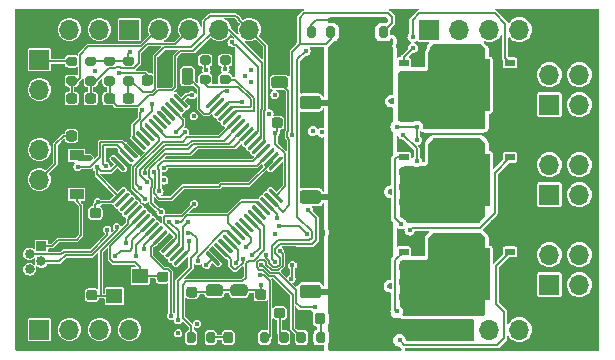
<source format=gtl>
G04 #@! TF.GenerationSoftware,KiCad,Pcbnew,8.0.4+1*
G04 #@! TF.CreationDate,2024-10-19T21:08:08+00:00*
G04 #@! TF.ProjectId,xESC2,78455343-322e-46b6-9963-61645f706362,rev?*
G04 #@! TF.SameCoordinates,Original*
G04 #@! TF.FileFunction,Copper,L1,Top*
G04 #@! TF.FilePolarity,Positive*
%FSLAX46Y46*%
G04 Gerber Fmt 4.6, Leading zero omitted, Abs format (unit mm)*
G04 Created by KiCad (PCBNEW 8.0.4+1) date 2024-10-19 21:08:08*
%MOMM*%
%LPD*%
G01*
G04 APERTURE LIST*
G04 #@! TA.AperFunction,SMDPad,CuDef*
%ADD10R,0.850000X0.500000*%
G04 #@! TD*
G04 #@! TA.AperFunction,SMDPad,CuDef*
%ADD11R,4.550000X4.410000*%
G04 #@! TD*
G04 #@! TA.AperFunction,SMDPad,CuDef*
%ADD12R,1.200000X0.900000*%
G04 #@! TD*
G04 #@! TA.AperFunction,SMDPad,CuDef*
%ADD13R,1.400000X1.200000*%
G04 #@! TD*
G04 #@! TA.AperFunction,ComponentPad*
%ADD14R,0.840000X0.840000*%
G04 #@! TD*
G04 #@! TA.AperFunction,ComponentPad*
%ADD15C,0.840000*%
G04 #@! TD*
G04 #@! TA.AperFunction,ComponentPad*
%ADD16O,1.850000X0.850000*%
G04 #@! TD*
G04 #@! TA.AperFunction,ComponentPad*
%ADD17R,1.700000X1.700000*%
G04 #@! TD*
G04 #@! TA.AperFunction,ComponentPad*
%ADD18O,1.700000X1.700000*%
G04 #@! TD*
G04 #@! TA.AperFunction,ViaPad*
%ADD19C,0.450000*%
G04 #@! TD*
G04 #@! TA.AperFunction,Conductor*
%ADD20C,0.127000*%
G04 #@! TD*
G04 #@! TA.AperFunction,Conductor*
%ADD21C,0.200000*%
G04 #@! TD*
G04 #@! TA.AperFunction,Conductor*
%ADD22C,0.500000*%
G04 #@! TD*
G04 APERTURE END LIST*
G04 #@! TA.AperFunction,SMDPad,CuDef*
G36*
G01*
X235750000Y-128625000D02*
X235250000Y-128625000D01*
G75*
G02*
X235025000Y-128400000I0J225000D01*
G01*
X235025000Y-127950000D01*
G75*
G02*
X235250000Y-127725000I225000J0D01*
G01*
X235750000Y-127725000D01*
G75*
G02*
X235975000Y-127950000I0J-225000D01*
G01*
X235975000Y-128400000D01*
G75*
G02*
X235750000Y-128625000I-225000J0D01*
G01*
G37*
G04 #@! TD.AperFunction*
G04 #@! TA.AperFunction,SMDPad,CuDef*
G36*
G01*
X235750000Y-127075000D02*
X235250000Y-127075000D01*
G75*
G02*
X235025000Y-126850000I0J225000D01*
G01*
X235025000Y-126400000D01*
G75*
G02*
X235250000Y-126175000I225000J0D01*
G01*
X235750000Y-126175000D01*
G75*
G02*
X235975000Y-126400000I0J-225000D01*
G01*
X235975000Y-126850000D01*
G75*
G02*
X235750000Y-127075000I-225000J0D01*
G01*
G37*
G04 #@! TD.AperFunction*
G04 #@! TA.AperFunction,SMDPad,CuDef*
G36*
G01*
X241250000Y-126175000D02*
X241750000Y-126175000D01*
G75*
G02*
X241975000Y-126400000I0J-225000D01*
G01*
X241975000Y-126850000D01*
G75*
G02*
X241750000Y-127075000I-225000J0D01*
G01*
X241250000Y-127075000D01*
G75*
G02*
X241025000Y-126850000I0J225000D01*
G01*
X241025000Y-126400000D01*
G75*
G02*
X241250000Y-126175000I225000J0D01*
G01*
G37*
G04 #@! TD.AperFunction*
G04 #@! TA.AperFunction,SMDPad,CuDef*
G36*
G01*
X241250000Y-127725000D02*
X241750000Y-127725000D01*
G75*
G02*
X241975000Y-127950000I0J-225000D01*
G01*
X241975000Y-128400000D01*
G75*
G02*
X241750000Y-128625000I-225000J0D01*
G01*
X241250000Y-128625000D01*
G75*
G02*
X241025000Y-128400000I0J225000D01*
G01*
X241025000Y-127950000D01*
G75*
G02*
X241250000Y-127725000I225000J0D01*
G01*
G37*
G04 #@! TD.AperFunction*
G04 #@! TA.AperFunction,SMDPad,CuDef*
G36*
G01*
X235775000Y-114450000D02*
X235775000Y-114950000D01*
G75*
G02*
X235550000Y-115175000I-225000J0D01*
G01*
X235100000Y-115175000D01*
G75*
G02*
X234875000Y-114950000I0J225000D01*
G01*
X234875000Y-114450000D01*
G75*
G02*
X235100000Y-114225000I225000J0D01*
G01*
X235550000Y-114225000D01*
G75*
G02*
X235775000Y-114450000I0J-225000D01*
G01*
G37*
G04 #@! TD.AperFunction*
G04 #@! TA.AperFunction,SMDPad,CuDef*
G36*
G01*
X234225000Y-114450000D02*
X234225000Y-114950000D01*
G75*
G02*
X234000000Y-115175000I-225000J0D01*
G01*
X233550000Y-115175000D01*
G75*
G02*
X233325000Y-114950000I0J225000D01*
G01*
X233325000Y-114450000D01*
G75*
G02*
X233550000Y-114225000I225000J0D01*
G01*
X234000000Y-114225000D01*
G75*
G02*
X234225000Y-114450000I0J-225000D01*
G01*
G37*
G04 #@! TD.AperFunction*
G04 #@! TA.AperFunction,SMDPad,CuDef*
G36*
G01*
X250925000Y-107750000D02*
X251875000Y-107750000D01*
G75*
G02*
X252125000Y-108000000I0J-250000D01*
G01*
X252125000Y-108500000D01*
G75*
G02*
X251875000Y-108750000I-250000J0D01*
G01*
X250925000Y-108750000D01*
G75*
G02*
X250675000Y-108500000I0J250000D01*
G01*
X250675000Y-108000000D01*
G75*
G02*
X250925000Y-107750000I250000J0D01*
G01*
G37*
G04 #@! TD.AperFunction*
G04 #@! TA.AperFunction,SMDPad,CuDef*
G36*
G01*
X250925000Y-109650000D02*
X251875000Y-109650000D01*
G75*
G02*
X252125000Y-109900000I0J-250000D01*
G01*
X252125000Y-110400000D01*
G75*
G02*
X251875000Y-110650000I-250000J0D01*
G01*
X250925000Y-110650000D01*
G75*
G02*
X250675000Y-110400000I0J250000D01*
G01*
X250675000Y-109900000D01*
G75*
G02*
X250925000Y-109650000I250000J0D01*
G01*
G37*
G04 #@! TD.AperFunction*
G04 #@! TA.AperFunction,SMDPad,CuDef*
G36*
G01*
X243710000Y-127475000D02*
X244210000Y-127475000D01*
G75*
G02*
X244435000Y-127700000I0J-225000D01*
G01*
X244435000Y-128150000D01*
G75*
G02*
X244210000Y-128375000I-225000J0D01*
G01*
X243710000Y-128375000D01*
G75*
G02*
X243485000Y-128150000I0J225000D01*
G01*
X243485000Y-127700000D01*
G75*
G02*
X243710000Y-127475000I225000J0D01*
G01*
G37*
G04 #@! TD.AperFunction*
G04 #@! TA.AperFunction,SMDPad,CuDef*
G36*
G01*
X243710000Y-129025000D02*
X244210000Y-129025000D01*
G75*
G02*
X244435000Y-129250000I0J-225000D01*
G01*
X244435000Y-129700000D01*
G75*
G02*
X244210000Y-129925000I-225000J0D01*
G01*
X243710000Y-129925000D01*
G75*
G02*
X243485000Y-129700000I0J225000D01*
G01*
X243485000Y-129250000D01*
G75*
G02*
X243710000Y-129025000I225000J0D01*
G01*
G37*
G04 #@! TD.AperFunction*
G04 #@! TA.AperFunction,SMDPad,CuDef*
G36*
G01*
X248435000Y-130160000D02*
X247485000Y-130160000D01*
G75*
G02*
X247235000Y-129910000I0J250000D01*
G01*
X247235000Y-129410000D01*
G75*
G02*
X247485000Y-129160000I250000J0D01*
G01*
X248435000Y-129160000D01*
G75*
G02*
X248685000Y-129410000I0J-250000D01*
G01*
X248685000Y-129910000D01*
G75*
G02*
X248435000Y-130160000I-250000J0D01*
G01*
G37*
G04 #@! TD.AperFunction*
G04 #@! TA.AperFunction,SMDPad,CuDef*
G36*
G01*
X248435000Y-128260000D02*
X247485000Y-128260000D01*
G75*
G02*
X247235000Y-128010000I0J250000D01*
G01*
X247235000Y-127510000D01*
G75*
G02*
X247485000Y-127260000I250000J0D01*
G01*
X248435000Y-127260000D01*
G75*
G02*
X248685000Y-127510000I0J-250000D01*
G01*
X248685000Y-128010000D01*
G75*
G02*
X248435000Y-128260000I-250000J0D01*
G01*
G37*
G04 #@! TD.AperFunction*
G04 #@! TA.AperFunction,SMDPad,CuDef*
G36*
G01*
X251450000Y-114025000D02*
X250950000Y-114025000D01*
G75*
G02*
X250725000Y-113800000I0J225000D01*
G01*
X250725000Y-113350000D01*
G75*
G02*
X250950000Y-113125000I225000J0D01*
G01*
X251450000Y-113125000D01*
G75*
G02*
X251675000Y-113350000I0J-225000D01*
G01*
X251675000Y-113800000D01*
G75*
G02*
X251450000Y-114025000I-225000J0D01*
G01*
G37*
G04 #@! TD.AperFunction*
G04 #@! TA.AperFunction,SMDPad,CuDef*
G36*
G01*
X251450000Y-112475000D02*
X250950000Y-112475000D01*
G75*
G02*
X250725000Y-112250000I0J225000D01*
G01*
X250725000Y-111800000D01*
G75*
G02*
X250950000Y-111575000I225000J0D01*
G01*
X251450000Y-111575000D01*
G75*
G02*
X251675000Y-111800000I0J-225000D01*
G01*
X251675000Y-112250000D01*
G75*
G02*
X251450000Y-112475000I-225000J0D01*
G01*
G37*
G04 #@! TD.AperFunction*
G04 #@! TA.AperFunction,SMDPad,CuDef*
G36*
G01*
X235550000Y-120775000D02*
X236050000Y-120775000D01*
G75*
G02*
X236275000Y-121000000I0J-225000D01*
G01*
X236275000Y-121450000D01*
G75*
G02*
X236050000Y-121675000I-225000J0D01*
G01*
X235550000Y-121675000D01*
G75*
G02*
X235325000Y-121450000I0J225000D01*
G01*
X235325000Y-121000000D01*
G75*
G02*
X235550000Y-120775000I225000J0D01*
G01*
G37*
G04 #@! TD.AperFunction*
G04 #@! TA.AperFunction,SMDPad,CuDef*
G36*
G01*
X235550000Y-122325000D02*
X236050000Y-122325000D01*
G75*
G02*
X236275000Y-122550000I0J-225000D01*
G01*
X236275000Y-123000000D01*
G75*
G02*
X236050000Y-123225000I-225000J0D01*
G01*
X235550000Y-123225000D01*
G75*
G02*
X235325000Y-123000000I0J225000D01*
G01*
X235325000Y-122550000D01*
G75*
G02*
X235550000Y-122325000I225000J0D01*
G01*
G37*
G04 #@! TD.AperFunction*
G04 #@! TA.AperFunction,SMDPad,CuDef*
G36*
G01*
X249550000Y-127675000D02*
X250050000Y-127675000D01*
G75*
G02*
X250275000Y-127900000I0J-225000D01*
G01*
X250275000Y-128350000D01*
G75*
G02*
X250050000Y-128575000I-225000J0D01*
G01*
X249550000Y-128575000D01*
G75*
G02*
X249325000Y-128350000I0J225000D01*
G01*
X249325000Y-127900000D01*
G75*
G02*
X249550000Y-127675000I225000J0D01*
G01*
G37*
G04 #@! TD.AperFunction*
G04 #@! TA.AperFunction,SMDPad,CuDef*
G36*
G01*
X249550000Y-129225000D02*
X250050000Y-129225000D01*
G75*
G02*
X250275000Y-129450000I0J-225000D01*
G01*
X250275000Y-129900000D01*
G75*
G02*
X250050000Y-130125000I-225000J0D01*
G01*
X249550000Y-130125000D01*
G75*
G02*
X249325000Y-129900000I0J225000D01*
G01*
X249325000Y-129450000D01*
G75*
G02*
X249550000Y-129225000I225000J0D01*
G01*
G37*
G04 #@! TD.AperFunction*
G04 #@! TA.AperFunction,SMDPad,CuDef*
G36*
G01*
X246355000Y-130160000D02*
X245405000Y-130160000D01*
G75*
G02*
X245155000Y-129910000I0J250000D01*
G01*
X245155000Y-129410000D01*
G75*
G02*
X245405000Y-129160000I250000J0D01*
G01*
X246355000Y-129160000D01*
G75*
G02*
X246605000Y-129410000I0J-250000D01*
G01*
X246605000Y-129910000D01*
G75*
G02*
X246355000Y-130160000I-250000J0D01*
G01*
G37*
G04 #@! TD.AperFunction*
G04 #@! TA.AperFunction,SMDPad,CuDef*
G36*
G01*
X246355000Y-128260000D02*
X245405000Y-128260000D01*
G75*
G02*
X245155000Y-128010000I0J250000D01*
G01*
X245155000Y-127510000D01*
G75*
G02*
X245405000Y-127260000I250000J0D01*
G01*
X246355000Y-127260000D01*
G75*
G02*
X246605000Y-127510000I0J-250000D01*
G01*
X246605000Y-128010000D01*
G75*
G02*
X246355000Y-128260000I-250000J0D01*
G01*
G37*
G04 #@! TD.AperFunction*
G04 #@! TA.AperFunction,SMDPad,CuDef*
G36*
G01*
X252815000Y-132035000D02*
X252815000Y-131485000D01*
G75*
G02*
X253015000Y-131285000I200000J0D01*
G01*
X253415000Y-131285000D01*
G75*
G02*
X253615000Y-131485000I0J-200000D01*
G01*
X253615000Y-132035000D01*
G75*
G02*
X253415000Y-132235000I-200000J0D01*
G01*
X253015000Y-132235000D01*
G75*
G02*
X252815000Y-132035000I0J200000D01*
G01*
G37*
G04 #@! TD.AperFunction*
G04 #@! TA.AperFunction,SMDPad,CuDef*
G36*
G01*
X254465000Y-132035000D02*
X254465000Y-131485000D01*
G75*
G02*
X254665000Y-131285000I200000J0D01*
G01*
X255065000Y-131285000D01*
G75*
G02*
X255265000Y-131485000I0J-200000D01*
G01*
X255265000Y-132035000D01*
G75*
G02*
X255065000Y-132235000I-200000J0D01*
G01*
X254665000Y-132235000D01*
G75*
G02*
X254465000Y-132035000I0J200000D01*
G01*
G37*
G04 #@! TD.AperFunction*
G04 #@! TA.AperFunction,SMDPad,CuDef*
G36*
G01*
X252815000Y-130416250D02*
X252815000Y-129903750D01*
G75*
G02*
X253033750Y-129685000I218750J0D01*
G01*
X253471250Y-129685000D01*
G75*
G02*
X253690000Y-129903750I0J-218750D01*
G01*
X253690000Y-130416250D01*
G75*
G02*
X253471250Y-130635000I-218750J0D01*
G01*
X253033750Y-130635000D01*
G75*
G02*
X252815000Y-130416250I0J218750D01*
G01*
G37*
G04 #@! TD.AperFunction*
G04 #@! TA.AperFunction,SMDPad,CuDef*
G36*
G01*
X254390000Y-130416250D02*
X254390000Y-129903750D01*
G75*
G02*
X254608750Y-129685000I218750J0D01*
G01*
X255046250Y-129685000D01*
G75*
G02*
X255265000Y-129903750I0J-218750D01*
G01*
X255265000Y-130416250D01*
G75*
G02*
X255046250Y-130635000I-218750J0D01*
G01*
X254608750Y-130635000D01*
G75*
G02*
X254390000Y-130416250I0J218750D01*
G01*
G37*
G04 #@! TD.AperFunction*
G04 #@! TA.AperFunction,SMDPad,CuDef*
G36*
G01*
X251143750Y-127675000D02*
X251656250Y-127675000D01*
G75*
G02*
X251875000Y-127893750I0J-218750D01*
G01*
X251875000Y-128331250D01*
G75*
G02*
X251656250Y-128550000I-218750J0D01*
G01*
X251143750Y-128550000D01*
G75*
G02*
X250925000Y-128331250I0J218750D01*
G01*
X250925000Y-127893750D01*
G75*
G02*
X251143750Y-127675000I218750J0D01*
G01*
G37*
G04 #@! TD.AperFunction*
G04 #@! TA.AperFunction,SMDPad,CuDef*
G36*
G01*
X251143750Y-129250000D02*
X251656250Y-129250000D01*
G75*
G02*
X251875000Y-129468750I0J-218750D01*
G01*
X251875000Y-129906250D01*
G75*
G02*
X251656250Y-130125000I-218750J0D01*
G01*
X251143750Y-130125000D01*
G75*
G02*
X250925000Y-129906250I0J218750D01*
G01*
X250925000Y-129468750D01*
G75*
G02*
X251143750Y-129250000I218750J0D01*
G01*
G37*
G04 #@! TD.AperFunction*
G04 #@! TA.AperFunction,SMDPad,CuDef*
G36*
G01*
X249065000Y-131503750D02*
X249065000Y-132016250D01*
G75*
G02*
X248846250Y-132235000I-218750J0D01*
G01*
X248408750Y-132235000D01*
G75*
G02*
X248190000Y-132016250I0J218750D01*
G01*
X248190000Y-131503750D01*
G75*
G02*
X248408750Y-131285000I218750J0D01*
G01*
X248846250Y-131285000D01*
G75*
G02*
X249065000Y-131503750I0J-218750D01*
G01*
G37*
G04 #@! TD.AperFunction*
G04 #@! TA.AperFunction,SMDPad,CuDef*
G36*
G01*
X247490000Y-131503750D02*
X247490000Y-132016250D01*
G75*
G02*
X247271250Y-132235000I-218750J0D01*
G01*
X246833750Y-132235000D01*
G75*
G02*
X246615000Y-132016250I0J218750D01*
G01*
X246615000Y-131503750D01*
G75*
G02*
X246833750Y-131285000I218750J0D01*
G01*
X247271250Y-131285000D01*
G75*
G02*
X247490000Y-131503750I0J-218750D01*
G01*
G37*
G04 #@! TD.AperFunction*
G04 #@! TA.AperFunction,SMDPad,CuDef*
G36*
G01*
X249715000Y-132035000D02*
X249715000Y-131485000D01*
G75*
G02*
X249915000Y-131285000I200000J0D01*
G01*
X250315000Y-131285000D01*
G75*
G02*
X250515000Y-131485000I0J-200000D01*
G01*
X250515000Y-132035000D01*
G75*
G02*
X250315000Y-132235000I-200000J0D01*
G01*
X249915000Y-132235000D01*
G75*
G02*
X249715000Y-132035000I0J200000D01*
G01*
G37*
G04 #@! TD.AperFunction*
G04 #@! TA.AperFunction,SMDPad,CuDef*
G36*
G01*
X251365000Y-132035000D02*
X251365000Y-131485000D01*
G75*
G02*
X251565000Y-131285000I200000J0D01*
G01*
X251965000Y-131285000D01*
G75*
G02*
X252165000Y-131485000I0J-200000D01*
G01*
X252165000Y-132035000D01*
G75*
G02*
X251965000Y-132235000I-200000J0D01*
G01*
X251565000Y-132235000D01*
G75*
G02*
X251365000Y-132035000I0J200000D01*
G01*
G37*
G04 #@! TD.AperFunction*
G04 #@! TA.AperFunction,SMDPad,CuDef*
G36*
G01*
X243515000Y-132035000D02*
X243515000Y-131485000D01*
G75*
G02*
X243715000Y-131285000I200000J0D01*
G01*
X244115000Y-131285000D01*
G75*
G02*
X244315000Y-131485000I0J-200000D01*
G01*
X244315000Y-132035000D01*
G75*
G02*
X244115000Y-132235000I-200000J0D01*
G01*
X243715000Y-132235000D01*
G75*
G02*
X243515000Y-132035000I0J200000D01*
G01*
G37*
G04 #@! TD.AperFunction*
G04 #@! TA.AperFunction,SMDPad,CuDef*
G36*
G01*
X245165000Y-132035000D02*
X245165000Y-131485000D01*
G75*
G02*
X245365000Y-131285000I200000J0D01*
G01*
X245765000Y-131285000D01*
G75*
G02*
X245965000Y-131485000I0J-200000D01*
G01*
X245965000Y-132035000D01*
G75*
G02*
X245765000Y-132235000I-200000J0D01*
G01*
X245365000Y-132235000D01*
G75*
G02*
X245165000Y-132035000I0J200000D01*
G01*
G37*
G04 #@! TD.AperFunction*
G04 #@! TA.AperFunction,SMDPad,CuDef*
G36*
G01*
X253675000Y-106175000D02*
X253675000Y-105625000D01*
G75*
G02*
X253875000Y-105425000I200000J0D01*
G01*
X254275000Y-105425000D01*
G75*
G02*
X254475000Y-105625000I0J-200000D01*
G01*
X254475000Y-106175000D01*
G75*
G02*
X254275000Y-106375000I-200000J0D01*
G01*
X253875000Y-106375000D01*
G75*
G02*
X253675000Y-106175000I0J200000D01*
G01*
G37*
G04 #@! TD.AperFunction*
G04 #@! TA.AperFunction,SMDPad,CuDef*
G36*
G01*
X255325000Y-106175000D02*
X255325000Y-105625000D01*
G75*
G02*
X255525000Y-105425000I200000J0D01*
G01*
X255925000Y-105425000D01*
G75*
G02*
X256125000Y-105625000I0J-200000D01*
G01*
X256125000Y-106175000D01*
G75*
G02*
X255925000Y-106375000I-200000J0D01*
G01*
X255525000Y-106375000D01*
G75*
G02*
X255325000Y-106175000I0J200000D01*
G01*
G37*
G04 #@! TD.AperFunction*
G04 #@! TA.AperFunction,SMDPad,CuDef*
G36*
G01*
X259775000Y-106175000D02*
X259775000Y-105625000D01*
G75*
G02*
X259975000Y-105425000I200000J0D01*
G01*
X260375000Y-105425000D01*
G75*
G02*
X260575000Y-105625000I0J-200000D01*
G01*
X260575000Y-106175000D01*
G75*
G02*
X260375000Y-106375000I-200000J0D01*
G01*
X259975000Y-106375000D01*
G75*
G02*
X259775000Y-106175000I0J200000D01*
G01*
G37*
G04 #@! TD.AperFunction*
G04 #@! TA.AperFunction,SMDPad,CuDef*
G36*
G01*
X261425000Y-106175000D02*
X261425000Y-105625000D01*
G75*
G02*
X261625000Y-105425000I200000J0D01*
G01*
X262025000Y-105425000D01*
G75*
G02*
X262225000Y-105625000I0J-200000D01*
G01*
X262225000Y-106175000D01*
G75*
G02*
X262025000Y-106375000I-200000J0D01*
G01*
X261625000Y-106375000D01*
G75*
G02*
X261425000Y-106175000I0J200000D01*
G01*
G37*
G04 #@! TD.AperFunction*
G04 #@! TA.AperFunction,SMDPad,CuDef*
G36*
G01*
X237240544Y-120362222D02*
X237134478Y-120256156D01*
G75*
G02*
X237134478Y-120150090I53033J53033D01*
G01*
X238124428Y-119160140D01*
G75*
G02*
X238230494Y-119160140I53033J-53033D01*
G01*
X238336560Y-119266206D01*
G75*
G02*
X238336560Y-119372272I-53033J-53033D01*
G01*
X237346610Y-120362222D01*
G75*
G02*
X237240544Y-120362222I-53033J53033D01*
G01*
G37*
G04 #@! TD.AperFunction*
G04 #@! TA.AperFunction,SMDPad,CuDef*
G36*
G01*
X237594097Y-120715775D02*
X237488031Y-120609709D01*
G75*
G02*
X237488031Y-120503643I53033J53033D01*
G01*
X238477981Y-119513693D01*
G75*
G02*
X238584047Y-119513693I53033J-53033D01*
G01*
X238690113Y-119619759D01*
G75*
G02*
X238690113Y-119725825I-53033J-53033D01*
G01*
X237700163Y-120715775D01*
G75*
G02*
X237594097Y-120715775I-53033J53033D01*
G01*
G37*
G04 #@! TD.AperFunction*
G04 #@! TA.AperFunction,SMDPad,CuDef*
G36*
G01*
X237947650Y-121069328D02*
X237841584Y-120963262D01*
G75*
G02*
X237841584Y-120857196I53033J53033D01*
G01*
X238831534Y-119867246D01*
G75*
G02*
X238937600Y-119867246I53033J-53033D01*
G01*
X239043666Y-119973312D01*
G75*
G02*
X239043666Y-120079378I-53033J-53033D01*
G01*
X238053716Y-121069328D01*
G75*
G02*
X237947650Y-121069328I-53033J53033D01*
G01*
G37*
G04 #@! TD.AperFunction*
G04 #@! TA.AperFunction,SMDPad,CuDef*
G36*
G01*
X238301204Y-121422882D02*
X238195138Y-121316816D01*
G75*
G02*
X238195138Y-121210750I53033J53033D01*
G01*
X239185088Y-120220800D01*
G75*
G02*
X239291154Y-120220800I53033J-53033D01*
G01*
X239397220Y-120326866D01*
G75*
G02*
X239397220Y-120432932I-53033J-53033D01*
G01*
X238407270Y-121422882D01*
G75*
G02*
X238301204Y-121422882I-53033J53033D01*
G01*
G37*
G04 #@! TD.AperFunction*
G04 #@! TA.AperFunction,SMDPad,CuDef*
G36*
G01*
X238654757Y-121776435D02*
X238548691Y-121670369D01*
G75*
G02*
X238548691Y-121564303I53033J53033D01*
G01*
X239538641Y-120574353D01*
G75*
G02*
X239644707Y-120574353I53033J-53033D01*
G01*
X239750773Y-120680419D01*
G75*
G02*
X239750773Y-120786485I-53033J-53033D01*
G01*
X238760823Y-121776435D01*
G75*
G02*
X238654757Y-121776435I-53033J53033D01*
G01*
G37*
G04 #@! TD.AperFunction*
G04 #@! TA.AperFunction,SMDPad,CuDef*
G36*
G01*
X239008311Y-122129989D02*
X238902245Y-122023923D01*
G75*
G02*
X238902245Y-121917857I53033J53033D01*
G01*
X239892195Y-120927907D01*
G75*
G02*
X239998261Y-120927907I53033J-53033D01*
G01*
X240104327Y-121033973D01*
G75*
G02*
X240104327Y-121140039I-53033J-53033D01*
G01*
X239114377Y-122129989D01*
G75*
G02*
X239008311Y-122129989I-53033J53033D01*
G01*
G37*
G04 #@! TD.AperFunction*
G04 #@! TA.AperFunction,SMDPad,CuDef*
G36*
G01*
X239361864Y-122483542D02*
X239255798Y-122377476D01*
G75*
G02*
X239255798Y-122271410I53033J53033D01*
G01*
X240245748Y-121281460D01*
G75*
G02*
X240351814Y-121281460I53033J-53033D01*
G01*
X240457880Y-121387526D01*
G75*
G02*
X240457880Y-121493592I-53033J-53033D01*
G01*
X239467930Y-122483542D01*
G75*
G02*
X239361864Y-122483542I-53033J53033D01*
G01*
G37*
G04 #@! TD.AperFunction*
G04 #@! TA.AperFunction,SMDPad,CuDef*
G36*
G01*
X239715417Y-122837095D02*
X239609351Y-122731029D01*
G75*
G02*
X239609351Y-122624963I53033J53033D01*
G01*
X240599301Y-121635013D01*
G75*
G02*
X240705367Y-121635013I53033J-53033D01*
G01*
X240811433Y-121741079D01*
G75*
G02*
X240811433Y-121847145I-53033J-53033D01*
G01*
X239821483Y-122837095D01*
G75*
G02*
X239715417Y-122837095I-53033J53033D01*
G01*
G37*
G04 #@! TD.AperFunction*
G04 #@! TA.AperFunction,SMDPad,CuDef*
G36*
G01*
X240068971Y-123190649D02*
X239962905Y-123084583D01*
G75*
G02*
X239962905Y-122978517I53033J53033D01*
G01*
X240952855Y-121988567D01*
G75*
G02*
X241058921Y-121988567I53033J-53033D01*
G01*
X241164987Y-122094633D01*
G75*
G02*
X241164987Y-122200699I-53033J-53033D01*
G01*
X240175037Y-123190649D01*
G75*
G02*
X240068971Y-123190649I-53033J53033D01*
G01*
G37*
G04 #@! TD.AperFunction*
G04 #@! TA.AperFunction,SMDPad,CuDef*
G36*
G01*
X240422524Y-123544202D02*
X240316458Y-123438136D01*
G75*
G02*
X240316458Y-123332070I53033J53033D01*
G01*
X241306408Y-122342120D01*
G75*
G02*
X241412474Y-122342120I53033J-53033D01*
G01*
X241518540Y-122448186D01*
G75*
G02*
X241518540Y-122554252I-53033J-53033D01*
G01*
X240528590Y-123544202D01*
G75*
G02*
X240422524Y-123544202I-53033J53033D01*
G01*
G37*
G04 #@! TD.AperFunction*
G04 #@! TA.AperFunction,SMDPad,CuDef*
G36*
G01*
X240776077Y-123897755D02*
X240670011Y-123791689D01*
G75*
G02*
X240670011Y-123685623I53033J53033D01*
G01*
X241659961Y-122695673D01*
G75*
G02*
X241766027Y-122695673I53033J-53033D01*
G01*
X241872093Y-122801739D01*
G75*
G02*
X241872093Y-122907805I-53033J-53033D01*
G01*
X240882143Y-123897755D01*
G75*
G02*
X240776077Y-123897755I-53033J53033D01*
G01*
G37*
G04 #@! TD.AperFunction*
G04 #@! TA.AperFunction,SMDPad,CuDef*
G36*
G01*
X241129631Y-124251309D02*
X241023565Y-124145243D01*
G75*
G02*
X241023565Y-124039177I53033J53033D01*
G01*
X242013515Y-123049227D01*
G75*
G02*
X242119581Y-123049227I53033J-53033D01*
G01*
X242225647Y-123155293D01*
G75*
G02*
X242225647Y-123261359I-53033J-53033D01*
G01*
X241235697Y-124251309D01*
G75*
G02*
X241129631Y-124251309I-53033J53033D01*
G01*
G37*
G04 #@! TD.AperFunction*
G04 #@! TA.AperFunction,SMDPad,CuDef*
G36*
G01*
X241483184Y-124604862D02*
X241377118Y-124498796D01*
G75*
G02*
X241377118Y-124392730I53033J53033D01*
G01*
X242367068Y-123402780D01*
G75*
G02*
X242473134Y-123402780I53033J-53033D01*
G01*
X242579200Y-123508846D01*
G75*
G02*
X242579200Y-123614912I-53033J-53033D01*
G01*
X241589250Y-124604862D01*
G75*
G02*
X241483184Y-124604862I-53033J53033D01*
G01*
G37*
G04 #@! TD.AperFunction*
G04 #@! TA.AperFunction,SMDPad,CuDef*
G36*
G01*
X241836738Y-124958416D02*
X241730672Y-124852350D01*
G75*
G02*
X241730672Y-124746284I53033J53033D01*
G01*
X242720622Y-123756334D01*
G75*
G02*
X242826688Y-123756334I53033J-53033D01*
G01*
X242932754Y-123862400D01*
G75*
G02*
X242932754Y-123968466I-53033J-53033D01*
G01*
X241942804Y-124958416D01*
G75*
G02*
X241836738Y-124958416I-53033J53033D01*
G01*
G37*
G04 #@! TD.AperFunction*
G04 #@! TA.AperFunction,SMDPad,CuDef*
G36*
G01*
X242190291Y-125311969D02*
X242084225Y-125205903D01*
G75*
G02*
X242084225Y-125099837I53033J53033D01*
G01*
X243074175Y-124109887D01*
G75*
G02*
X243180241Y-124109887I53033J-53033D01*
G01*
X243286307Y-124215953D01*
G75*
G02*
X243286307Y-124322019I-53033J-53033D01*
G01*
X242296357Y-125311969D01*
G75*
G02*
X242190291Y-125311969I-53033J53033D01*
G01*
G37*
G04 #@! TD.AperFunction*
G04 #@! TA.AperFunction,SMDPad,CuDef*
G36*
G01*
X242543844Y-125665522D02*
X242437778Y-125559456D01*
G75*
G02*
X242437778Y-125453390I53033J53033D01*
G01*
X243427728Y-124463440D01*
G75*
G02*
X243533794Y-124463440I53033J-53033D01*
G01*
X243639860Y-124569506D01*
G75*
G02*
X243639860Y-124675572I-53033J-53033D01*
G01*
X242649910Y-125665522D01*
G75*
G02*
X242543844Y-125665522I-53033J53033D01*
G01*
G37*
G04 #@! TD.AperFunction*
G04 #@! TA.AperFunction,SMDPad,CuDef*
G36*
G01*
X246150090Y-125665522D02*
X245160140Y-124675572D01*
G75*
G02*
X245160140Y-124569506I53033J53033D01*
G01*
X245266206Y-124463440D01*
G75*
G02*
X245372272Y-124463440I53033J-53033D01*
G01*
X246362222Y-125453390D01*
G75*
G02*
X246362222Y-125559456I-53033J-53033D01*
G01*
X246256156Y-125665522D01*
G75*
G02*
X246150090Y-125665522I-53033J53033D01*
G01*
G37*
G04 #@! TD.AperFunction*
G04 #@! TA.AperFunction,SMDPad,CuDef*
G36*
G01*
X246503643Y-125311969D02*
X245513693Y-124322019D01*
G75*
G02*
X245513693Y-124215953I53033J53033D01*
G01*
X245619759Y-124109887D01*
G75*
G02*
X245725825Y-124109887I53033J-53033D01*
G01*
X246715775Y-125099837D01*
G75*
G02*
X246715775Y-125205903I-53033J-53033D01*
G01*
X246609709Y-125311969D01*
G75*
G02*
X246503643Y-125311969I-53033J53033D01*
G01*
G37*
G04 #@! TD.AperFunction*
G04 #@! TA.AperFunction,SMDPad,CuDef*
G36*
G01*
X246857196Y-124958416D02*
X245867246Y-123968466D01*
G75*
G02*
X245867246Y-123862400I53033J53033D01*
G01*
X245973312Y-123756334D01*
G75*
G02*
X246079378Y-123756334I53033J-53033D01*
G01*
X247069328Y-124746284D01*
G75*
G02*
X247069328Y-124852350I-53033J-53033D01*
G01*
X246963262Y-124958416D01*
G75*
G02*
X246857196Y-124958416I-53033J53033D01*
G01*
G37*
G04 #@! TD.AperFunction*
G04 #@! TA.AperFunction,SMDPad,CuDef*
G36*
G01*
X247210750Y-124604862D02*
X246220800Y-123614912D01*
G75*
G02*
X246220800Y-123508846I53033J53033D01*
G01*
X246326866Y-123402780D01*
G75*
G02*
X246432932Y-123402780I53033J-53033D01*
G01*
X247422882Y-124392730D01*
G75*
G02*
X247422882Y-124498796I-53033J-53033D01*
G01*
X247316816Y-124604862D01*
G75*
G02*
X247210750Y-124604862I-53033J53033D01*
G01*
G37*
G04 #@! TD.AperFunction*
G04 #@! TA.AperFunction,SMDPad,CuDef*
G36*
G01*
X247564303Y-124251309D02*
X246574353Y-123261359D01*
G75*
G02*
X246574353Y-123155293I53033J53033D01*
G01*
X246680419Y-123049227D01*
G75*
G02*
X246786485Y-123049227I53033J-53033D01*
G01*
X247776435Y-124039177D01*
G75*
G02*
X247776435Y-124145243I-53033J-53033D01*
G01*
X247670369Y-124251309D01*
G75*
G02*
X247564303Y-124251309I-53033J53033D01*
G01*
G37*
G04 #@! TD.AperFunction*
G04 #@! TA.AperFunction,SMDPad,CuDef*
G36*
G01*
X247917857Y-123897755D02*
X246927907Y-122907805D01*
G75*
G02*
X246927907Y-122801739I53033J53033D01*
G01*
X247033973Y-122695673D01*
G75*
G02*
X247140039Y-122695673I53033J-53033D01*
G01*
X248129989Y-123685623D01*
G75*
G02*
X248129989Y-123791689I-53033J-53033D01*
G01*
X248023923Y-123897755D01*
G75*
G02*
X247917857Y-123897755I-53033J53033D01*
G01*
G37*
G04 #@! TD.AperFunction*
G04 #@! TA.AperFunction,SMDPad,CuDef*
G36*
G01*
X248271410Y-123544202D02*
X247281460Y-122554252D01*
G75*
G02*
X247281460Y-122448186I53033J53033D01*
G01*
X247387526Y-122342120D01*
G75*
G02*
X247493592Y-122342120I53033J-53033D01*
G01*
X248483542Y-123332070D01*
G75*
G02*
X248483542Y-123438136I-53033J-53033D01*
G01*
X248377476Y-123544202D01*
G75*
G02*
X248271410Y-123544202I-53033J53033D01*
G01*
G37*
G04 #@! TD.AperFunction*
G04 #@! TA.AperFunction,SMDPad,CuDef*
G36*
G01*
X248624963Y-123190649D02*
X247635013Y-122200699D01*
G75*
G02*
X247635013Y-122094633I53033J53033D01*
G01*
X247741079Y-121988567D01*
G75*
G02*
X247847145Y-121988567I53033J-53033D01*
G01*
X248837095Y-122978517D01*
G75*
G02*
X248837095Y-123084583I-53033J-53033D01*
G01*
X248731029Y-123190649D01*
G75*
G02*
X248624963Y-123190649I-53033J53033D01*
G01*
G37*
G04 #@! TD.AperFunction*
G04 #@! TA.AperFunction,SMDPad,CuDef*
G36*
G01*
X248978517Y-122837095D02*
X247988567Y-121847145D01*
G75*
G02*
X247988567Y-121741079I53033J53033D01*
G01*
X248094633Y-121635013D01*
G75*
G02*
X248200699Y-121635013I53033J-53033D01*
G01*
X249190649Y-122624963D01*
G75*
G02*
X249190649Y-122731029I-53033J-53033D01*
G01*
X249084583Y-122837095D01*
G75*
G02*
X248978517Y-122837095I-53033J53033D01*
G01*
G37*
G04 #@! TD.AperFunction*
G04 #@! TA.AperFunction,SMDPad,CuDef*
G36*
G01*
X249332070Y-122483542D02*
X248342120Y-121493592D01*
G75*
G02*
X248342120Y-121387526I53033J53033D01*
G01*
X248448186Y-121281460D01*
G75*
G02*
X248554252Y-121281460I53033J-53033D01*
G01*
X249544202Y-122271410D01*
G75*
G02*
X249544202Y-122377476I-53033J-53033D01*
G01*
X249438136Y-122483542D01*
G75*
G02*
X249332070Y-122483542I-53033J53033D01*
G01*
G37*
G04 #@! TD.AperFunction*
G04 #@! TA.AperFunction,SMDPad,CuDef*
G36*
G01*
X249685623Y-122129989D02*
X248695673Y-121140039D01*
G75*
G02*
X248695673Y-121033973I53033J53033D01*
G01*
X248801739Y-120927907D01*
G75*
G02*
X248907805Y-120927907I53033J-53033D01*
G01*
X249897755Y-121917857D01*
G75*
G02*
X249897755Y-122023923I-53033J-53033D01*
G01*
X249791689Y-122129989D01*
G75*
G02*
X249685623Y-122129989I-53033J53033D01*
G01*
G37*
G04 #@! TD.AperFunction*
G04 #@! TA.AperFunction,SMDPad,CuDef*
G36*
G01*
X250039177Y-121776435D02*
X249049227Y-120786485D01*
G75*
G02*
X249049227Y-120680419I53033J53033D01*
G01*
X249155293Y-120574353D01*
G75*
G02*
X249261359Y-120574353I53033J-53033D01*
G01*
X250251309Y-121564303D01*
G75*
G02*
X250251309Y-121670369I-53033J-53033D01*
G01*
X250145243Y-121776435D01*
G75*
G02*
X250039177Y-121776435I-53033J53033D01*
G01*
G37*
G04 #@! TD.AperFunction*
G04 #@! TA.AperFunction,SMDPad,CuDef*
G36*
G01*
X250392730Y-121422882D02*
X249402780Y-120432932D01*
G75*
G02*
X249402780Y-120326866I53033J53033D01*
G01*
X249508846Y-120220800D01*
G75*
G02*
X249614912Y-120220800I53033J-53033D01*
G01*
X250604862Y-121210750D01*
G75*
G02*
X250604862Y-121316816I-53033J-53033D01*
G01*
X250498796Y-121422882D01*
G75*
G02*
X250392730Y-121422882I-53033J53033D01*
G01*
G37*
G04 #@! TD.AperFunction*
G04 #@! TA.AperFunction,SMDPad,CuDef*
G36*
G01*
X250746284Y-121069328D02*
X249756334Y-120079378D01*
G75*
G02*
X249756334Y-119973312I53033J53033D01*
G01*
X249862400Y-119867246D01*
G75*
G02*
X249968466Y-119867246I53033J-53033D01*
G01*
X250958416Y-120857196D01*
G75*
G02*
X250958416Y-120963262I-53033J-53033D01*
G01*
X250852350Y-121069328D01*
G75*
G02*
X250746284Y-121069328I-53033J53033D01*
G01*
G37*
G04 #@! TD.AperFunction*
G04 #@! TA.AperFunction,SMDPad,CuDef*
G36*
G01*
X251099837Y-120715775D02*
X250109887Y-119725825D01*
G75*
G02*
X250109887Y-119619759I53033J53033D01*
G01*
X250215953Y-119513693D01*
G75*
G02*
X250322019Y-119513693I53033J-53033D01*
G01*
X251311969Y-120503643D01*
G75*
G02*
X251311969Y-120609709I-53033J-53033D01*
G01*
X251205903Y-120715775D01*
G75*
G02*
X251099837Y-120715775I-53033J53033D01*
G01*
G37*
G04 #@! TD.AperFunction*
G04 #@! TA.AperFunction,SMDPad,CuDef*
G36*
G01*
X251453390Y-120362222D02*
X250463440Y-119372272D01*
G75*
G02*
X250463440Y-119266206I53033J53033D01*
G01*
X250569506Y-119160140D01*
G75*
G02*
X250675572Y-119160140I53033J-53033D01*
G01*
X251665522Y-120150090D01*
G75*
G02*
X251665522Y-120256156I-53033J-53033D01*
G01*
X251559456Y-120362222D01*
G75*
G02*
X251453390Y-120362222I-53033J53033D01*
G01*
G37*
G04 #@! TD.AperFunction*
G04 #@! TA.AperFunction,SMDPad,CuDef*
G36*
G01*
X250569506Y-117639860D02*
X250463440Y-117533794D01*
G75*
G02*
X250463440Y-117427728I53033J53033D01*
G01*
X251453390Y-116437778D01*
G75*
G02*
X251559456Y-116437778I53033J-53033D01*
G01*
X251665522Y-116543844D01*
G75*
G02*
X251665522Y-116649910I-53033J-53033D01*
G01*
X250675572Y-117639860D01*
G75*
G02*
X250569506Y-117639860I-53033J53033D01*
G01*
G37*
G04 #@! TD.AperFunction*
G04 #@! TA.AperFunction,SMDPad,CuDef*
G36*
G01*
X250215953Y-117286307D02*
X250109887Y-117180241D01*
G75*
G02*
X250109887Y-117074175I53033J53033D01*
G01*
X251099837Y-116084225D01*
G75*
G02*
X251205903Y-116084225I53033J-53033D01*
G01*
X251311969Y-116190291D01*
G75*
G02*
X251311969Y-116296357I-53033J-53033D01*
G01*
X250322019Y-117286307D01*
G75*
G02*
X250215953Y-117286307I-53033J53033D01*
G01*
G37*
G04 #@! TD.AperFunction*
G04 #@! TA.AperFunction,SMDPad,CuDef*
G36*
G01*
X249862400Y-116932754D02*
X249756334Y-116826688D01*
G75*
G02*
X249756334Y-116720622I53033J53033D01*
G01*
X250746284Y-115730672D01*
G75*
G02*
X250852350Y-115730672I53033J-53033D01*
G01*
X250958416Y-115836738D01*
G75*
G02*
X250958416Y-115942804I-53033J-53033D01*
G01*
X249968466Y-116932754D01*
G75*
G02*
X249862400Y-116932754I-53033J53033D01*
G01*
G37*
G04 #@! TD.AperFunction*
G04 #@! TA.AperFunction,SMDPad,CuDef*
G36*
G01*
X249508846Y-116579200D02*
X249402780Y-116473134D01*
G75*
G02*
X249402780Y-116367068I53033J53033D01*
G01*
X250392730Y-115377118D01*
G75*
G02*
X250498796Y-115377118I53033J-53033D01*
G01*
X250604862Y-115483184D01*
G75*
G02*
X250604862Y-115589250I-53033J-53033D01*
G01*
X249614912Y-116579200D01*
G75*
G02*
X249508846Y-116579200I-53033J53033D01*
G01*
G37*
G04 #@! TD.AperFunction*
G04 #@! TA.AperFunction,SMDPad,CuDef*
G36*
G01*
X249155293Y-116225647D02*
X249049227Y-116119581D01*
G75*
G02*
X249049227Y-116013515I53033J53033D01*
G01*
X250039177Y-115023565D01*
G75*
G02*
X250145243Y-115023565I53033J-53033D01*
G01*
X250251309Y-115129631D01*
G75*
G02*
X250251309Y-115235697I-53033J-53033D01*
G01*
X249261359Y-116225647D01*
G75*
G02*
X249155293Y-116225647I-53033J53033D01*
G01*
G37*
G04 #@! TD.AperFunction*
G04 #@! TA.AperFunction,SMDPad,CuDef*
G36*
G01*
X248801739Y-115872093D02*
X248695673Y-115766027D01*
G75*
G02*
X248695673Y-115659961I53033J53033D01*
G01*
X249685623Y-114670011D01*
G75*
G02*
X249791689Y-114670011I53033J-53033D01*
G01*
X249897755Y-114776077D01*
G75*
G02*
X249897755Y-114882143I-53033J-53033D01*
G01*
X248907805Y-115872093D01*
G75*
G02*
X248801739Y-115872093I-53033J53033D01*
G01*
G37*
G04 #@! TD.AperFunction*
G04 #@! TA.AperFunction,SMDPad,CuDef*
G36*
G01*
X248448186Y-115518540D02*
X248342120Y-115412474D01*
G75*
G02*
X248342120Y-115306408I53033J53033D01*
G01*
X249332070Y-114316458D01*
G75*
G02*
X249438136Y-114316458I53033J-53033D01*
G01*
X249544202Y-114422524D01*
G75*
G02*
X249544202Y-114528590I-53033J-53033D01*
G01*
X248554252Y-115518540D01*
G75*
G02*
X248448186Y-115518540I-53033J53033D01*
G01*
G37*
G04 #@! TD.AperFunction*
G04 #@! TA.AperFunction,SMDPad,CuDef*
G36*
G01*
X248094633Y-115164987D02*
X247988567Y-115058921D01*
G75*
G02*
X247988567Y-114952855I53033J53033D01*
G01*
X248978517Y-113962905D01*
G75*
G02*
X249084583Y-113962905I53033J-53033D01*
G01*
X249190649Y-114068971D01*
G75*
G02*
X249190649Y-114175037I-53033J-53033D01*
G01*
X248200699Y-115164987D01*
G75*
G02*
X248094633Y-115164987I-53033J53033D01*
G01*
G37*
G04 #@! TD.AperFunction*
G04 #@! TA.AperFunction,SMDPad,CuDef*
G36*
G01*
X247741079Y-114811433D02*
X247635013Y-114705367D01*
G75*
G02*
X247635013Y-114599301I53033J53033D01*
G01*
X248624963Y-113609351D01*
G75*
G02*
X248731029Y-113609351I53033J-53033D01*
G01*
X248837095Y-113715417D01*
G75*
G02*
X248837095Y-113821483I-53033J-53033D01*
G01*
X247847145Y-114811433D01*
G75*
G02*
X247741079Y-114811433I-53033J53033D01*
G01*
G37*
G04 #@! TD.AperFunction*
G04 #@! TA.AperFunction,SMDPad,CuDef*
G36*
G01*
X247387526Y-114457880D02*
X247281460Y-114351814D01*
G75*
G02*
X247281460Y-114245748I53033J53033D01*
G01*
X248271410Y-113255798D01*
G75*
G02*
X248377476Y-113255798I53033J-53033D01*
G01*
X248483542Y-113361864D01*
G75*
G02*
X248483542Y-113467930I-53033J-53033D01*
G01*
X247493592Y-114457880D01*
G75*
G02*
X247387526Y-114457880I-53033J53033D01*
G01*
G37*
G04 #@! TD.AperFunction*
G04 #@! TA.AperFunction,SMDPad,CuDef*
G36*
G01*
X247033973Y-114104327D02*
X246927907Y-113998261D01*
G75*
G02*
X246927907Y-113892195I53033J53033D01*
G01*
X247917857Y-112902245D01*
G75*
G02*
X248023923Y-112902245I53033J-53033D01*
G01*
X248129989Y-113008311D01*
G75*
G02*
X248129989Y-113114377I-53033J-53033D01*
G01*
X247140039Y-114104327D01*
G75*
G02*
X247033973Y-114104327I-53033J53033D01*
G01*
G37*
G04 #@! TD.AperFunction*
G04 #@! TA.AperFunction,SMDPad,CuDef*
G36*
G01*
X246680419Y-113750773D02*
X246574353Y-113644707D01*
G75*
G02*
X246574353Y-113538641I53033J53033D01*
G01*
X247564303Y-112548691D01*
G75*
G02*
X247670369Y-112548691I53033J-53033D01*
G01*
X247776435Y-112654757D01*
G75*
G02*
X247776435Y-112760823I-53033J-53033D01*
G01*
X246786485Y-113750773D01*
G75*
G02*
X246680419Y-113750773I-53033J53033D01*
G01*
G37*
G04 #@! TD.AperFunction*
G04 #@! TA.AperFunction,SMDPad,CuDef*
G36*
G01*
X246326866Y-113397220D02*
X246220800Y-113291154D01*
G75*
G02*
X246220800Y-113185088I53033J53033D01*
G01*
X247210750Y-112195138D01*
G75*
G02*
X247316816Y-112195138I53033J-53033D01*
G01*
X247422882Y-112301204D01*
G75*
G02*
X247422882Y-112407270I-53033J-53033D01*
G01*
X246432932Y-113397220D01*
G75*
G02*
X246326866Y-113397220I-53033J53033D01*
G01*
G37*
G04 #@! TD.AperFunction*
G04 #@! TA.AperFunction,SMDPad,CuDef*
G36*
G01*
X245973312Y-113043666D02*
X245867246Y-112937600D01*
G75*
G02*
X245867246Y-112831534I53033J53033D01*
G01*
X246857196Y-111841584D01*
G75*
G02*
X246963262Y-111841584I53033J-53033D01*
G01*
X247069328Y-111947650D01*
G75*
G02*
X247069328Y-112053716I-53033J-53033D01*
G01*
X246079378Y-113043666D01*
G75*
G02*
X245973312Y-113043666I-53033J53033D01*
G01*
G37*
G04 #@! TD.AperFunction*
G04 #@! TA.AperFunction,SMDPad,CuDef*
G36*
G01*
X245619759Y-112690113D02*
X245513693Y-112584047D01*
G75*
G02*
X245513693Y-112477981I53033J53033D01*
G01*
X246503643Y-111488031D01*
G75*
G02*
X246609709Y-111488031I53033J-53033D01*
G01*
X246715775Y-111594097D01*
G75*
G02*
X246715775Y-111700163I-53033J-53033D01*
G01*
X245725825Y-112690113D01*
G75*
G02*
X245619759Y-112690113I-53033J53033D01*
G01*
G37*
G04 #@! TD.AperFunction*
G04 #@! TA.AperFunction,SMDPad,CuDef*
G36*
G01*
X245266206Y-112336560D02*
X245160140Y-112230494D01*
G75*
G02*
X245160140Y-112124428I53033J53033D01*
G01*
X246150090Y-111134478D01*
G75*
G02*
X246256156Y-111134478I53033J-53033D01*
G01*
X246362222Y-111240544D01*
G75*
G02*
X246362222Y-111346610I-53033J-53033D01*
G01*
X245372272Y-112336560D01*
G75*
G02*
X245266206Y-112336560I-53033J53033D01*
G01*
G37*
G04 #@! TD.AperFunction*
G04 #@! TA.AperFunction,SMDPad,CuDef*
G36*
G01*
X243427728Y-112336560D02*
X242437778Y-111346610D01*
G75*
G02*
X242437778Y-111240544I53033J53033D01*
G01*
X242543844Y-111134478D01*
G75*
G02*
X242649910Y-111134478I53033J-53033D01*
G01*
X243639860Y-112124428D01*
G75*
G02*
X243639860Y-112230494I-53033J-53033D01*
G01*
X243533794Y-112336560D01*
G75*
G02*
X243427728Y-112336560I-53033J53033D01*
G01*
G37*
G04 #@! TD.AperFunction*
G04 #@! TA.AperFunction,SMDPad,CuDef*
G36*
G01*
X243074175Y-112690113D02*
X242084225Y-111700163D01*
G75*
G02*
X242084225Y-111594097I53033J53033D01*
G01*
X242190291Y-111488031D01*
G75*
G02*
X242296357Y-111488031I53033J-53033D01*
G01*
X243286307Y-112477981D01*
G75*
G02*
X243286307Y-112584047I-53033J-53033D01*
G01*
X243180241Y-112690113D01*
G75*
G02*
X243074175Y-112690113I-53033J53033D01*
G01*
G37*
G04 #@! TD.AperFunction*
G04 #@! TA.AperFunction,SMDPad,CuDef*
G36*
G01*
X242720622Y-113043666D02*
X241730672Y-112053716D01*
G75*
G02*
X241730672Y-111947650I53033J53033D01*
G01*
X241836738Y-111841584D01*
G75*
G02*
X241942804Y-111841584I53033J-53033D01*
G01*
X242932754Y-112831534D01*
G75*
G02*
X242932754Y-112937600I-53033J-53033D01*
G01*
X242826688Y-113043666D01*
G75*
G02*
X242720622Y-113043666I-53033J53033D01*
G01*
G37*
G04 #@! TD.AperFunction*
G04 #@! TA.AperFunction,SMDPad,CuDef*
G36*
G01*
X242367068Y-113397220D02*
X241377118Y-112407270D01*
G75*
G02*
X241377118Y-112301204I53033J53033D01*
G01*
X241483184Y-112195138D01*
G75*
G02*
X241589250Y-112195138I53033J-53033D01*
G01*
X242579200Y-113185088D01*
G75*
G02*
X242579200Y-113291154I-53033J-53033D01*
G01*
X242473134Y-113397220D01*
G75*
G02*
X242367068Y-113397220I-53033J53033D01*
G01*
G37*
G04 #@! TD.AperFunction*
G04 #@! TA.AperFunction,SMDPad,CuDef*
G36*
G01*
X242013515Y-113750773D02*
X241023565Y-112760823D01*
G75*
G02*
X241023565Y-112654757I53033J53033D01*
G01*
X241129631Y-112548691D01*
G75*
G02*
X241235697Y-112548691I53033J-53033D01*
G01*
X242225647Y-113538641D01*
G75*
G02*
X242225647Y-113644707I-53033J-53033D01*
G01*
X242119581Y-113750773D01*
G75*
G02*
X242013515Y-113750773I-53033J53033D01*
G01*
G37*
G04 #@! TD.AperFunction*
G04 #@! TA.AperFunction,SMDPad,CuDef*
G36*
G01*
X241659961Y-114104327D02*
X240670011Y-113114377D01*
G75*
G02*
X240670011Y-113008311I53033J53033D01*
G01*
X240776077Y-112902245D01*
G75*
G02*
X240882143Y-112902245I53033J-53033D01*
G01*
X241872093Y-113892195D01*
G75*
G02*
X241872093Y-113998261I-53033J-53033D01*
G01*
X241766027Y-114104327D01*
G75*
G02*
X241659961Y-114104327I-53033J53033D01*
G01*
G37*
G04 #@! TD.AperFunction*
G04 #@! TA.AperFunction,SMDPad,CuDef*
G36*
G01*
X241306408Y-114457880D02*
X240316458Y-113467930D01*
G75*
G02*
X240316458Y-113361864I53033J53033D01*
G01*
X240422524Y-113255798D01*
G75*
G02*
X240528590Y-113255798I53033J-53033D01*
G01*
X241518540Y-114245748D01*
G75*
G02*
X241518540Y-114351814I-53033J-53033D01*
G01*
X241412474Y-114457880D01*
G75*
G02*
X241306408Y-114457880I-53033J53033D01*
G01*
G37*
G04 #@! TD.AperFunction*
G04 #@! TA.AperFunction,SMDPad,CuDef*
G36*
G01*
X240952855Y-114811433D02*
X239962905Y-113821483D01*
G75*
G02*
X239962905Y-113715417I53033J53033D01*
G01*
X240068971Y-113609351D01*
G75*
G02*
X240175037Y-113609351I53033J-53033D01*
G01*
X241164987Y-114599301D01*
G75*
G02*
X241164987Y-114705367I-53033J-53033D01*
G01*
X241058921Y-114811433D01*
G75*
G02*
X240952855Y-114811433I-53033J53033D01*
G01*
G37*
G04 #@! TD.AperFunction*
G04 #@! TA.AperFunction,SMDPad,CuDef*
G36*
G01*
X240599301Y-115164987D02*
X239609351Y-114175037D01*
G75*
G02*
X239609351Y-114068971I53033J53033D01*
G01*
X239715417Y-113962905D01*
G75*
G02*
X239821483Y-113962905I53033J-53033D01*
G01*
X240811433Y-114952855D01*
G75*
G02*
X240811433Y-115058921I-53033J-53033D01*
G01*
X240705367Y-115164987D01*
G75*
G02*
X240599301Y-115164987I-53033J53033D01*
G01*
G37*
G04 #@! TD.AperFunction*
G04 #@! TA.AperFunction,SMDPad,CuDef*
G36*
G01*
X240245748Y-115518540D02*
X239255798Y-114528590D01*
G75*
G02*
X239255798Y-114422524I53033J53033D01*
G01*
X239361864Y-114316458D01*
G75*
G02*
X239467930Y-114316458I53033J-53033D01*
G01*
X240457880Y-115306408D01*
G75*
G02*
X240457880Y-115412474I-53033J-53033D01*
G01*
X240351814Y-115518540D01*
G75*
G02*
X240245748Y-115518540I-53033J53033D01*
G01*
G37*
G04 #@! TD.AperFunction*
G04 #@! TA.AperFunction,SMDPad,CuDef*
G36*
G01*
X239892195Y-115872093D02*
X238902245Y-114882143D01*
G75*
G02*
X238902245Y-114776077I53033J53033D01*
G01*
X239008311Y-114670011D01*
G75*
G02*
X239114377Y-114670011I53033J-53033D01*
G01*
X240104327Y-115659961D01*
G75*
G02*
X240104327Y-115766027I-53033J-53033D01*
G01*
X239998261Y-115872093D01*
G75*
G02*
X239892195Y-115872093I-53033J53033D01*
G01*
G37*
G04 #@! TD.AperFunction*
G04 #@! TA.AperFunction,SMDPad,CuDef*
G36*
G01*
X239538641Y-116225647D02*
X238548691Y-115235697D01*
G75*
G02*
X238548691Y-115129631I53033J53033D01*
G01*
X238654757Y-115023565D01*
G75*
G02*
X238760823Y-115023565I53033J-53033D01*
G01*
X239750773Y-116013515D01*
G75*
G02*
X239750773Y-116119581I-53033J-53033D01*
G01*
X239644707Y-116225647D01*
G75*
G02*
X239538641Y-116225647I-53033J53033D01*
G01*
G37*
G04 #@! TD.AperFunction*
G04 #@! TA.AperFunction,SMDPad,CuDef*
G36*
G01*
X239185088Y-116579200D02*
X238195138Y-115589250D01*
G75*
G02*
X238195138Y-115483184I53033J53033D01*
G01*
X238301204Y-115377118D01*
G75*
G02*
X238407270Y-115377118I53033J-53033D01*
G01*
X239397220Y-116367068D01*
G75*
G02*
X239397220Y-116473134I-53033J-53033D01*
G01*
X239291154Y-116579200D01*
G75*
G02*
X239185088Y-116579200I-53033J53033D01*
G01*
G37*
G04 #@! TD.AperFunction*
G04 #@! TA.AperFunction,SMDPad,CuDef*
G36*
G01*
X238831534Y-116932754D02*
X237841584Y-115942804D01*
G75*
G02*
X237841584Y-115836738I53033J53033D01*
G01*
X237947650Y-115730672D01*
G75*
G02*
X238053716Y-115730672I53033J-53033D01*
G01*
X239043666Y-116720622D01*
G75*
G02*
X239043666Y-116826688I-53033J-53033D01*
G01*
X238937600Y-116932754D01*
G75*
G02*
X238831534Y-116932754I-53033J53033D01*
G01*
G37*
G04 #@! TD.AperFunction*
G04 #@! TA.AperFunction,SMDPad,CuDef*
G36*
G01*
X238477981Y-117286307D02*
X237488031Y-116296357D01*
G75*
G02*
X237488031Y-116190291I53033J53033D01*
G01*
X237594097Y-116084225D01*
G75*
G02*
X237700163Y-116084225I53033J-53033D01*
G01*
X238690113Y-117074175D01*
G75*
G02*
X238690113Y-117180241I-53033J-53033D01*
G01*
X238584047Y-117286307D01*
G75*
G02*
X238477981Y-117286307I-53033J53033D01*
G01*
G37*
G04 #@! TD.AperFunction*
G04 #@! TA.AperFunction,SMDPad,CuDef*
G36*
G01*
X238124428Y-117639860D02*
X237134478Y-116649910D01*
G75*
G02*
X237134478Y-116543844I53033J53033D01*
G01*
X237240544Y-116437778D01*
G75*
G02*
X237346610Y-116437778I53033J-53033D01*
G01*
X238336560Y-117427728D01*
G75*
G02*
X238336560Y-117533794I-53033J-53033D01*
G01*
X238230494Y-117639860D01*
G75*
G02*
X238124428Y-117639860I-53033J53033D01*
G01*
G37*
G04 #@! TD.AperFunction*
G04 #@! TA.AperFunction,SMDPad,CuDef*
G36*
G01*
X254650001Y-128450000D02*
X253349999Y-128450000D01*
G75*
G02*
X253100000Y-128200001I0J249999D01*
G01*
X253100000Y-127549999D01*
G75*
G02*
X253349999Y-127300000I249999J0D01*
G01*
X254650001Y-127300000D01*
G75*
G02*
X254900000Y-127549999I0J-249999D01*
G01*
X254900000Y-128200001D01*
G75*
G02*
X254650001Y-128450000I-249999J0D01*
G01*
G37*
G04 #@! TD.AperFunction*
G04 #@! TA.AperFunction,SMDPad,CuDef*
G36*
G01*
X254650001Y-125500000D02*
X253349999Y-125500000D01*
G75*
G02*
X253100000Y-125250001I0J249999D01*
G01*
X253100000Y-124599999D01*
G75*
G02*
X253349999Y-124350000I249999J0D01*
G01*
X254650001Y-124350000D01*
G75*
G02*
X254900000Y-124599999I0J-249999D01*
G01*
X254900000Y-125250001D01*
G75*
G02*
X254650001Y-125500000I-249999J0D01*
G01*
G37*
G04 #@! TD.AperFunction*
G04 #@! TA.AperFunction,SMDPad,CuDef*
G36*
G01*
X254650001Y-120450000D02*
X253349999Y-120450000D01*
G75*
G02*
X253100000Y-120200001I0J249999D01*
G01*
X253100000Y-119549999D01*
G75*
G02*
X253349999Y-119300000I249999J0D01*
G01*
X254650001Y-119300000D01*
G75*
G02*
X254900000Y-119549999I0J-249999D01*
G01*
X254900000Y-120200001D01*
G75*
G02*
X254650001Y-120450000I-249999J0D01*
G01*
G37*
G04 #@! TD.AperFunction*
G04 #@! TA.AperFunction,SMDPad,CuDef*
G36*
G01*
X254650001Y-117500000D02*
X253349999Y-117500000D01*
G75*
G02*
X253100000Y-117250001I0J249999D01*
G01*
X253100000Y-116599999D01*
G75*
G02*
X253349999Y-116350000I249999J0D01*
G01*
X254650001Y-116350000D01*
G75*
G02*
X254900000Y-116599999I0J-249999D01*
G01*
X254900000Y-117250001D01*
G75*
G02*
X254650001Y-117500000I-249999J0D01*
G01*
G37*
G04 #@! TD.AperFunction*
D10*
X261900000Y-128305000D03*
X261900000Y-127035000D03*
X261900000Y-125765000D03*
X261900000Y-124495000D03*
D11*
X257950000Y-126400000D03*
D10*
X261900000Y-120305000D03*
X261900000Y-119035000D03*
X261900000Y-117765000D03*
X261900000Y-116495000D03*
D11*
X257950000Y-118400000D03*
D10*
X261900000Y-112305000D03*
X261900000Y-111035000D03*
X261900000Y-109765000D03*
X261900000Y-108495000D03*
D11*
X257950000Y-110400000D03*
D12*
X234200000Y-116350000D03*
X234200000Y-119650000D03*
G04 #@! TA.AperFunction,SMDPad,CuDef*
G36*
G01*
X245375000Y-110325000D02*
X244825000Y-110325000D01*
G75*
G02*
X244625000Y-110125000I0J200000D01*
G01*
X244625000Y-109725000D01*
G75*
G02*
X244825000Y-109525000I200000J0D01*
G01*
X245375000Y-109525000D01*
G75*
G02*
X245575000Y-109725000I0J-200000D01*
G01*
X245575000Y-110125000D01*
G75*
G02*
X245375000Y-110325000I-200000J0D01*
G01*
G37*
G04 #@! TD.AperFunction*
G04 #@! TA.AperFunction,SMDPad,CuDef*
G36*
G01*
X245375000Y-108675000D02*
X244825000Y-108675000D01*
G75*
G02*
X244625000Y-108475000I0J200000D01*
G01*
X244625000Y-108075000D01*
G75*
G02*
X244825000Y-107875000I200000J0D01*
G01*
X245375000Y-107875000D01*
G75*
G02*
X245575000Y-108075000I0J-200000D01*
G01*
X245575000Y-108475000D01*
G75*
G02*
X245375000Y-108675000I-200000J0D01*
G01*
G37*
G04 #@! TD.AperFunction*
G04 #@! TA.AperFunction,SMDPad,CuDef*
G36*
G01*
X247075000Y-110325000D02*
X246525000Y-110325000D01*
G75*
G02*
X246325000Y-110125000I0J200000D01*
G01*
X246325000Y-109725000D01*
G75*
G02*
X246525000Y-109525000I200000J0D01*
G01*
X247075000Y-109525000D01*
G75*
G02*
X247275000Y-109725000I0J-200000D01*
G01*
X247275000Y-110125000D01*
G75*
G02*
X247075000Y-110325000I-200000J0D01*
G01*
G37*
G04 #@! TD.AperFunction*
G04 #@! TA.AperFunction,SMDPad,CuDef*
G36*
G01*
X247075000Y-108675000D02*
X246525000Y-108675000D01*
G75*
G02*
X246325000Y-108475000I0J200000D01*
G01*
X246325000Y-108075000D01*
G75*
G02*
X246525000Y-107875000I200000J0D01*
G01*
X247075000Y-107875000D01*
G75*
G02*
X247275000Y-108075000I0J-200000D01*
G01*
X247275000Y-108475000D01*
G75*
G02*
X247075000Y-108675000I-200000J0D01*
G01*
G37*
G04 #@! TD.AperFunction*
D10*
X270900000Y-112305000D03*
X270900000Y-111035000D03*
X270900000Y-109765000D03*
X270900000Y-108495000D03*
D11*
X266950000Y-110400000D03*
D10*
X270900000Y-120305000D03*
X270900000Y-119035000D03*
X270900000Y-117765000D03*
X270900000Y-116495000D03*
D11*
X266950000Y-118400000D03*
D10*
X270900000Y-128305000D03*
X270900000Y-127035000D03*
X270900000Y-125765000D03*
X270900000Y-124495000D03*
D11*
X266950000Y-126400000D03*
G04 #@! TA.AperFunction,SMDPad,CuDef*
G36*
G01*
X254650001Y-112450000D02*
X253349999Y-112450000D01*
G75*
G02*
X253100000Y-112200001I0J249999D01*
G01*
X253100000Y-111549999D01*
G75*
G02*
X253349999Y-111300000I249999J0D01*
G01*
X254650001Y-111300000D01*
G75*
G02*
X254900000Y-111549999I0J-249999D01*
G01*
X254900000Y-112200001D01*
G75*
G02*
X254650001Y-112450000I-249999J0D01*
G01*
G37*
G04 #@! TD.AperFunction*
G04 #@! TA.AperFunction,SMDPad,CuDef*
G36*
G01*
X254650001Y-109500000D02*
X253349999Y-109500000D01*
G75*
G02*
X253100000Y-109250001I0J249999D01*
G01*
X253100000Y-108599999D01*
G75*
G02*
X253349999Y-108350000I249999J0D01*
G01*
X254650001Y-108350000D01*
G75*
G02*
X254900000Y-108599999I0J-249999D01*
G01*
X254900000Y-109250001D01*
G75*
G02*
X254650001Y-109500000I-249999J0D01*
G01*
G37*
G04 #@! TD.AperFunction*
D13*
X237400000Y-128250000D03*
X239600000Y-128250000D03*
X239600000Y-126550000D03*
X237400000Y-126550000D03*
G04 #@! TA.AperFunction,SMDPad,CuDef*
G36*
G01*
X241200000Y-110125000D02*
X241200000Y-109175000D01*
G75*
G02*
X241450000Y-108925000I250000J0D01*
G01*
X241950000Y-108925000D01*
G75*
G02*
X242200000Y-109175000I0J-250000D01*
G01*
X242200000Y-110125000D01*
G75*
G02*
X241950000Y-110375000I-250000J0D01*
G01*
X241450000Y-110375000D01*
G75*
G02*
X241200000Y-110125000I0J250000D01*
G01*
G37*
G04 #@! TD.AperFunction*
G04 #@! TA.AperFunction,SMDPad,CuDef*
G36*
G01*
X243100000Y-110125000D02*
X243100000Y-109175000D01*
G75*
G02*
X243350000Y-108925000I250000J0D01*
G01*
X243850000Y-108925000D01*
G75*
G02*
X244100000Y-109175000I0J-250000D01*
G01*
X244100000Y-110125000D01*
G75*
G02*
X243850000Y-110375000I-250000J0D01*
G01*
X243350000Y-110375000D01*
G75*
G02*
X243100000Y-110125000I0J250000D01*
G01*
G37*
G04 #@! TD.AperFunction*
G04 #@! TA.AperFunction,SMDPad,CuDef*
G36*
G01*
X240450000Y-110425000D02*
X239950000Y-110425000D01*
G75*
G02*
X239725000Y-110200000I0J225000D01*
G01*
X239725000Y-109750000D01*
G75*
G02*
X239950000Y-109525000I225000J0D01*
G01*
X240450000Y-109525000D01*
G75*
G02*
X240675000Y-109750000I0J-225000D01*
G01*
X240675000Y-110200000D01*
G75*
G02*
X240450000Y-110425000I-225000J0D01*
G01*
G37*
G04 #@! TD.AperFunction*
G04 #@! TA.AperFunction,SMDPad,CuDef*
G36*
G01*
X240450000Y-108875000D02*
X239950000Y-108875000D01*
G75*
G02*
X239725000Y-108650000I0J225000D01*
G01*
X239725000Y-108200000D01*
G75*
G02*
X239950000Y-107975000I225000J0D01*
G01*
X240450000Y-107975000D01*
G75*
G02*
X240675000Y-108200000I0J-225000D01*
G01*
X240675000Y-108650000D01*
G75*
G02*
X240450000Y-108875000I-225000J0D01*
G01*
G37*
G04 #@! TD.AperFunction*
G04 #@! TA.AperFunction,SMDPad,CuDef*
G36*
G01*
X235125000Y-107975000D02*
X235675000Y-107975000D01*
G75*
G02*
X235875000Y-108175000I0J-200000D01*
G01*
X235875000Y-108575000D01*
G75*
G02*
X235675000Y-108775000I-200000J0D01*
G01*
X235125000Y-108775000D01*
G75*
G02*
X234925000Y-108575000I0J200000D01*
G01*
X234925000Y-108175000D01*
G75*
G02*
X235125000Y-107975000I200000J0D01*
G01*
G37*
G04 #@! TD.AperFunction*
G04 #@! TA.AperFunction,SMDPad,CuDef*
G36*
G01*
X235125000Y-109625000D02*
X235675000Y-109625000D01*
G75*
G02*
X235875000Y-109825000I0J-200000D01*
G01*
X235875000Y-110225000D01*
G75*
G02*
X235675000Y-110425000I-200000J0D01*
G01*
X235125000Y-110425000D01*
G75*
G02*
X234925000Y-110225000I0J200000D01*
G01*
X234925000Y-109825000D01*
G75*
G02*
X235125000Y-109625000I200000J0D01*
G01*
G37*
G04 #@! TD.AperFunction*
G04 #@! TA.AperFunction,SMDPad,CuDef*
G36*
G01*
X236725000Y-107975000D02*
X237275000Y-107975000D01*
G75*
G02*
X237475000Y-108175000I0J-200000D01*
G01*
X237475000Y-108575000D01*
G75*
G02*
X237275000Y-108775000I-200000J0D01*
G01*
X236725000Y-108775000D01*
G75*
G02*
X236525000Y-108575000I0J200000D01*
G01*
X236525000Y-108175000D01*
G75*
G02*
X236725000Y-107975000I200000J0D01*
G01*
G37*
G04 #@! TD.AperFunction*
G04 #@! TA.AperFunction,SMDPad,CuDef*
G36*
G01*
X236725000Y-109625000D02*
X237275000Y-109625000D01*
G75*
G02*
X237475000Y-109825000I0J-200000D01*
G01*
X237475000Y-110225000D01*
G75*
G02*
X237275000Y-110425000I-200000J0D01*
G01*
X236725000Y-110425000D01*
G75*
G02*
X236525000Y-110225000I0J200000D01*
G01*
X236525000Y-109825000D01*
G75*
G02*
X236725000Y-109625000I200000J0D01*
G01*
G37*
G04 #@! TD.AperFunction*
G04 #@! TA.AperFunction,SMDPad,CuDef*
G36*
G01*
X233550000Y-111075000D02*
X234050000Y-111075000D01*
G75*
G02*
X234275000Y-111300000I0J-225000D01*
G01*
X234275000Y-111750000D01*
G75*
G02*
X234050000Y-111975000I-225000J0D01*
G01*
X233550000Y-111975000D01*
G75*
G02*
X233325000Y-111750000I0J225000D01*
G01*
X233325000Y-111300000D01*
G75*
G02*
X233550000Y-111075000I225000J0D01*
G01*
G37*
G04 #@! TD.AperFunction*
G04 #@! TA.AperFunction,SMDPad,CuDef*
G36*
G01*
X233550000Y-112625000D02*
X234050000Y-112625000D01*
G75*
G02*
X234275000Y-112850000I0J-225000D01*
G01*
X234275000Y-113300000D01*
G75*
G02*
X234050000Y-113525000I-225000J0D01*
G01*
X233550000Y-113525000D01*
G75*
G02*
X233325000Y-113300000I0J225000D01*
G01*
X233325000Y-112850000D01*
G75*
G02*
X233550000Y-112625000I225000J0D01*
G01*
G37*
G04 #@! TD.AperFunction*
G04 #@! TA.AperFunction,SMDPad,CuDef*
G36*
G01*
X235150000Y-111075000D02*
X235650000Y-111075000D01*
G75*
G02*
X235875000Y-111300000I0J-225000D01*
G01*
X235875000Y-111750000D01*
G75*
G02*
X235650000Y-111975000I-225000J0D01*
G01*
X235150000Y-111975000D01*
G75*
G02*
X234925000Y-111750000I0J225000D01*
G01*
X234925000Y-111300000D01*
G75*
G02*
X235150000Y-111075000I225000J0D01*
G01*
G37*
G04 #@! TD.AperFunction*
G04 #@! TA.AperFunction,SMDPad,CuDef*
G36*
G01*
X235150000Y-112625000D02*
X235650000Y-112625000D01*
G75*
G02*
X235875000Y-112850000I0J-225000D01*
G01*
X235875000Y-113300000D01*
G75*
G02*
X235650000Y-113525000I-225000J0D01*
G01*
X235150000Y-113525000D01*
G75*
G02*
X234925000Y-113300000I0J225000D01*
G01*
X234925000Y-112850000D01*
G75*
G02*
X235150000Y-112625000I225000J0D01*
G01*
G37*
G04 #@! TD.AperFunction*
G04 #@! TA.AperFunction,SMDPad,CuDef*
G36*
G01*
X236750000Y-111075000D02*
X237250000Y-111075000D01*
G75*
G02*
X237475000Y-111300000I0J-225000D01*
G01*
X237475000Y-111750000D01*
G75*
G02*
X237250000Y-111975000I-225000J0D01*
G01*
X236750000Y-111975000D01*
G75*
G02*
X236525000Y-111750000I0J225000D01*
G01*
X236525000Y-111300000D01*
G75*
G02*
X236750000Y-111075000I225000J0D01*
G01*
G37*
G04 #@! TD.AperFunction*
G04 #@! TA.AperFunction,SMDPad,CuDef*
G36*
G01*
X236750000Y-112625000D02*
X237250000Y-112625000D01*
G75*
G02*
X237475000Y-112850000I0J-225000D01*
G01*
X237475000Y-113300000D01*
G75*
G02*
X237250000Y-113525000I-225000J0D01*
G01*
X236750000Y-113525000D01*
G75*
G02*
X236525000Y-113300000I0J225000D01*
G01*
X236525000Y-112850000D01*
G75*
G02*
X236750000Y-112625000I225000J0D01*
G01*
G37*
G04 #@! TD.AperFunction*
G04 #@! TA.AperFunction,SMDPad,CuDef*
G36*
G01*
X238325000Y-107975000D02*
X238875000Y-107975000D01*
G75*
G02*
X239075000Y-108175000I0J-200000D01*
G01*
X239075000Y-108575000D01*
G75*
G02*
X238875000Y-108775000I-200000J0D01*
G01*
X238325000Y-108775000D01*
G75*
G02*
X238125000Y-108575000I0J200000D01*
G01*
X238125000Y-108175000D01*
G75*
G02*
X238325000Y-107975000I200000J0D01*
G01*
G37*
G04 #@! TD.AperFunction*
G04 #@! TA.AperFunction,SMDPad,CuDef*
G36*
G01*
X238325000Y-109625000D02*
X238875000Y-109625000D01*
G75*
G02*
X239075000Y-109825000I0J-200000D01*
G01*
X239075000Y-110225000D01*
G75*
G02*
X238875000Y-110425000I-200000J0D01*
G01*
X238325000Y-110425000D01*
G75*
G02*
X238125000Y-110225000I0J200000D01*
G01*
X238125000Y-109825000D01*
G75*
G02*
X238325000Y-109625000I200000J0D01*
G01*
G37*
G04 #@! TD.AperFunction*
G04 #@! TA.AperFunction,SMDPad,CuDef*
G36*
G01*
X233525000Y-107975000D02*
X234075000Y-107975000D01*
G75*
G02*
X234275000Y-108175000I0J-200000D01*
G01*
X234275000Y-108575000D01*
G75*
G02*
X234075000Y-108775000I-200000J0D01*
G01*
X233525000Y-108775000D01*
G75*
G02*
X233325000Y-108575000I0J200000D01*
G01*
X233325000Y-108175000D01*
G75*
G02*
X233525000Y-107975000I200000J0D01*
G01*
G37*
G04 #@! TD.AperFunction*
G04 #@! TA.AperFunction,SMDPad,CuDef*
G36*
G01*
X233525000Y-109625000D02*
X234075000Y-109625000D01*
G75*
G02*
X234275000Y-109825000I0J-200000D01*
G01*
X234275000Y-110225000D01*
G75*
G02*
X234075000Y-110425000I-200000J0D01*
G01*
X233525000Y-110425000D01*
G75*
G02*
X233325000Y-110225000I0J200000D01*
G01*
X233325000Y-109825000D01*
G75*
G02*
X233525000Y-109625000I200000J0D01*
G01*
G37*
G04 #@! TD.AperFunction*
G04 #@! TA.AperFunction,SMDPad,CuDef*
G36*
G01*
X238350000Y-111075000D02*
X238850000Y-111075000D01*
G75*
G02*
X239075000Y-111300000I0J-225000D01*
G01*
X239075000Y-111750000D01*
G75*
G02*
X238850000Y-111975000I-225000J0D01*
G01*
X238350000Y-111975000D01*
G75*
G02*
X238125000Y-111750000I0J225000D01*
G01*
X238125000Y-111300000D01*
G75*
G02*
X238350000Y-111075000I225000J0D01*
G01*
G37*
G04 #@! TD.AperFunction*
G04 #@! TA.AperFunction,SMDPad,CuDef*
G36*
G01*
X238350000Y-112625000D02*
X238850000Y-112625000D01*
G75*
G02*
X239075000Y-112850000I0J-225000D01*
G01*
X239075000Y-113300000D01*
G75*
G02*
X238850000Y-113525000I-225000J0D01*
G01*
X238350000Y-113525000D01*
G75*
G02*
X238125000Y-113300000I0J225000D01*
G01*
X238125000Y-112850000D01*
G75*
G02*
X238350000Y-112625000I225000J0D01*
G01*
G37*
G04 #@! TD.AperFunction*
D14*
X231220000Y-124025000D03*
D15*
X230220000Y-124675000D03*
X231220000Y-125325000D03*
X230220000Y-125975000D03*
X231220000Y-126625000D03*
D16*
X231000000Y-121750000D03*
X231000000Y-128900000D03*
D17*
X231060000Y-108240000D03*
D18*
X231060000Y-110780000D03*
X231060000Y-113320000D03*
X231060000Y-115860000D03*
X231060000Y-118400000D03*
D17*
X231060000Y-105700000D03*
D18*
X233600000Y-105700000D03*
X236140000Y-105700000D03*
D17*
X238680000Y-105700000D03*
D18*
X241220000Y-105700000D03*
X243760000Y-105700000D03*
X246300000Y-105700000D03*
X248840000Y-105700000D03*
X251380000Y-105700000D03*
D17*
X231060000Y-131100000D03*
D18*
X233600000Y-131100000D03*
X236140000Y-131100000D03*
X238680000Y-131100000D03*
X241220000Y-131100000D03*
D17*
X264080000Y-105700000D03*
D18*
X266620000Y-105700000D03*
X269160000Y-105700000D03*
X271700000Y-105700000D03*
X274240000Y-105700000D03*
X276780000Y-105700000D03*
D17*
X264080000Y-131100000D03*
D18*
X266620000Y-131100000D03*
X269160000Y-131100000D03*
X271700000Y-131100000D03*
X274240000Y-131100000D03*
X276780000Y-131100000D03*
D17*
X274240000Y-112050000D03*
D18*
X276780000Y-112050000D03*
X274240000Y-109510000D03*
X276780000Y-109510000D03*
D17*
X274240000Y-119670000D03*
D18*
X276780000Y-119670000D03*
X274240000Y-117130000D03*
X276780000Y-117130000D03*
D17*
X274240000Y-127290000D03*
D18*
X276780000Y-127290000D03*
X274240000Y-124750000D03*
X276780000Y-124750000D03*
D19*
X272500000Y-114000000D03*
X274500000Y-115000000D03*
X275000000Y-114500000D03*
X274000000Y-114500000D03*
X273000000Y-114500000D03*
X272000000Y-114500000D03*
X272500000Y-115000000D03*
X274500000Y-114000000D03*
X271500000Y-114000000D03*
X273500000Y-114000000D03*
X273500000Y-115000000D03*
X271500000Y-115000000D03*
X271000000Y-114500000D03*
X269500000Y-115000000D03*
X270000000Y-122500000D03*
X269500000Y-123000000D03*
X270500000Y-115000000D03*
X269000000Y-122500000D03*
X271000000Y-122500000D03*
X270500000Y-114000000D03*
X269500000Y-122000000D03*
X270000000Y-114500000D03*
X270500000Y-122000000D03*
X270500000Y-123000000D03*
X274000000Y-122500000D03*
X261481190Y-107081190D03*
X271500000Y-123000000D03*
X274500000Y-123000000D03*
X245200000Y-116200000D03*
X241800000Y-108000000D03*
X247200000Y-118200000D03*
X243750000Y-113700000D03*
X275000000Y-122500000D03*
X261556308Y-115395181D03*
X248500000Y-118100000D03*
X240000000Y-105000000D03*
X247200000Y-120200000D03*
X273000000Y-122500000D03*
X246200000Y-120200000D03*
X254650000Y-126900000D03*
X260822611Y-111744521D03*
X272000000Y-122500000D03*
X263300000Y-123700000D03*
X252050000Y-128850000D03*
X245375000Y-106825000D03*
X247850000Y-132350000D03*
X249550000Y-107300000D03*
X272500000Y-122000000D03*
X247200000Y-116200000D03*
X273500000Y-122000000D03*
X260709490Y-127400000D03*
X273500000Y-123000000D03*
X237003600Y-115961604D03*
X243350000Y-107950000D03*
X263625000Y-107200000D03*
X242600000Y-126500010D03*
X249000000Y-119800000D03*
X254600000Y-107400000D03*
X245200000Y-118200000D03*
X255050000Y-122900000D03*
X240300000Y-107500000D03*
X254000000Y-131600000D03*
X254300000Y-115300000D03*
X260775000Y-119425000D03*
X271500000Y-122000000D03*
X274500000Y-122000000D03*
X272500000Y-123000000D03*
X247525000Y-105000000D03*
X242450000Y-104900000D03*
X249900000Y-118800000D03*
X245200000Y-120200000D03*
X246000000Y-126500000D03*
X254400000Y-129200000D03*
X249858665Y-125606123D03*
X253800000Y-121000000D03*
X250239939Y-124817009D03*
X250974998Y-125349645D03*
X253600000Y-107500000D03*
X243615510Y-122900000D03*
X242799986Y-130300000D03*
X251041416Y-114410852D03*
X244150000Y-120450000D03*
X235800000Y-109199996D03*
X241625000Y-118450000D03*
X246975000Y-110931024D03*
X248290510Y-125128626D03*
X235925000Y-117350000D03*
X236000000Y-120300000D03*
X237781022Y-109356020D03*
X255000000Y-114400000D03*
X263000000Y-116799998D03*
X261825016Y-114575000D03*
X244124996Y-113010034D03*
X244400000Y-130600000D03*
X249800000Y-127299994D03*
X238700000Y-107600000D03*
X235300000Y-116599988D03*
X267400000Y-123600000D03*
X268400000Y-123600000D03*
X264200000Y-129700000D03*
X262700000Y-129200000D03*
X263200000Y-129700000D03*
X267900000Y-123100000D03*
X266400000Y-123600000D03*
X264700000Y-129200000D03*
X265700000Y-129200000D03*
X266900000Y-123100000D03*
X265200000Y-129700000D03*
X263700000Y-129200000D03*
X265900000Y-123100000D03*
X264900000Y-123100000D03*
X266700000Y-129200000D03*
X266200000Y-129700000D03*
X267200000Y-129700000D03*
X268200000Y-129700000D03*
X267700000Y-129200000D03*
X265400000Y-123600000D03*
X264400000Y-123600000D03*
X267200000Y-121900000D03*
X262700000Y-121400000D03*
X266700000Y-121400000D03*
X267400000Y-115600000D03*
X266400000Y-115600000D03*
X265700000Y-121400000D03*
X265400000Y-115600000D03*
X267900000Y-115100000D03*
X264700000Y-121400000D03*
X266900000Y-115100000D03*
X265900000Y-115100000D03*
X263700000Y-121400000D03*
X268200000Y-121900000D03*
X267700000Y-121400000D03*
X264900000Y-115100000D03*
X268400000Y-115600000D03*
X265200000Y-121900000D03*
X263200000Y-121900000D03*
X266200000Y-121900000D03*
X264200000Y-121900000D03*
X264400000Y-115600000D03*
X265400000Y-107600000D03*
X264700000Y-113400000D03*
X266700000Y-113400000D03*
X267700000Y-113400000D03*
X265200000Y-113900000D03*
X266900000Y-107100000D03*
X268200000Y-113900000D03*
X265700000Y-113400000D03*
X264900000Y-107100000D03*
X266200000Y-113900000D03*
X267900000Y-107100000D03*
X268400000Y-107600000D03*
X267400000Y-107600000D03*
X267200000Y-113900000D03*
X266400000Y-107600000D03*
X265900000Y-107100000D03*
X264400000Y-107600000D03*
X239925000Y-124300000D03*
X239200000Y-124900000D03*
X237500000Y-124900000D03*
X252392339Y-126782661D03*
X252475000Y-125650000D03*
X250974998Y-122975000D03*
X243749998Y-123625000D03*
X253684490Y-123005611D03*
X251375000Y-122350000D03*
X243599989Y-121999989D03*
X250525000Y-112800000D03*
X242043877Y-121956256D03*
X236800000Y-122650000D03*
X246799997Y-109045992D03*
X238425000Y-123750000D03*
X245200000Y-109100000D03*
X237618806Y-122418814D03*
X240788495Y-117729116D03*
X239957484Y-117800000D03*
X241597615Y-117380242D03*
X240147324Y-118595058D03*
X241209500Y-119368936D03*
X239562496Y-119062496D03*
X240600000Y-112000000D03*
X243400000Y-114400000D03*
X239975000Y-120075000D03*
X242662500Y-114337500D03*
X241325000Y-121125000D03*
X242750000Y-121975000D03*
X236700000Y-117274992D03*
X234300000Y-117300000D03*
X243975000Y-111249986D03*
X248200004Y-111800000D03*
X251155479Y-121665452D03*
X244500000Y-125300006D03*
X242800000Y-131400000D03*
X247665504Y-125448854D03*
X248581335Y-124078617D03*
X250975000Y-111200000D03*
X247325000Y-106775000D03*
X261300000Y-129550000D03*
X261550000Y-132000000D03*
X261675000Y-122150000D03*
X262400001Y-122700000D03*
X262674996Y-107250000D03*
X262649980Y-106349980D03*
X249068234Y-124794146D03*
X249725000Y-126447987D03*
X258400000Y-122900000D03*
X256400000Y-121900000D03*
X260400000Y-122900000D03*
X258500000Y-131900000D03*
X260400000Y-121900000D03*
X259400000Y-122400000D03*
X257000000Y-131900000D03*
X258500000Y-129900000D03*
X257400000Y-122400000D03*
X256400000Y-122900000D03*
X258400000Y-121900000D03*
X257000000Y-129900000D03*
X260000000Y-131900000D03*
X260000000Y-129900000D03*
X260400000Y-114900000D03*
X258400000Y-113900000D03*
X256400000Y-114900000D03*
X258500000Y-104900000D03*
X260000000Y-106900000D03*
X257000000Y-106900000D03*
X259000000Y-105900000D03*
X260400000Y-113900000D03*
X257500000Y-130900000D03*
X249000000Y-109100000D03*
X249000000Y-110100000D03*
X258400000Y-114900000D03*
X257400000Y-114400000D03*
X259000000Y-130900000D03*
X258500000Y-106900000D03*
X259400000Y-114400000D03*
X248500000Y-109600000D03*
X256400000Y-113900000D03*
X257500000Y-105900000D03*
X257000000Y-104902010D03*
X260000000Y-104900000D03*
X242200000Y-129900000D03*
X252425009Y-114600000D03*
X245200000Y-125600000D03*
X254200000Y-114300000D03*
X261299980Y-113900000D03*
X263000000Y-115025008D03*
X263000000Y-113900000D03*
X251434499Y-124467716D03*
X239778390Y-112516207D03*
D20*
X242600000Y-126181812D02*
X242600000Y-126500010D01*
X254000000Y-116925000D02*
X254000000Y-115600000D01*
X235570600Y-114945600D02*
X238470726Y-114945600D01*
X241412474Y-123650268D02*
X241100000Y-123962742D01*
X238470726Y-114945600D02*
X239149732Y-115624606D01*
X254000000Y-115600000D02*
X254300000Y-115300000D01*
X237365410Y-115961604D02*
X237003600Y-115961604D01*
X238089072Y-116685266D02*
X237365410Y-115961604D01*
X241100000Y-124681812D02*
X242600000Y-126181812D01*
X241100000Y-123962742D02*
X241100000Y-124681812D01*
X241624606Y-123650268D02*
X241412474Y-123650268D01*
X253200000Y-129200000D02*
X252800000Y-128800000D01*
X254400000Y-129200000D02*
X253200000Y-129200000D01*
X251320582Y-126298524D02*
X250617802Y-126298524D01*
X249925401Y-125606123D02*
X249858665Y-125606123D01*
X250617802Y-126298524D02*
X249925401Y-125606123D01*
X252800000Y-128800000D02*
X252800000Y-127777942D01*
X252800000Y-127777942D02*
X251320582Y-126298524D01*
X254123933Y-123854009D02*
X251443757Y-123854009D01*
X250528178Y-125490445D02*
X250528178Y-125301467D01*
X251018989Y-124278777D02*
X251018989Y-124641045D01*
X254454009Y-121654009D02*
X254454009Y-123523933D01*
X253800000Y-121000000D02*
X254454009Y-121654009D01*
X251018989Y-124641045D02*
X251390502Y-125012558D01*
X251390502Y-125587442D02*
X251187442Y-125790502D01*
X250528178Y-125301467D02*
X250239939Y-125013228D01*
X251187442Y-125790502D02*
X250828235Y-125790502D01*
X251443757Y-123854009D02*
X251018989Y-124278777D01*
X250239939Y-125013228D02*
X250239939Y-124817009D01*
X250828235Y-125790502D02*
X250528178Y-125490445D01*
X251390502Y-125012558D02*
X251390502Y-125587442D01*
X254454009Y-123523933D02*
X254123933Y-123854009D01*
X252900000Y-121575000D02*
X254100000Y-122775000D01*
X250749999Y-125124646D02*
X250974998Y-125349645D01*
X250749999Y-124039943D02*
X250749999Y-125124646D01*
X253600000Y-107500000D02*
X252900000Y-108200000D01*
X254100000Y-122775000D02*
X254100000Y-123300000D01*
X251289942Y-123500000D02*
X250749999Y-124039943D01*
X253900000Y-123500000D02*
X251289942Y-123500000D01*
X252900000Y-108200000D02*
X252900000Y-121575000D01*
X254100000Y-123300000D02*
X253900000Y-123500000D01*
D21*
X243900000Y-125000000D02*
X244400000Y-124500000D01*
X242799986Y-126952004D02*
X243900000Y-125851990D01*
X243900000Y-125851990D02*
X243900000Y-125000000D01*
X243933708Y-122900000D02*
X243615510Y-122900000D01*
X244400000Y-124500000D02*
X244400000Y-123366292D01*
X244400000Y-123366292D02*
X243933708Y-122900000D01*
X242799986Y-130300000D02*
X242799986Y-126952004D01*
D20*
X236250000Y-124423010D02*
X238550000Y-122123010D01*
X236250000Y-128250000D02*
X236250000Y-124423010D01*
X238550000Y-122123010D02*
X238550000Y-121775126D01*
X237400000Y-128250000D02*
X236250000Y-128250000D01*
X238550000Y-121775126D02*
X239149732Y-121175394D01*
X236250000Y-128250000D02*
X235575000Y-128250000D01*
X237300000Y-125400000D02*
X239177000Y-125400000D01*
X239600000Y-125823000D02*
X239600000Y-126550000D01*
X239503286Y-121528948D02*
X237050000Y-123982234D01*
X237050000Y-123982234D02*
X237050000Y-125150000D01*
X239600000Y-126550000D02*
X241425000Y-126550000D01*
X239177000Y-125400000D02*
X239600000Y-125823000D01*
X237050000Y-125150000D02*
X237300000Y-125400000D01*
X252209498Y-120574564D02*
X251690128Y-121093934D01*
X252118988Y-114291068D02*
X252009498Y-114400558D01*
X251690128Y-121093934D02*
X250710928Y-120114734D01*
X252209498Y-114999442D02*
X252209498Y-120574564D01*
X252118988Y-110868988D02*
X252118988Y-114291068D01*
X252009498Y-114799442D02*
X252209498Y-114999442D01*
X252009498Y-114400558D02*
X252009498Y-114799442D01*
X251400000Y-110150000D02*
X252118988Y-110868988D01*
X244600000Y-110650000D02*
X243600000Y-109650000D01*
X245400000Y-112800000D02*
X245000000Y-112800000D01*
X244600000Y-112400000D02*
X244600000Y-110650000D01*
X246110928Y-112089072D02*
X245400000Y-112800000D01*
X245000000Y-112800000D02*
X244600000Y-112400000D01*
X254865000Y-131760000D02*
X254865000Y-130197500D01*
X232650000Y-123500000D02*
X232125000Y-124025000D01*
X234600000Y-120600000D02*
X234600000Y-123100000D01*
X232125000Y-124025000D02*
X231220000Y-124025000D01*
X234200000Y-123500000D02*
X232650000Y-123500000D01*
X234600000Y-123100000D02*
X234200000Y-123500000D01*
X234200000Y-119650000D02*
X234200000Y-120200000D01*
X234200000Y-120200000D02*
X234600000Y-120600000D01*
X251400000Y-129687500D02*
X251400000Y-131395000D01*
X251400000Y-131395000D02*
X251765000Y-131760000D01*
X247557954Y-125990503D02*
X247711475Y-125990503D01*
X251877999Y-118947663D02*
X251877999Y-116177999D01*
X246468287Y-124357375D02*
X247250000Y-125139088D01*
X251041416Y-115341416D02*
X251041416Y-114410852D01*
X241978159Y-123971841D02*
X242600000Y-123350000D01*
X235800000Y-120500000D02*
X236000000Y-120300000D01*
X235800000Y-121225000D02*
X235800000Y-120500000D01*
X241600000Y-122100000D02*
X241600000Y-121509499D01*
X251200000Y-114252268D02*
X251041416Y-114410852D01*
X237196700Y-120300000D02*
X237735519Y-119761181D01*
X237735519Y-119761181D02*
X235925000Y-117950662D01*
X242600000Y-123100000D02*
X241600000Y-122100000D01*
X237083836Y-117690502D02*
X236265502Y-117690502D01*
X263000000Y-116799998D02*
X263000000Y-115749984D01*
X247250000Y-125139088D02*
X247250000Y-125682549D01*
X251200000Y-113575000D02*
X251200000Y-114252268D01*
X248290510Y-125411468D02*
X248290510Y-125128626D01*
X247250000Y-125682549D02*
X247557954Y-125990503D01*
X233800000Y-108375000D02*
X231195000Y-108375000D01*
X240031020Y-109356020D02*
X237781022Y-109356020D01*
X247960000Y-127760000D02*
X245880000Y-127760000D01*
X249800000Y-128125000D02*
X249800000Y-127299994D01*
X241600000Y-121509499D02*
X243090501Y-121509499D01*
X236000000Y-120300000D02*
X237196700Y-120300000D01*
X243960000Y-127925000D02*
X245715000Y-127925000D01*
X242600000Y-123350000D02*
X242600000Y-123100000D01*
X235925000Y-117950662D02*
X235925000Y-117350000D01*
X247960000Y-127760000D02*
X249435000Y-127760000D01*
X263000000Y-115749984D02*
X261825016Y-114575000D01*
X243090501Y-121509499D02*
X244150000Y-120450000D01*
X251064481Y-119761181D02*
X251877999Y-118947663D01*
X249435000Y-127760000D02*
X249800000Y-128125000D01*
X240200000Y-109525000D02*
X240031020Y-109356020D01*
X240200000Y-109975000D02*
X240200000Y-109525000D01*
X251877999Y-116177999D02*
X251041416Y-115341416D01*
X245761181Y-111735519D02*
X246565676Y-110931024D01*
X236265502Y-117690502D02*
X235925000Y-117350000D01*
X246565676Y-110931024D02*
X246975000Y-110931024D01*
X247711475Y-125990503D02*
X248290510Y-125411468D01*
X237735519Y-117038819D02*
X237083836Y-117690502D01*
X238600000Y-108375000D02*
X238600000Y-107700000D01*
X235400000Y-108375000D02*
X237000000Y-108375000D01*
X237000000Y-108375000D02*
X238600000Y-108375000D01*
X238600000Y-107700000D02*
X238700000Y-107600000D01*
D22*
X234200000Y-116350000D02*
X234449988Y-116599988D01*
X234449988Y-116599988D02*
X235300000Y-116599988D01*
D20*
X239925000Y-123935660D02*
X239925000Y-124300000D01*
X240917499Y-122943161D02*
X239925000Y-123935660D01*
X239200000Y-123953554D02*
X239200000Y-124900000D01*
X240563946Y-122589608D02*
X239200000Y-123953554D01*
X238700000Y-124400000D02*
X238900000Y-124200000D01*
X237500000Y-124900000D02*
X238000000Y-124400000D01*
X238900000Y-124200000D02*
X238900000Y-123546446D01*
X238000000Y-124400000D02*
X238700000Y-124400000D01*
X238900000Y-123546446D02*
X240210392Y-122236054D01*
X243038819Y-125064481D02*
X243749998Y-124353302D01*
X252475000Y-125650000D02*
X252475000Y-126700000D01*
X243749998Y-124353302D02*
X243749998Y-123625000D01*
X252475000Y-126700000D02*
X252392339Y-126782661D01*
X253028879Y-122350000D02*
X251375000Y-122350000D01*
X243200000Y-124196194D02*
X243200000Y-122399978D01*
X253684490Y-123005611D02*
X253028879Y-122350000D01*
X242685266Y-124710928D02*
X243200000Y-124196194D01*
X243200000Y-122399978D02*
X243599989Y-121999989D01*
X242854011Y-122766390D02*
X242043877Y-121956256D01*
X242854011Y-123835077D02*
X242854011Y-122766390D01*
X242331713Y-124357375D02*
X242854011Y-123835077D01*
X245565000Y-131760000D02*
X247052500Y-131760000D01*
X236800000Y-123100000D02*
X235400000Y-124500000D01*
X235400000Y-124500000D02*
X233100000Y-124500000D01*
X246800000Y-109045989D02*
X246799997Y-109045992D01*
X246800000Y-108275000D02*
X246800000Y-109045989D01*
X236800000Y-122650000D02*
X236800000Y-123100000D01*
X233100000Y-124500000D02*
X232925000Y-124675000D01*
X232925000Y-124675000D02*
X230220000Y-124675000D01*
X231060000Y-118400000D02*
X232400000Y-117060000D01*
X233100000Y-114700000D02*
X233775000Y-114700000D01*
X232400000Y-115400000D02*
X233100000Y-114700000D01*
X239856839Y-121882501D02*
X238425000Y-123314340D01*
X232400000Y-117060000D02*
X232400000Y-115400000D01*
X238425000Y-123314340D02*
X238425000Y-123750000D01*
X232750000Y-125325000D02*
X233275000Y-124800000D01*
X235513786Y-124800000D02*
X237618806Y-122694980D01*
X231220000Y-125325000D02*
X232750000Y-125325000D01*
X245100000Y-109000000D02*
X245200000Y-109100000D01*
X237618806Y-122694980D02*
X237618806Y-122418814D01*
X233275000Y-124800000D02*
X235513786Y-124800000D01*
X245100000Y-108275000D02*
X245100000Y-109000000D01*
X242200000Y-120000000D02*
X241225620Y-120000000D01*
X246440774Y-118800000D02*
X246250270Y-118990505D01*
X240844513Y-117785134D02*
X240788495Y-117729116D01*
X248808326Y-118800000D02*
X246440774Y-118800000D01*
X240793996Y-119169492D02*
X240844513Y-119118975D01*
X250710928Y-116897398D02*
X248808326Y-118800000D01*
X243209495Y-118990505D02*
X242200000Y-120000000D01*
X240844513Y-119118975D02*
X240844513Y-117785134D01*
X246250270Y-118990505D02*
X243209495Y-118990505D01*
X250710928Y-116685266D02*
X250710928Y-116897398D01*
X241225620Y-120000000D02*
X240793996Y-119568376D01*
X240793996Y-119568376D02*
X240793996Y-119169492D01*
X239957484Y-117508291D02*
X239957484Y-117800000D01*
X244054011Y-115345989D02*
X243600000Y-115800000D01*
X248236054Y-114210392D02*
X247100457Y-115345989D01*
X241665775Y-115800000D02*
X239957484Y-117508291D01*
X247100457Y-115345989D02*
X244054011Y-115345989D01*
X243600000Y-115800000D02*
X241665775Y-115800000D01*
X241777857Y-117200000D02*
X249489088Y-117200000D01*
X250357375Y-116331713D02*
X249489088Y-117200000D01*
X241777857Y-117200000D02*
X241597615Y-117380242D01*
X243596251Y-115444524D02*
X241662026Y-115444524D01*
X239541983Y-117989717D02*
X240147324Y-118595058D01*
X246647362Y-115091978D02*
X243948797Y-115091978D01*
X243948797Y-115091978D02*
X243596251Y-115444524D01*
X241662026Y-115444524D02*
X239541983Y-117564567D01*
X239541983Y-117564567D02*
X239541983Y-117989717D01*
X247882501Y-113856839D02*
X246647362Y-115091978D01*
X241209499Y-117535167D02*
X241209500Y-119368936D01*
X250003821Y-115978159D02*
X249181980Y-116800000D01*
X241535056Y-116800000D02*
X241134498Y-117200558D01*
X241134498Y-117460166D02*
X241209499Y-117535167D01*
X249181980Y-116800000D02*
X241535056Y-116800000D01*
X241134498Y-117200558D02*
X241134498Y-117460166D01*
X241509485Y-115190515D02*
X243190515Y-115190515D01*
X241509485Y-115190515D02*
X239254011Y-117445989D01*
X243581030Y-114800000D02*
X243190515Y-115190515D01*
X239254011Y-118754011D02*
X239562496Y-119062496D01*
X247528948Y-113503286D02*
X246232234Y-114800000D01*
X246232234Y-114800000D02*
X243581030Y-114800000D01*
X239254011Y-117445989D02*
X239254011Y-118754011D01*
X240210392Y-114563946D02*
X239654011Y-114007565D01*
X239654011Y-114007565D02*
X239654011Y-113495989D01*
X240600000Y-112550000D02*
X240600000Y-112000000D01*
X239654011Y-113495989D02*
X240600000Y-112550000D01*
X243000000Y-114800000D02*
X243400000Y-114400000D01*
X241800000Y-114800000D02*
X243000000Y-114800000D01*
X240917499Y-113917499D02*
X241800000Y-114800000D01*
X240563946Y-114210392D02*
X241200000Y-114846446D01*
X241200000Y-115140776D02*
X239000000Y-117340775D01*
X241200000Y-114846446D02*
X241200000Y-115140776D01*
X239000000Y-117340775D02*
X239000000Y-119100000D01*
X239000000Y-119100000D02*
X239975000Y-120075000D01*
X243200000Y-113800000D02*
X243200000Y-113310912D01*
X243200000Y-113800000D02*
X242662500Y-114337500D01*
X242331713Y-112442625D02*
X243200000Y-113310912D01*
X247553554Y-115600000D02*
X244400000Y-115600000D01*
X240590502Y-118390503D02*
X240590502Y-119013761D01*
X244400000Y-115600000D02*
X243790501Y-116209499D01*
X240539985Y-120339985D02*
X241325000Y-121125000D01*
X240590502Y-119013761D02*
X240539985Y-119064278D01*
X243790501Y-116209499D02*
X241693170Y-116209499D01*
X248589608Y-114563946D02*
X247553554Y-115600000D01*
X241693170Y-116209499D02*
X240372994Y-117529675D01*
X240372994Y-118172995D02*
X240590502Y-118390503D01*
X240539985Y-119064278D02*
X240539985Y-120339985D01*
X240372994Y-117529675D02*
X240372994Y-118172995D01*
X250003821Y-120821841D02*
X249431980Y-120250000D01*
X243010054Y-121975000D02*
X242750000Y-121975000D01*
X248150000Y-120250000D02*
X247000000Y-121400000D01*
X247000000Y-121400000D02*
X247000000Y-122060660D01*
X247000000Y-122060660D02*
X247882501Y-122943161D01*
X247000000Y-121400000D02*
X243585054Y-121400000D01*
X249431980Y-120250000D02*
X248150000Y-120250000D01*
X243585054Y-121400000D02*
X243010054Y-121975000D01*
X236475001Y-115504400D02*
X236475001Y-117049993D01*
X238442625Y-116331713D02*
X237615312Y-115504400D01*
X236475001Y-117049993D02*
X236700000Y-117274992D01*
X237615312Y-115504400D02*
X236475001Y-115504400D01*
X235360058Y-117300000D02*
X236181420Y-116478638D01*
X234300000Y-117300000D02*
X235360058Y-117300000D01*
X236181420Y-116478638D02*
X236181420Y-115250400D01*
X238059570Y-115250400D02*
X238787329Y-115978159D01*
X236181420Y-115250400D02*
X238059570Y-115250400D01*
X243524352Y-111249986D02*
X243975000Y-111249986D01*
X243038819Y-111735519D02*
X243524352Y-111249986D01*
X246468287Y-112442625D02*
X247110912Y-111800000D01*
X247110912Y-111800000D02*
X248200004Y-111800000D01*
X251155479Y-121266391D02*
X251155479Y-121665452D01*
X250357375Y-120468287D02*
X251155479Y-121266391D01*
X246634514Y-122782644D02*
X244500000Y-124917158D01*
X244500000Y-124917158D02*
X244500000Y-125300006D01*
X247528948Y-123296714D02*
X247014878Y-122782644D01*
X247014878Y-122782644D02*
X246634514Y-122782644D01*
X247175394Y-123650268D02*
X247875000Y-124349874D01*
X247875000Y-124349874D02*
X247875000Y-125239358D01*
X247875000Y-125239358D02*
X247665504Y-125448854D01*
X234275000Y-110025000D02*
X233800000Y-110025000D01*
X234500000Y-109800000D02*
X234275000Y-110025000D01*
X239640776Y-107100000D02*
X235200000Y-107100000D01*
X248950000Y-123709952D02*
X248581335Y-124078617D01*
X248236054Y-122589608D02*
X248950000Y-123303554D01*
X234500000Y-107800000D02*
X234500000Y-109800000D01*
X241040776Y-105700000D02*
X239640776Y-107100000D01*
X235200000Y-107100000D02*
X234500000Y-107800000D01*
X233800000Y-111525000D02*
X233800000Y-110025000D01*
X248950000Y-123303554D02*
X248950000Y-123709952D01*
X247724999Y-106999999D02*
X247549999Y-106999999D01*
X237444548Y-108965510D02*
X237525559Y-108884499D01*
X249576477Y-108851477D02*
X247724999Y-106999999D01*
X239500000Y-107600000D02*
X240200000Y-106900000D01*
X238005452Y-108965510D02*
X239036754Y-108965510D01*
X239036754Y-108965510D02*
X239500000Y-108502264D01*
X236934490Y-108965510D02*
X237444548Y-108965510D01*
X237924441Y-108884499D02*
X238005452Y-108965510D01*
X235400000Y-110025000D02*
X235875000Y-110025000D01*
X235400000Y-110025000D02*
X235400000Y-111525000D01*
X237525559Y-108884499D02*
X237924441Y-108884499D01*
X249576477Y-114284183D02*
X249576477Y-108851477D01*
X235875000Y-110025000D02*
X236934490Y-108965510D01*
X242560000Y-106900000D02*
X243760000Y-105700000D01*
X240200000Y-106900000D02*
X242560000Y-106900000D01*
X248943161Y-114917499D02*
X249576477Y-114284183D01*
X239500000Y-108502264D02*
X239500000Y-107600000D01*
X247549999Y-106999999D02*
X247325000Y-106775000D01*
X237000000Y-111525000D02*
X237000000Y-110025000D01*
X237655500Y-112180500D02*
X237000000Y-111525000D01*
X240705214Y-111254011D02*
X240305214Y-111254011D01*
X243000000Y-107500000D02*
X242550000Y-107950000D01*
X249830488Y-114737278D02*
X249830488Y-112520345D01*
X249945989Y-112404844D02*
X249945989Y-108495989D01*
X241119521Y-110839704D02*
X240705214Y-111254011D01*
X239378725Y-112180500D02*
X237655500Y-112180500D01*
X244100000Y-107500000D02*
X243000000Y-107500000D01*
X249945989Y-108495989D02*
X247150000Y-105700000D01*
X242550000Y-107950000D02*
X242550000Y-110550000D01*
X245900000Y-105700000D02*
X244100000Y-107500000D01*
X249830488Y-112520345D02*
X249945989Y-112404844D01*
X242260296Y-110839704D02*
X241119521Y-110839704D01*
X240305214Y-111254011D02*
X239378725Y-112180500D01*
X249296714Y-115271052D02*
X249830488Y-114737278D01*
X247150000Y-105700000D02*
X246300000Y-105700000D01*
X242550000Y-110550000D02*
X242260296Y-110839704D01*
X250109499Y-114687441D02*
X250110232Y-114688174D01*
X247749499Y-104609499D02*
X247787441Y-104609499D01*
X238600000Y-110025000D02*
X238600000Y-111525000D01*
X245000000Y-106100000D02*
X245000000Y-105000000D01*
X240600000Y-111000000D02*
X240865510Y-110734490D01*
X247787441Y-104609499D02*
X247990501Y-104812559D01*
X238825000Y-110025000D02*
X239800000Y-111000000D01*
X243900000Y-107200000D02*
X245000000Y-106100000D01*
X239800000Y-111000000D02*
X240600000Y-111000000D01*
X245500000Y-104500000D02*
X247640000Y-104500000D01*
X250200000Y-112510058D02*
X250084499Y-112625559D01*
X240865510Y-110734490D02*
X240865510Y-107934490D01*
X245000000Y-105000000D02*
X245500000Y-104500000D01*
X241600000Y-107200000D02*
X243900000Y-107200000D01*
X250084499Y-112625559D02*
X250084499Y-113024441D01*
X247640000Y-104500000D02*
X247749499Y-104609499D01*
X248840000Y-105700000D02*
X250200000Y-107060000D01*
X250109499Y-113049441D02*
X250109499Y-114687441D01*
X250084499Y-113024441D02*
X250109499Y-113049441D01*
X240865510Y-107934490D02*
X241600000Y-107200000D01*
X250200000Y-107060000D02*
X250200000Y-112510058D01*
X247990501Y-104812559D02*
X247990501Y-104850501D01*
X250110232Y-114688174D02*
X250110232Y-115164642D01*
X247990501Y-104850501D02*
X248840000Y-105700000D01*
X261200000Y-125195000D02*
X261200000Y-129450000D01*
X261900000Y-124495000D02*
X261200000Y-125195000D01*
X261200000Y-129450000D02*
X261300000Y-129550000D01*
X270400000Y-129600000D02*
X270400000Y-131800000D01*
X269800000Y-132400000D02*
X261950000Y-132400000D01*
X261950000Y-132400000D02*
X261550000Y-132000000D01*
X269700000Y-125695000D02*
X269700000Y-128900000D01*
X270900000Y-124495000D02*
X269700000Y-125695000D01*
X269700000Y-128900000D02*
X270400000Y-129600000D01*
X270400000Y-131800000D02*
X269800000Y-132400000D01*
X249200000Y-112550000D02*
X249150000Y-112600000D01*
X247725126Y-112600000D02*
X247175394Y-113149732D01*
X246800000Y-109925000D02*
X247625000Y-109925000D01*
X247625000Y-109925000D02*
X249200000Y-111500000D01*
X249200000Y-111500000D02*
X249200000Y-112550000D01*
X249150000Y-112600000D02*
X247725126Y-112600000D01*
X247856286Y-110515510D02*
X245290510Y-110515510D01*
X248945989Y-112200000D02*
X248945989Y-111605213D01*
X245100000Y-110325000D02*
X245100000Y-109925000D01*
X245290510Y-110515510D02*
X245100000Y-110325000D01*
X246821841Y-112796179D02*
X247402518Y-112215502D01*
X248945989Y-111605213D02*
X247856286Y-110515510D01*
X248930487Y-112215502D02*
X248945989Y-112200000D01*
X247402518Y-112215502D02*
X248930487Y-112215502D01*
X261200000Y-116643000D02*
X261200000Y-121675000D01*
X261900000Y-116495000D02*
X261348000Y-116495000D01*
X261200000Y-121675000D02*
X261675000Y-122150000D01*
X261348000Y-116495000D02*
X261200000Y-116643000D01*
X269600000Y-121200000D02*
X268324999Y-122475001D01*
X270900000Y-116495000D02*
X269600000Y-117795000D01*
X269600000Y-117795000D02*
X269600000Y-121200000D01*
X262625000Y-122475001D02*
X262400001Y-122700000D01*
X268324999Y-122475001D02*
X262625000Y-122475001D01*
X261900000Y-108495000D02*
X261900000Y-108024996D01*
X261900000Y-108024996D02*
X262674996Y-107250000D01*
X270500000Y-105200000D02*
X269600000Y-104300000D01*
X270900000Y-108495000D02*
X270500000Y-108095000D01*
X263218549Y-104300000D02*
X262649980Y-104868569D01*
X270500000Y-108095000D02*
X270500000Y-105200000D01*
X262649980Y-104868569D02*
X262649980Y-106349980D01*
X269600000Y-104300000D02*
X263218549Y-104300000D01*
X250115000Y-131760000D02*
X250515000Y-131760000D01*
X249700000Y-124162380D02*
X249068234Y-124794146D01*
X250600000Y-131675000D02*
X250600000Y-127004789D01*
X248943161Y-121882501D02*
X249700000Y-122639340D01*
X249700000Y-122639340D02*
X249700000Y-124162380D01*
X250600000Y-127004789D02*
X250043198Y-126447987D01*
X250043198Y-126447987D02*
X249725000Y-126447987D01*
X250515000Y-131760000D02*
X250600000Y-131675000D01*
X243200000Y-127300000D02*
X243200000Y-130085056D01*
X243500000Y-127000000D02*
X243200000Y-127300000D01*
X248544513Y-126705487D02*
X248250000Y-127000000D01*
X243915000Y-130800056D02*
X243915000Y-131760000D01*
X249296714Y-121528948D02*
X250100000Y-122332234D01*
X248770463Y-125250000D02*
X248544513Y-125475950D01*
X243200000Y-130085056D02*
X243915000Y-130800056D01*
X250100000Y-124350000D02*
X249200000Y-125250000D01*
X249200000Y-125250000D02*
X248770463Y-125250000D01*
X248544513Y-125475950D02*
X248544513Y-126705487D01*
X248250000Y-127000000D02*
X243500000Y-127000000D01*
X250100000Y-122332234D02*
X250100000Y-124350000D01*
D22*
X254000000Y-119875000D02*
X256475000Y-119875000D01*
X254000000Y-127875000D02*
X256475000Y-127875000D01*
D20*
X254075000Y-105900000D02*
X254075000Y-105325000D01*
X254075000Y-105325000D02*
X254497990Y-104902010D01*
X254497990Y-104902010D02*
X257000000Y-104902010D01*
D22*
X254000000Y-111875000D02*
X256475000Y-111875000D01*
D20*
X252425009Y-107574991D02*
X252425009Y-114600000D01*
X240500000Y-124859224D02*
X241625266Y-125984490D01*
X260900000Y-104600000D02*
X260900000Y-105175000D01*
X253500000Y-104300000D02*
X260600000Y-104300000D01*
X253100000Y-106900000D02*
X253100000Y-104700000D01*
X240500000Y-124067766D02*
X240500000Y-124859224D01*
X253100000Y-106900000D02*
X252425009Y-107574991D01*
X255300000Y-106900000D02*
X255725000Y-106475000D01*
X253100000Y-104700000D02*
X253500000Y-104300000D01*
X260900000Y-105175000D02*
X260175000Y-105900000D01*
X242165510Y-129582668D02*
X242200000Y-129617158D01*
X241625266Y-125984490D02*
X241922112Y-125984490D01*
X242165510Y-126227888D02*
X242165510Y-129582668D01*
X255725000Y-106475000D02*
X255725000Y-105900000D01*
X260600000Y-104300000D02*
X260900000Y-104600000D01*
X241922112Y-125984490D02*
X242165510Y-126227888D01*
X241271052Y-123296714D02*
X240500000Y-124067766D01*
X242200000Y-129617158D02*
X242200000Y-129900000D01*
X253100000Y-106900000D02*
X255300000Y-106900000D01*
X263000000Y-113900000D02*
X263000000Y-115025008D01*
X245735519Y-125064481D02*
X245200000Y-125600000D01*
X263000000Y-113900000D02*
X261299980Y-113900000D01*
X250512588Y-126552535D02*
X249981679Y-126021625D01*
X250274167Y-125406681D02*
X250274167Y-125595664D01*
X250274167Y-125595664D02*
X250723015Y-126044513D01*
X251659498Y-124692715D02*
X251434499Y-124467716D01*
X249659223Y-125190621D02*
X250058107Y-125190621D01*
X252500000Y-128158716D02*
X250893819Y-126552535D01*
X239570395Y-113220395D02*
X239570395Y-112724202D01*
X239041862Y-114809628D02*
X239041862Y-113748928D01*
X249443163Y-125805565D02*
X249443163Y-125406681D01*
X239503286Y-115271052D02*
X239041862Y-114809628D01*
X239041862Y-113748928D02*
X239570395Y-113220395D01*
X250058107Y-125190621D02*
X250274167Y-125406681D01*
X251659498Y-125677671D02*
X251659498Y-124692715D01*
X249659223Y-126021625D02*
X249443163Y-125805565D01*
X239570395Y-112724202D02*
X239778390Y-112516207D01*
X250723015Y-126044513D02*
X251292656Y-126044513D01*
X252500000Y-131045000D02*
X252500000Y-128158716D01*
X251292656Y-126044513D02*
X251659498Y-125677671D01*
X249981679Y-126021625D02*
X249659223Y-126021625D01*
X253215000Y-131760000D02*
X252500000Y-131045000D01*
X250893819Y-126552535D02*
X250512588Y-126552535D01*
X249443163Y-125406681D02*
X249659223Y-125190621D01*
G04 #@! TA.AperFunction,Conductor*
G36*
X252870694Y-129244046D02*
G01*
X252976192Y-129349544D01*
X253050456Y-129423808D01*
X253050457Y-129423808D01*
X253050459Y-129423810D01*
X253147484Y-129463999D01*
X253147487Y-129464000D01*
X254036364Y-129464000D01*
X254080558Y-129482306D01*
X254146780Y-129548528D01*
X254227981Y-129589902D01*
X254259048Y-129626276D01*
X254255295Y-129673964D01*
X254205050Y-129772575D01*
X254205047Y-129772585D01*
X254189501Y-129870740D01*
X254189500Y-129870756D01*
X254189500Y-130449243D01*
X254189501Y-130449259D01*
X254205047Y-130547414D01*
X254205049Y-130547421D01*
X254242046Y-130620030D01*
X254265342Y-130665751D01*
X254359249Y-130759658D01*
X254477580Y-130819951D01*
X254548279Y-130831148D01*
X254589063Y-130856141D01*
X254601000Y-130892878D01*
X254601000Y-131036264D01*
X254582694Y-131080458D01*
X254548279Y-131097994D01*
X254539700Y-131099352D01*
X254539694Y-131099354D01*
X254426657Y-131156950D01*
X254336950Y-131246657D01*
X254279354Y-131359694D01*
X254279352Y-131359701D01*
X254264501Y-131453467D01*
X254264500Y-131453483D01*
X254264500Y-132066514D01*
X254264501Y-132066519D01*
X254279354Y-132160304D01*
X254279354Y-132160305D01*
X254336950Y-132273342D01*
X254426658Y-132363050D01*
X254539696Y-132420646D01*
X254539699Y-132420646D01*
X254539701Y-132420647D01*
X254633467Y-132435498D01*
X254633469Y-132435498D01*
X254633481Y-132435500D01*
X255096518Y-132435499D01*
X255122222Y-132431428D01*
X255168736Y-132442594D01*
X255193730Y-132483380D01*
X255194500Y-132493158D01*
X255194500Y-132748509D01*
X255200608Y-132805320D01*
X255187131Y-132851217D01*
X255145146Y-132874142D01*
X255138466Y-132874500D01*
X252800000Y-132874500D01*
X252800000Y-132374943D01*
X252889696Y-132420646D01*
X252889699Y-132420646D01*
X252889701Y-132420647D01*
X252983467Y-132435498D01*
X252983469Y-132435498D01*
X252983481Y-132435500D01*
X253446518Y-132435499D01*
X253540304Y-132420646D01*
X253653342Y-132363050D01*
X253743050Y-132273342D01*
X253800646Y-132160304D01*
X253815500Y-132066519D01*
X253815499Y-131453482D01*
X253800646Y-131359696D01*
X253743050Y-131246658D01*
X253653342Y-131156950D01*
X253540305Y-131099354D01*
X253540298Y-131099352D01*
X253446532Y-131084501D01*
X253446520Y-131084500D01*
X253446519Y-131084500D01*
X253446516Y-131084500D01*
X252983485Y-131084500D01*
X252983479Y-131084501D01*
X252953961Y-131089176D01*
X252907447Y-131078008D01*
X252899991Y-131071639D01*
X252800000Y-130971647D01*
X252800000Y-129236716D01*
X252826500Y-129225740D01*
X252870694Y-129244046D01*
G37*
G04 #@! TD.AperFunction*
G04 #@! TA.AperFunction,Conductor*
G36*
X278456194Y-103943806D02*
G01*
X278474500Y-103988000D01*
X278474500Y-132812000D01*
X278456194Y-132856194D01*
X278412000Y-132874500D01*
X262091140Y-132874500D01*
X262046946Y-132856194D01*
X262028640Y-132812000D01*
X262028799Y-132807541D01*
X262028958Y-132805320D01*
X262033379Y-132743512D01*
X262032932Y-132728337D01*
X262049930Y-132683625D01*
X262093566Y-132664027D01*
X262095405Y-132664000D01*
X269852513Y-132664000D01*
X269884856Y-132650602D01*
X269949540Y-132623810D01*
X269949540Y-132623809D01*
X269949544Y-132623808D01*
X270623808Y-131949544D01*
X270640188Y-131910001D01*
X270663999Y-131852515D01*
X270664000Y-131852512D01*
X270664000Y-131639778D01*
X270682306Y-131595584D01*
X270726500Y-131577278D01*
X270770694Y-131595584D01*
X270781620Y-131610316D01*
X270822311Y-131686444D01*
X270822319Y-131686455D01*
X270953588Y-131846408D01*
X270953591Y-131846411D01*
X270961029Y-131852515D01*
X271113550Y-131977685D01*
X271113553Y-131977686D01*
X271113555Y-131977688D01*
X271147947Y-131996071D01*
X271296046Y-132075232D01*
X271494066Y-132135300D01*
X271700000Y-132155583D01*
X271905934Y-132135300D01*
X272103954Y-132075232D01*
X272286450Y-131977685D01*
X272446410Y-131846410D01*
X272577685Y-131686450D01*
X272675232Y-131503954D01*
X272735300Y-131305934D01*
X272755583Y-131100000D01*
X272755385Y-131097994D01*
X272735300Y-130894069D01*
X272735300Y-130894066D01*
X272675232Y-130696046D01*
X272603100Y-130561098D01*
X272577688Y-130513555D01*
X272577686Y-130513552D01*
X272577685Y-130513550D01*
X272446410Y-130353590D01*
X272446406Y-130353587D01*
X272286455Y-130222319D01*
X272286453Y-130222318D01*
X272286450Y-130222315D01*
X272286448Y-130222313D01*
X272286444Y-130222311D01*
X272103954Y-130124768D01*
X272103949Y-130124766D01*
X271905935Y-130064700D01*
X271905930Y-130064699D01*
X271700000Y-130044417D01*
X271494069Y-130064699D01*
X271494064Y-130064700D01*
X271296050Y-130124766D01*
X271296045Y-130124768D01*
X271113555Y-130222311D01*
X271113544Y-130222319D01*
X270953591Y-130353588D01*
X270953588Y-130353591D01*
X270822319Y-130513544D01*
X270822313Y-130513552D01*
X270781620Y-130589684D01*
X270744642Y-130620030D01*
X270697037Y-130615341D01*
X270666691Y-130578363D01*
X270664000Y-130560221D01*
X270664000Y-129547487D01*
X270663999Y-129547484D01*
X270623810Y-129450459D01*
X270623806Y-129450454D01*
X269982306Y-128808954D01*
X269964000Y-128764760D01*
X269964000Y-126420251D01*
X273189500Y-126420251D01*
X273189500Y-128159748D01*
X273201132Y-128218230D01*
X273201133Y-128218232D01*
X273245447Y-128284552D01*
X273311767Y-128328866D01*
X273311769Y-128328867D01*
X273370252Y-128340500D01*
X275109748Y-128340500D01*
X275168231Y-128328867D01*
X275234552Y-128284552D01*
X275278867Y-128218231D01*
X275290500Y-128159748D01*
X275290500Y-127289999D01*
X275724417Y-127289999D01*
X275724417Y-127290000D01*
X275744699Y-127495930D01*
X275744700Y-127495935D01*
X275804766Y-127693949D01*
X275804768Y-127693954D01*
X275902311Y-127876444D01*
X275902313Y-127876448D01*
X275902315Y-127876450D01*
X276033590Y-128036410D01*
X276193550Y-128167685D01*
X276193553Y-128167686D01*
X276193555Y-128167688D01*
X276268912Y-128207967D01*
X276376046Y-128265232D01*
X276574066Y-128325300D01*
X276780000Y-128345583D01*
X276985934Y-128325300D01*
X277183954Y-128265232D01*
X277366450Y-128167685D01*
X277526410Y-128036410D01*
X277657685Y-127876450D01*
X277755232Y-127693954D01*
X277815300Y-127495934D01*
X277835583Y-127290000D01*
X277835489Y-127289050D01*
X277825894Y-127191631D01*
X277815300Y-127084066D01*
X277755232Y-126886046D01*
X277657685Y-126703550D01*
X277526410Y-126543590D01*
X277509169Y-126529441D01*
X277366455Y-126412319D01*
X277366453Y-126412318D01*
X277366450Y-126412315D01*
X277366448Y-126412313D01*
X277366444Y-126412311D01*
X277183954Y-126314768D01*
X277183949Y-126314766D01*
X276985935Y-126254700D01*
X276985930Y-126254699D01*
X276780000Y-126234417D01*
X276574069Y-126254699D01*
X276574064Y-126254700D01*
X276376050Y-126314766D01*
X276376045Y-126314768D01*
X276193555Y-126412311D01*
X276193544Y-126412319D01*
X276033591Y-126543588D01*
X276033588Y-126543591D01*
X275902319Y-126703544D01*
X275902311Y-126703555D01*
X275804768Y-126886045D01*
X275804766Y-126886050D01*
X275744700Y-127084064D01*
X275744699Y-127084069D01*
X275724417Y-127289999D01*
X275290500Y-127289999D01*
X275290500Y-126420252D01*
X275278867Y-126361769D01*
X275256789Y-126328727D01*
X275234552Y-126295447D01*
X275168232Y-126251133D01*
X275168230Y-126251132D01*
X275109748Y-126239500D01*
X273370252Y-126239500D01*
X273311769Y-126251132D01*
X273311767Y-126251133D01*
X273245447Y-126295447D01*
X273201133Y-126361767D01*
X273201132Y-126361769D01*
X273189500Y-126420251D01*
X269964000Y-126420251D01*
X269964000Y-125830240D01*
X269982306Y-125786046D01*
X270804546Y-124963806D01*
X270848740Y-124945500D01*
X271344748Y-124945500D01*
X271403231Y-124933867D01*
X271469552Y-124889552D01*
X271513867Y-124823231D01*
X271525500Y-124764748D01*
X271525500Y-124749999D01*
X273184417Y-124749999D01*
X273184417Y-124750000D01*
X273204699Y-124955930D01*
X273204700Y-124955935D01*
X273264766Y-125153949D01*
X273264768Y-125153954D01*
X273362311Y-125336444D01*
X273362319Y-125336455D01*
X273493588Y-125496408D01*
X273493591Y-125496411D01*
X273553353Y-125545456D01*
X273653550Y-125627685D01*
X273653553Y-125627686D01*
X273653555Y-125627688D01*
X273681242Y-125642487D01*
X273836046Y-125725232D01*
X274034066Y-125785300D01*
X274240000Y-125805583D01*
X274445934Y-125785300D01*
X274643954Y-125725232D01*
X274826450Y-125627685D01*
X274986410Y-125496410D01*
X275117685Y-125336450D01*
X275215232Y-125153954D01*
X275275300Y-124955934D01*
X275295583Y-124750000D01*
X275295583Y-124749999D01*
X275724417Y-124749999D01*
X275724417Y-124750000D01*
X275744699Y-124955930D01*
X275744700Y-124955935D01*
X275804766Y-125153949D01*
X275804768Y-125153954D01*
X275902311Y-125336444D01*
X275902319Y-125336455D01*
X276033588Y-125496408D01*
X276033591Y-125496411D01*
X276093353Y-125545456D01*
X276193550Y-125627685D01*
X276193553Y-125627686D01*
X276193555Y-125627688D01*
X276221242Y-125642487D01*
X276376046Y-125725232D01*
X276574066Y-125785300D01*
X276780000Y-125805583D01*
X276985934Y-125785300D01*
X277183954Y-125725232D01*
X277366450Y-125627685D01*
X277526410Y-125496410D01*
X277657685Y-125336450D01*
X277755232Y-125153954D01*
X277815300Y-124955934D01*
X277835583Y-124750000D01*
X277815300Y-124544066D01*
X277755232Y-124346046D01*
X277663940Y-124175252D01*
X277657688Y-124163555D01*
X277657686Y-124163553D01*
X277657685Y-124163550D01*
X277526410Y-124003590D01*
X277366450Y-123872315D01*
X277366448Y-123872313D01*
X277366444Y-123872311D01*
X277183954Y-123774768D01*
X277183949Y-123774766D01*
X276985935Y-123714700D01*
X276985930Y-123714699D01*
X276780000Y-123694417D01*
X276574069Y-123714699D01*
X276574064Y-123714700D01*
X276376050Y-123774766D01*
X276376045Y-123774768D01*
X276193555Y-123872311D01*
X276193544Y-123872319D01*
X276033591Y-124003588D01*
X276033588Y-124003591D01*
X275902319Y-124163544D01*
X275902311Y-124163555D01*
X275804768Y-124346045D01*
X275804766Y-124346050D01*
X275744700Y-124544064D01*
X275744699Y-124544069D01*
X275724417Y-124749999D01*
X275295583Y-124749999D01*
X275275300Y-124544066D01*
X275215232Y-124346046D01*
X275123940Y-124175252D01*
X275117688Y-124163555D01*
X275117686Y-124163553D01*
X275117685Y-124163550D01*
X274986410Y-124003590D01*
X274826450Y-123872315D01*
X274826448Y-123872313D01*
X274826444Y-123872311D01*
X274643954Y-123774768D01*
X274643949Y-123774766D01*
X274445935Y-123714700D01*
X274445930Y-123714699D01*
X274240000Y-123694417D01*
X274034069Y-123714699D01*
X274034064Y-123714700D01*
X273836050Y-123774766D01*
X273836045Y-123774768D01*
X273653555Y-123872311D01*
X273653544Y-123872319D01*
X273493591Y-124003588D01*
X273493588Y-124003591D01*
X273362319Y-124163544D01*
X273362311Y-124163555D01*
X273264768Y-124346045D01*
X273264766Y-124346050D01*
X273204700Y-124544064D01*
X273204699Y-124544069D01*
X273184417Y-124749999D01*
X271525500Y-124749999D01*
X271525500Y-124225252D01*
X271513867Y-124166769D01*
X271513866Y-124166767D01*
X271469552Y-124100447D01*
X271403232Y-124056133D01*
X271403230Y-124056132D01*
X271344748Y-124044500D01*
X270455252Y-124044500D01*
X270396769Y-124056132D01*
X270396767Y-124056133D01*
X270330447Y-124100447D01*
X270286133Y-124166767D01*
X270286132Y-124166769D01*
X270274500Y-124225251D01*
X270274500Y-124721260D01*
X270256194Y-124765454D01*
X269532194Y-125489454D01*
X269488000Y-125507760D01*
X269443806Y-125489454D01*
X269425500Y-125445260D01*
X269425500Y-124175252D01*
X269413867Y-124116769D01*
X269413866Y-124116767D01*
X269369552Y-124050447D01*
X269303232Y-124006133D01*
X269303230Y-124006132D01*
X269244748Y-123994500D01*
X269168000Y-123994500D01*
X269123806Y-123976194D01*
X269105500Y-123932000D01*
X269105500Y-123361717D01*
X269102885Y-123321833D01*
X269097818Y-123283345D01*
X269097809Y-123283279D01*
X269096808Y-123276293D01*
X269059494Y-123170404D01*
X269020930Y-123103609D01*
X268972380Y-123040338D01*
X268659662Y-122727620D01*
X268659657Y-122727615D01*
X268659650Y-122727609D01*
X268629625Y-122701278D01*
X268629597Y-122701255D01*
X268598752Y-122677587D01*
X268597562Y-122676695D01*
X268573181Y-122635539D01*
X268585043Y-122589198D01*
X268590849Y-122582501D01*
X269823809Y-121349544D01*
X269864000Y-121252512D01*
X269864000Y-121147487D01*
X269864000Y-118800251D01*
X273189500Y-118800251D01*
X273189500Y-120539748D01*
X273201132Y-120598230D01*
X273201133Y-120598232D01*
X273245447Y-120664552D01*
X273311767Y-120708866D01*
X273311769Y-120708867D01*
X273370252Y-120720500D01*
X275109748Y-120720500D01*
X275168231Y-120708867D01*
X275234552Y-120664552D01*
X275278867Y-120598231D01*
X275290500Y-120539748D01*
X275290500Y-119669999D01*
X275724417Y-119669999D01*
X275724417Y-119670000D01*
X275744699Y-119875930D01*
X275744700Y-119875935D01*
X275804766Y-120073949D01*
X275804768Y-120073954D01*
X275902311Y-120256444D01*
X275902319Y-120256455D01*
X276010274Y-120388000D01*
X276033590Y-120416410D01*
X276193550Y-120547685D01*
X276193553Y-120547686D01*
X276193555Y-120547688D01*
X276268912Y-120587967D01*
X276376046Y-120645232D01*
X276574066Y-120705300D01*
X276780000Y-120725583D01*
X276985934Y-120705300D01*
X277183954Y-120645232D01*
X277366450Y-120547685D01*
X277526410Y-120416410D01*
X277657685Y-120256450D01*
X277755232Y-120073954D01*
X277815300Y-119875934D01*
X277835583Y-119670000D01*
X277815300Y-119464066D01*
X277755232Y-119266046D01*
X277691711Y-119147207D01*
X277657688Y-119083555D01*
X277657686Y-119083553D01*
X277657685Y-119083550D01*
X277526410Y-118923590D01*
X277366450Y-118792315D01*
X277366448Y-118792313D01*
X277366444Y-118792311D01*
X277183954Y-118694768D01*
X277183949Y-118694766D01*
X276985935Y-118634700D01*
X276985930Y-118634699D01*
X276780000Y-118614417D01*
X276574069Y-118634699D01*
X276574064Y-118634700D01*
X276376050Y-118694766D01*
X276376045Y-118694768D01*
X276193555Y-118792311D01*
X276193544Y-118792319D01*
X276033591Y-118923588D01*
X276033588Y-118923591D01*
X275902319Y-119083544D01*
X275902311Y-119083555D01*
X275804768Y-119266045D01*
X275804766Y-119266050D01*
X275744700Y-119464064D01*
X275744699Y-119464069D01*
X275724417Y-119669999D01*
X275290500Y-119669999D01*
X275290500Y-118800252D01*
X275278867Y-118741769D01*
X275278866Y-118741767D01*
X275234552Y-118675447D01*
X275168232Y-118631133D01*
X275168230Y-118631132D01*
X275109748Y-118619500D01*
X273370252Y-118619500D01*
X273311769Y-118631132D01*
X273311767Y-118631133D01*
X273245447Y-118675447D01*
X273201133Y-118741767D01*
X273201132Y-118741769D01*
X273189500Y-118800251D01*
X269864000Y-118800251D01*
X269864000Y-117930240D01*
X269882306Y-117886046D01*
X270638354Y-117129999D01*
X273184417Y-117129999D01*
X273184417Y-117130000D01*
X273204699Y-117335930D01*
X273204700Y-117335935D01*
X273264766Y-117533949D01*
X273264768Y-117533954D01*
X273362311Y-117716444D01*
X273362319Y-117716455D01*
X273493588Y-117876408D01*
X273493591Y-117876411D01*
X273559182Y-117930240D01*
X273653550Y-118007685D01*
X273653553Y-118007686D01*
X273653555Y-118007688D01*
X273728912Y-118047967D01*
X273836046Y-118105232D01*
X274034066Y-118165300D01*
X274240000Y-118185583D01*
X274445934Y-118165300D01*
X274643954Y-118105232D01*
X274826450Y-118007685D01*
X274986410Y-117876410D01*
X275117685Y-117716450D01*
X275215232Y-117533954D01*
X275275300Y-117335934D01*
X275295583Y-117130000D01*
X275295583Y-117129999D01*
X275724417Y-117129999D01*
X275724417Y-117130000D01*
X275744699Y-117335930D01*
X275744700Y-117335935D01*
X275804766Y-117533949D01*
X275804768Y-117533954D01*
X275902311Y-117716444D01*
X275902319Y-117716455D01*
X276033588Y-117876408D01*
X276033591Y-117876411D01*
X276099182Y-117930240D01*
X276193550Y-118007685D01*
X276193553Y-118007686D01*
X276193555Y-118007688D01*
X276268912Y-118047967D01*
X276376046Y-118105232D01*
X276574066Y-118165300D01*
X276780000Y-118185583D01*
X276985934Y-118165300D01*
X277183954Y-118105232D01*
X277366450Y-118007685D01*
X277526410Y-117876410D01*
X277657685Y-117716450D01*
X277755232Y-117533954D01*
X277815300Y-117335934D01*
X277835583Y-117130000D01*
X277815300Y-116924066D01*
X277755232Y-116726046D01*
X277697967Y-116618912D01*
X277657688Y-116543555D01*
X277657686Y-116543553D01*
X277657685Y-116543550D01*
X277526410Y-116383590D01*
X277366450Y-116252315D01*
X277366448Y-116252313D01*
X277366444Y-116252311D01*
X277183954Y-116154768D01*
X277183949Y-116154766D01*
X276985935Y-116094700D01*
X276985930Y-116094699D01*
X276780000Y-116074417D01*
X276574069Y-116094699D01*
X276574064Y-116094700D01*
X276376050Y-116154766D01*
X276376045Y-116154768D01*
X276193555Y-116252311D01*
X276193544Y-116252319D01*
X276033591Y-116383588D01*
X276033588Y-116383591D01*
X275902319Y-116543544D01*
X275902311Y-116543555D01*
X275804768Y-116726045D01*
X275804766Y-116726050D01*
X275744700Y-116924064D01*
X275744699Y-116924069D01*
X275724417Y-117129999D01*
X275295583Y-117129999D01*
X275275300Y-116924066D01*
X275215232Y-116726046D01*
X275157967Y-116618912D01*
X275117688Y-116543555D01*
X275117686Y-116543553D01*
X275117685Y-116543550D01*
X274986410Y-116383590D01*
X274826450Y-116252315D01*
X274826448Y-116252313D01*
X274826444Y-116252311D01*
X274643954Y-116154768D01*
X274643949Y-116154766D01*
X274445935Y-116094700D01*
X274445930Y-116094699D01*
X274240000Y-116074417D01*
X274034069Y-116094699D01*
X274034064Y-116094700D01*
X273836050Y-116154766D01*
X273836045Y-116154768D01*
X273653555Y-116252311D01*
X273653544Y-116252319D01*
X273493591Y-116383588D01*
X273493588Y-116383591D01*
X273362319Y-116543544D01*
X273362311Y-116543555D01*
X273264768Y-116726045D01*
X273264766Y-116726050D01*
X273204700Y-116924064D01*
X273204699Y-116924069D01*
X273184417Y-117129999D01*
X270638354Y-117129999D01*
X270804547Y-116963806D01*
X270848741Y-116945500D01*
X271344748Y-116945500D01*
X271403231Y-116933867D01*
X271469552Y-116889552D01*
X271513867Y-116823231D01*
X271525500Y-116764748D01*
X271525500Y-116225252D01*
X271513867Y-116166769D01*
X271480458Y-116116769D01*
X271469552Y-116100447D01*
X271403232Y-116056133D01*
X271403230Y-116056132D01*
X271344748Y-116044500D01*
X270455252Y-116044500D01*
X270396769Y-116056132D01*
X270396767Y-116056133D01*
X270330447Y-116100447D01*
X270286133Y-116166767D01*
X270286132Y-116166769D01*
X270274500Y-116225251D01*
X270274500Y-116721259D01*
X270256194Y-116765453D01*
X269532194Y-117489453D01*
X269488000Y-117507759D01*
X269443806Y-117489453D01*
X269425500Y-117445259D01*
X269425500Y-116175252D01*
X269413867Y-116116769D01*
X269413866Y-116116767D01*
X269369552Y-116050447D01*
X269303232Y-116006133D01*
X269303230Y-116006132D01*
X269244748Y-115994500D01*
X269168000Y-115994500D01*
X269123806Y-115976194D01*
X269105500Y-115932000D01*
X269105500Y-115361717D01*
X269102885Y-115321833D01*
X269097818Y-115283345D01*
X269097809Y-115283279D01*
X269096808Y-115276293D01*
X269059494Y-115170404D01*
X269020930Y-115103609D01*
X268972380Y-115040338D01*
X268659662Y-114727620D01*
X268659654Y-114727613D01*
X268659650Y-114727609D01*
X268629625Y-114701278D01*
X268629597Y-114701255D01*
X268598775Y-114677604D01*
X268593112Y-114673362D01*
X268593108Y-114673360D01*
X268491848Y-114624870D01*
X268491843Y-114624868D01*
X268417353Y-114604909D01*
X268338288Y-114594500D01*
X268338282Y-114594500D01*
X264461718Y-114594500D01*
X264461717Y-114594500D01*
X264421833Y-114597114D01*
X264383345Y-114602181D01*
X264376290Y-114603192D01*
X264270412Y-114640502D01*
X264270405Y-114640505D01*
X264203609Y-114679069D01*
X264203602Y-114679074D01*
X264140346Y-114727613D01*
X264140333Y-114727624D01*
X263827625Y-115040332D01*
X263827609Y-115040349D01*
X263801278Y-115070374D01*
X263801255Y-115070402D01*
X263777604Y-115101224D01*
X263773362Y-115106887D01*
X263773360Y-115106891D01*
X263724870Y-115208151D01*
X263724868Y-115208156D01*
X263704909Y-115282644D01*
X263704909Y-115282648D01*
X263694500Y-115361711D01*
X263694500Y-116832000D01*
X263676194Y-116876194D01*
X263632000Y-116894500D01*
X263489014Y-116894500D01*
X263444820Y-116876194D01*
X263426514Y-116832000D01*
X263427284Y-116822222D01*
X263430804Y-116800000D01*
X263430804Y-116799998D01*
X263409719Y-116666872D01*
X263409717Y-116666869D01*
X263409717Y-116666867D01*
X263348528Y-116546778D01*
X263282306Y-116480556D01*
X263264000Y-116436362D01*
X263264000Y-115697471D01*
X263263999Y-115697468D01*
X263223810Y-115600443D01*
X263223806Y-115600438D01*
X263144248Y-115520880D01*
X263125942Y-115476686D01*
X263144248Y-115432492D01*
X263160061Y-115421002D01*
X263253220Y-115373536D01*
X263348528Y-115278228D01*
X263409719Y-115158134D01*
X263430804Y-115025008D01*
X263409719Y-114891882D01*
X263409717Y-114891879D01*
X263409717Y-114891877D01*
X263348528Y-114771788D01*
X263282306Y-114705566D01*
X263264000Y-114661372D01*
X263264000Y-114327862D01*
X263282306Y-114283668D01*
X263326500Y-114265362D01*
X263370694Y-114283668D01*
X263383086Y-114296060D01*
X263418776Y-114326638D01*
X263418777Y-114326638D01*
X263418778Y-114326639D01*
X263520038Y-114375129D01*
X263520041Y-114375129D01*
X263520044Y-114375131D01*
X263594534Y-114395090D01*
X263594538Y-114395091D01*
X263673606Y-114405500D01*
X263673612Y-114405500D01*
X268638283Y-114405500D01*
X268643780Y-114405139D01*
X268678157Y-114402886D01*
X268678163Y-114402885D01*
X268678166Y-114402885D01*
X268716654Y-114397818D01*
X268716669Y-114397815D01*
X268716721Y-114397809D01*
X268723707Y-114396808D01*
X268829596Y-114359494D01*
X268896391Y-114320930D01*
X268959662Y-114272380D01*
X268972380Y-114259662D01*
X268998728Y-114229618D01*
X269022407Y-114198759D01*
X269026639Y-114193110D01*
X269075129Y-114091850D01*
X269085948Y-114051472D01*
X269095090Y-114017355D01*
X269095090Y-114017353D01*
X269095091Y-114017350D01*
X269105500Y-113938282D01*
X269105500Y-112868000D01*
X269123806Y-112823806D01*
X269168000Y-112805500D01*
X269244748Y-112805500D01*
X269303231Y-112793867D01*
X269369552Y-112749552D01*
X269413867Y-112683231D01*
X269425500Y-112624748D01*
X269425500Y-111180251D01*
X273189500Y-111180251D01*
X273189500Y-112919748D01*
X273201132Y-112978230D01*
X273201133Y-112978232D01*
X273245447Y-113044552D01*
X273311767Y-113088866D01*
X273311769Y-113088867D01*
X273370252Y-113100500D01*
X275109748Y-113100500D01*
X275168231Y-113088867D01*
X275234552Y-113044552D01*
X275278867Y-112978231D01*
X275290500Y-112919748D01*
X275290500Y-112049999D01*
X275724417Y-112049999D01*
X275724417Y-112050000D01*
X275744699Y-112255930D01*
X275744700Y-112255935D01*
X275804766Y-112453949D01*
X275804768Y-112453954D01*
X275902311Y-112636444D01*
X275902319Y-112636455D01*
X275906289Y-112641293D01*
X276033590Y-112796410D01*
X276193550Y-112927685D01*
X276193553Y-112927686D01*
X276193555Y-112927688D01*
X276268912Y-112967967D01*
X276376046Y-113025232D01*
X276574066Y-113085300D01*
X276780000Y-113105583D01*
X276985934Y-113085300D01*
X277183954Y-113025232D01*
X277366450Y-112927685D01*
X277526410Y-112796410D01*
X277657685Y-112636450D01*
X277755232Y-112453954D01*
X277815300Y-112255934D01*
X277835583Y-112050000D01*
X277815300Y-111844066D01*
X277755232Y-111646046D01*
X277680648Y-111506511D01*
X277657688Y-111463555D01*
X277657686Y-111463553D01*
X277657685Y-111463550D01*
X277526410Y-111303590D01*
X277366450Y-111172315D01*
X277366448Y-111172313D01*
X277366444Y-111172311D01*
X277183954Y-111074768D01*
X277183949Y-111074766D01*
X276985935Y-111014700D01*
X276985930Y-111014699D01*
X276780000Y-110994417D01*
X276574069Y-111014699D01*
X276574064Y-111014700D01*
X276376050Y-111074766D01*
X276376045Y-111074768D01*
X276193555Y-111172311D01*
X276193544Y-111172319D01*
X276033591Y-111303588D01*
X276033588Y-111303591D01*
X275902319Y-111463544D01*
X275902311Y-111463555D01*
X275804768Y-111646045D01*
X275804766Y-111646050D01*
X275744700Y-111844064D01*
X275744699Y-111844069D01*
X275724417Y-112049999D01*
X275290500Y-112049999D01*
X275290500Y-111180252D01*
X275278867Y-111121769D01*
X275268346Y-111106023D01*
X275234552Y-111055447D01*
X275168232Y-111011133D01*
X275168230Y-111011132D01*
X275109748Y-110999500D01*
X273370252Y-110999500D01*
X273311769Y-111011132D01*
X273311767Y-111011133D01*
X273245447Y-111055447D01*
X273201133Y-111121767D01*
X273201132Y-111121769D01*
X273189500Y-111180251D01*
X269425500Y-111180251D01*
X269425500Y-109509999D01*
X273184417Y-109509999D01*
X273184417Y-109510000D01*
X273204699Y-109715930D01*
X273204700Y-109715935D01*
X273264766Y-109913949D01*
X273264768Y-109913954D01*
X273362311Y-110096444D01*
X273362313Y-110096448D01*
X273362315Y-110096450D01*
X273493590Y-110256410D01*
X273653550Y-110387685D01*
X273653553Y-110387686D01*
X273653555Y-110387688D01*
X273728912Y-110427967D01*
X273836046Y-110485232D01*
X274034066Y-110545300D01*
X274240000Y-110565583D01*
X274445934Y-110545300D01*
X274643954Y-110485232D01*
X274826450Y-110387685D01*
X274986410Y-110256410D01*
X275117685Y-110096450D01*
X275215232Y-109913954D01*
X275275300Y-109715934D01*
X275295583Y-109510000D01*
X275295583Y-109509999D01*
X275724417Y-109509999D01*
X275724417Y-109510000D01*
X275744699Y-109715930D01*
X275744700Y-109715935D01*
X275804766Y-109913949D01*
X275804768Y-109913954D01*
X275902311Y-110096444D01*
X275902313Y-110096448D01*
X275902315Y-110096450D01*
X276033590Y-110256410D01*
X276193550Y-110387685D01*
X276193553Y-110387686D01*
X276193555Y-110387688D01*
X276268912Y-110427967D01*
X276376046Y-110485232D01*
X276574066Y-110545300D01*
X276780000Y-110565583D01*
X276985934Y-110545300D01*
X277183954Y-110485232D01*
X277366450Y-110387685D01*
X277526410Y-110256410D01*
X277657685Y-110096450D01*
X277755232Y-109913954D01*
X277815300Y-109715934D01*
X277835583Y-109510000D01*
X277815300Y-109304066D01*
X277755232Y-109106046D01*
X277657685Y-108923550D01*
X277572546Y-108819807D01*
X277526411Y-108763591D01*
X277526408Y-108763588D01*
X277366455Y-108632319D01*
X277366453Y-108632318D01*
X277366450Y-108632315D01*
X277366448Y-108632313D01*
X277366444Y-108632311D01*
X277183954Y-108534768D01*
X277183949Y-108534766D01*
X276985935Y-108474700D01*
X276985930Y-108474699D01*
X276780000Y-108454417D01*
X276574069Y-108474699D01*
X276574064Y-108474700D01*
X276376050Y-108534766D01*
X276376045Y-108534768D01*
X276193555Y-108632311D01*
X276193544Y-108632319D01*
X276033591Y-108763588D01*
X276033588Y-108763591D01*
X275902319Y-108923544D01*
X275902311Y-108923555D01*
X275804768Y-109106045D01*
X275804766Y-109106050D01*
X275744700Y-109304064D01*
X275744699Y-109304069D01*
X275724417Y-109509999D01*
X275295583Y-109509999D01*
X275275300Y-109304066D01*
X275215232Y-109106046D01*
X275117685Y-108923550D01*
X275032546Y-108819807D01*
X274986411Y-108763591D01*
X274986408Y-108763588D01*
X274826455Y-108632319D01*
X274826453Y-108632318D01*
X274826450Y-108632315D01*
X274826448Y-108632313D01*
X274826444Y-108632311D01*
X274643954Y-108534768D01*
X274643949Y-108534766D01*
X274445935Y-108474700D01*
X274445930Y-108474699D01*
X274240000Y-108454417D01*
X274034069Y-108474699D01*
X274034064Y-108474700D01*
X273836050Y-108534766D01*
X273836045Y-108534768D01*
X273653555Y-108632311D01*
X273653544Y-108632319D01*
X273493591Y-108763588D01*
X273493588Y-108763591D01*
X273362319Y-108923544D01*
X273362311Y-108923555D01*
X273264768Y-109106045D01*
X273264766Y-109106050D01*
X273204700Y-109304064D01*
X273204699Y-109304069D01*
X273184417Y-109509999D01*
X269425500Y-109509999D01*
X269425500Y-108175252D01*
X269413867Y-108116769D01*
X269413866Y-108116767D01*
X269369552Y-108050447D01*
X269303232Y-108006133D01*
X269303230Y-108006132D01*
X269244748Y-107994500D01*
X269168000Y-107994500D01*
X269123806Y-107976194D01*
X269105500Y-107932000D01*
X269105500Y-107361717D01*
X269104628Y-107348412D01*
X269102886Y-107321843D01*
X269102311Y-107317479D01*
X269097818Y-107283345D01*
X269097809Y-107283279D01*
X269096808Y-107276293D01*
X269059494Y-107170404D01*
X269020930Y-107103609D01*
X269009986Y-107089347D01*
X268972386Y-107040346D01*
X268972380Y-107040338D01*
X268718926Y-106786884D01*
X268700620Y-106742690D01*
X268718926Y-106698496D01*
X268763120Y-106680190D01*
X268781260Y-106682880D01*
X268954066Y-106735300D01*
X269160000Y-106755583D01*
X269365934Y-106735300D01*
X269563954Y-106675232D01*
X269746450Y-106577685D01*
X269906410Y-106446410D01*
X270037685Y-106286450D01*
X270118380Y-106135480D01*
X270155357Y-106105134D01*
X270202962Y-106109823D01*
X270233309Y-106146800D01*
X270236000Y-106164943D01*
X270236000Y-108147514D01*
X270269742Y-108228972D01*
X270274500Y-108252890D01*
X270274500Y-108764748D01*
X270286132Y-108823230D01*
X270286133Y-108823232D01*
X270330447Y-108889552D01*
X270396767Y-108933866D01*
X270396769Y-108933867D01*
X270455252Y-108945500D01*
X271344748Y-108945500D01*
X271403231Y-108933867D01*
X271469552Y-108889552D01*
X271513867Y-108823231D01*
X271525500Y-108764748D01*
X271525500Y-108225252D01*
X271513867Y-108166769D01*
X271501001Y-108147514D01*
X271469552Y-108100447D01*
X271403232Y-108056133D01*
X271403230Y-108056132D01*
X271344748Y-108044500D01*
X270848740Y-108044500D01*
X270804546Y-108026194D01*
X270782306Y-108003954D01*
X270764000Y-107959760D01*
X270764000Y-106390068D01*
X270782306Y-106345874D01*
X270826500Y-106327568D01*
X270870694Y-106345874D01*
X270874813Y-106350419D01*
X270953588Y-106446408D01*
X270953591Y-106446411D01*
X271003527Y-106487392D01*
X271113550Y-106577685D01*
X271113553Y-106577686D01*
X271113555Y-106577688D01*
X271188399Y-106617693D01*
X271296046Y-106675232D01*
X271494066Y-106735300D01*
X271700000Y-106755583D01*
X271905934Y-106735300D01*
X272103954Y-106675232D01*
X272286450Y-106577685D01*
X272446410Y-106446410D01*
X272577685Y-106286450D01*
X272675232Y-106103954D01*
X272735300Y-105905934D01*
X272755583Y-105700000D01*
X272735300Y-105494066D01*
X272675232Y-105296046D01*
X272595825Y-105147487D01*
X272577688Y-105113555D01*
X272577686Y-105113553D01*
X272577685Y-105113550D01*
X272446410Y-104953590D01*
X272446406Y-104953587D01*
X272286455Y-104822319D01*
X272286453Y-104822318D01*
X272286450Y-104822315D01*
X272286448Y-104822313D01*
X272286444Y-104822311D01*
X272103954Y-104724768D01*
X272103949Y-104724766D01*
X271905935Y-104664700D01*
X271905930Y-104664699D01*
X271700000Y-104644417D01*
X271494069Y-104664699D01*
X271494064Y-104664700D01*
X271296050Y-104724766D01*
X271296045Y-104724768D01*
X271113555Y-104822311D01*
X271113544Y-104822319D01*
X270953592Y-104953587D01*
X270840369Y-105091550D01*
X270798182Y-105114099D01*
X270752406Y-105100213D01*
X270734314Y-105075818D01*
X270723810Y-105050459D01*
X270723806Y-105050454D01*
X269749545Y-104076193D01*
X269749540Y-104076189D01*
X269676033Y-104045742D01*
X269642208Y-104011918D01*
X269642209Y-103964082D01*
X269676033Y-103930257D01*
X269699951Y-103925500D01*
X278412000Y-103925500D01*
X278456194Y-103943806D01*
G37*
G04 #@! TD.AperFunction*
G04 #@! TA.AperFunction,Conductor*
G36*
X260903798Y-127154196D02*
G01*
X260933578Y-127191631D01*
X260936000Y-127208861D01*
X260936000Y-127594506D01*
X260917694Y-127638700D01*
X260873500Y-127657006D01*
X260855892Y-127654474D01*
X260820915Y-127644204D01*
X260820852Y-127644153D01*
X260796291Y-127636974D01*
X260796219Y-127636953D01*
X260788222Y-127634605D01*
X260784742Y-127635233D01*
X260781689Y-127634796D01*
X260779927Y-127634544D01*
X260769392Y-127632088D01*
X260766131Y-127631023D01*
X260763237Y-127628974D01*
X260756143Y-127628040D01*
X260756141Y-127628040D01*
X260724664Y-127623893D01*
X260724658Y-127623895D01*
X260660220Y-127615412D01*
X260644462Y-127611190D01*
X260633464Y-127606635D01*
X260633460Y-127606634D01*
X260631331Y-127605752D01*
X260631329Y-127605751D01*
X260606143Y-127595319D01*
X260592013Y-127587161D01*
X260559109Y-127561913D01*
X260547572Y-127550376D01*
X260522324Y-127517473D01*
X260514170Y-127503350D01*
X260498297Y-127465027D01*
X260494078Y-127449280D01*
X260488664Y-127408149D01*
X260488664Y-127391848D01*
X260494078Y-127350721D01*
X260498300Y-127334967D01*
X260502418Y-127325022D01*
X260514169Y-127296650D01*
X260522321Y-127282529D01*
X260547579Y-127249613D01*
X260559103Y-127238089D01*
X260592019Y-127212831D01*
X260606140Y-127204679D01*
X260644457Y-127188810D01*
X260660213Y-127184588D01*
X260696016Y-127179874D01*
X260757648Y-127171761D01*
X260757681Y-127171756D01*
X260758218Y-127171685D01*
X260758225Y-127171684D01*
X260771335Y-127169958D01*
X260772859Y-127169031D01*
X260785416Y-127166783D01*
X260785417Y-127166782D01*
X260785419Y-127166782D01*
X260788883Y-127165738D01*
X260788953Y-127165970D01*
X260794061Y-127164322D01*
X260812632Y-127160283D01*
X260827255Y-127157103D01*
X260827261Y-127157101D01*
X260827277Y-127157098D01*
X260856271Y-127148783D01*
X260903798Y-127154196D01*
G37*
G04 #@! TD.AperFunction*
G04 #@! TA.AperFunction,Conductor*
G36*
X255176194Y-120343806D02*
G01*
X255194500Y-120388000D01*
X255194500Y-122588130D01*
X255200368Y-122647724D01*
X255200369Y-122647729D01*
X255209956Y-122695932D01*
X255209961Y-122695951D01*
X255211570Y-122701255D01*
X255223020Y-122739001D01*
X255227347Y-122753263D01*
X255253709Y-122816907D01*
X255253709Y-122816909D01*
X255261188Y-122834967D01*
X255265410Y-122850724D01*
X255270823Y-122891841D01*
X255270823Y-122908157D01*
X255265410Y-122949274D01*
X255261189Y-122965030D01*
X255255947Y-122977689D01*
X255254572Y-122981008D01*
X255254568Y-122981014D01*
X255252214Y-122986701D01*
X255252213Y-122986702D01*
X255245084Y-123003913D01*
X255227344Y-123046741D01*
X255227340Y-123046753D01*
X255209959Y-123104054D01*
X255209959Y-123104055D01*
X255200369Y-123152270D01*
X255200368Y-123152275D01*
X255195320Y-123203538D01*
X255194866Y-123208156D01*
X255194500Y-123211869D01*
X255194500Y-127362000D01*
X255176194Y-127406194D01*
X255132000Y-127424500D01*
X255127716Y-127424500D01*
X255083522Y-127406194D01*
X255068723Y-127382642D01*
X255052793Y-127337116D01*
X254988216Y-127249619D01*
X254972150Y-127227850D01*
X254862883Y-127147207D01*
X254859834Y-127146140D01*
X254734702Y-127102354D01*
X254734697Y-127102353D01*
X254714700Y-127100478D01*
X254704267Y-127099500D01*
X254704263Y-127099500D01*
X253295728Y-127099500D01*
X253265300Y-127102354D01*
X253137116Y-127147207D01*
X253137115Y-127147207D01*
X253027850Y-127227850D01*
X252947207Y-127337115D01*
X252947205Y-127337120D01*
X252924410Y-127402263D01*
X252892535Y-127437931D01*
X252844775Y-127440612D01*
X252821224Y-127425814D01*
X252800000Y-127404590D01*
X252800000Y-126919826D01*
X252802056Y-126915791D01*
X252802056Y-126915790D01*
X252802058Y-126915787D01*
X252823143Y-126782661D01*
X252802058Y-126649535D01*
X252802056Y-126649532D01*
X252802056Y-126649530D01*
X252800000Y-126645494D01*
X252800000Y-125926748D01*
X252823528Y-125903220D01*
X252884719Y-125783126D01*
X252905804Y-125650000D01*
X252884719Y-125516874D01*
X252884717Y-125516871D01*
X252884717Y-125516869D01*
X252823528Y-125396780D01*
X252800000Y-125373252D01*
X252800000Y-124118009D01*
X254176446Y-124118009D01*
X254218844Y-124100447D01*
X254273473Y-124077819D01*
X254273473Y-124077818D01*
X254273477Y-124077817D01*
X254677818Y-123673477D01*
X254718009Y-123576446D01*
X254718009Y-123471420D01*
X254718009Y-121601496D01*
X254718008Y-121601493D01*
X254677819Y-121504468D01*
X254677815Y-121504463D01*
X254245466Y-121072114D01*
X254227160Y-121027920D01*
X254227929Y-121018147D01*
X254230804Y-121000000D01*
X254209719Y-120866874D01*
X254209717Y-120866871D01*
X254209717Y-120866869D01*
X254146295Y-120742397D01*
X254148628Y-120741208D01*
X254139508Y-120703223D01*
X254164502Y-120662436D01*
X254201239Y-120650499D01*
X254704271Y-120650499D01*
X254713399Y-120649642D01*
X254734700Y-120647646D01*
X254862883Y-120602793D01*
X254972150Y-120522150D01*
X255052793Y-120412883D01*
X255068723Y-120367357D01*
X255100598Y-120331690D01*
X255127716Y-120325500D01*
X255132000Y-120325500D01*
X255176194Y-120343806D01*
G37*
G04 #@! TD.AperFunction*
G04 #@! TA.AperFunction,Conductor*
G36*
X261412194Y-122488942D02*
G01*
X261421780Y-122498528D01*
X261541869Y-122559717D01*
X261541871Y-122559717D01*
X261541874Y-122559719D01*
X261675000Y-122580804D01*
X261808126Y-122559719D01*
X261898212Y-122513818D01*
X261945899Y-122510065D01*
X261982274Y-122541132D01*
X261988316Y-122579281D01*
X261969197Y-122700000D01*
X261990281Y-122833120D01*
X261990282Y-122833126D01*
X261990283Y-122833130D01*
X262051472Y-122953219D01*
X262146781Y-123048528D01*
X262266870Y-123109717D01*
X262266872Y-123109717D01*
X262266875Y-123109719D01*
X262400001Y-123130804D01*
X262533127Y-123109719D01*
X262653221Y-123048528D01*
X262748529Y-122953220D01*
X262809720Y-122833126D01*
X262814729Y-122801501D01*
X262816278Y-122791724D01*
X262841272Y-122750937D01*
X262878008Y-122739001D01*
X263978069Y-122739001D01*
X264022263Y-122757307D01*
X264040569Y-122801501D01*
X264022263Y-122845695D01*
X263827625Y-123040332D01*
X263827609Y-123040349D01*
X263801278Y-123070374D01*
X263801255Y-123070402D01*
X263777604Y-123101224D01*
X263773362Y-123106887D01*
X263773360Y-123106891D01*
X263724870Y-123208151D01*
X263724868Y-123208156D01*
X263704909Y-123282644D01*
X263704909Y-123282648D01*
X263694500Y-123361711D01*
X263694500Y-124832000D01*
X263676194Y-124876194D01*
X263632000Y-124894500D01*
X262575847Y-124894500D01*
X262531653Y-124876194D01*
X262513347Y-124832000D01*
X262514548Y-124819807D01*
X262525500Y-124764748D01*
X262525500Y-124225252D01*
X262513867Y-124166769D01*
X262513866Y-124166767D01*
X262469552Y-124100447D01*
X262403232Y-124056133D01*
X262403230Y-124056132D01*
X262344748Y-124044500D01*
X261455252Y-124044500D01*
X261396764Y-124056133D01*
X261391913Y-124058143D01*
X261344078Y-124058140D01*
X261310256Y-124024312D01*
X261305500Y-124000399D01*
X261305500Y-122533136D01*
X261323806Y-122488942D01*
X261368000Y-122470636D01*
X261412194Y-122488942D01*
G37*
G04 #@! TD.AperFunction*
G04 #@! TA.AperFunction,Conductor*
G36*
X260901993Y-119186068D02*
G01*
X260932982Y-119222509D01*
X260936000Y-119241696D01*
X260936000Y-119611294D01*
X260917694Y-119655488D01*
X260873500Y-119673794D01*
X260852387Y-119669337D01*
X260852144Y-119670015D01*
X260850035Y-119669257D01*
X260766331Y-119645757D01*
X260766317Y-119645754D01*
X260725722Y-119640409D01*
X260709967Y-119636188D01*
X260706765Y-119634862D01*
X260698974Y-119631635D01*
X260698970Y-119631634D01*
X260671650Y-119620318D01*
X260657523Y-119612161D01*
X260624619Y-119586913D01*
X260613082Y-119575376D01*
X260587834Y-119542473D01*
X260579680Y-119528350D01*
X260563807Y-119490027D01*
X260559588Y-119474280D01*
X260554174Y-119433149D01*
X260554174Y-119416848D01*
X260559588Y-119375721D01*
X260563810Y-119359967D01*
X260573274Y-119337116D01*
X260579679Y-119321650D01*
X260587831Y-119307529D01*
X260613089Y-119274613D01*
X260624613Y-119263089D01*
X260657529Y-119237831D01*
X260671650Y-119229679D01*
X260709967Y-119213810D01*
X260725725Y-119209588D01*
X260729480Y-119209093D01*
X260766324Y-119204243D01*
X260810770Y-119194989D01*
X260846665Y-119184681D01*
X260854313Y-119182214D01*
X260901993Y-119186068D01*
G37*
G04 #@! TD.AperFunction*
G04 #@! TA.AperFunction,Conductor*
G36*
X255176194Y-112343806D02*
G01*
X255194500Y-112388000D01*
X255194500Y-113926823D01*
X255176194Y-113971017D01*
X255132000Y-113989323D01*
X255122223Y-113988554D01*
X255000000Y-113969196D01*
X254866873Y-113990281D01*
X254866869Y-113990282D01*
X254746780Y-114051471D01*
X254677857Y-114120394D01*
X254633663Y-114138700D01*
X254589469Y-114120394D01*
X254577976Y-114104576D01*
X254548528Y-114046780D01*
X254453220Y-113951472D01*
X254453219Y-113951471D01*
X254333130Y-113890282D01*
X254333126Y-113890281D01*
X254200000Y-113869196D01*
X254066873Y-113890281D01*
X254066869Y-113890282D01*
X253946780Y-113951471D01*
X253851471Y-114046780D01*
X253790282Y-114166869D01*
X253790281Y-114166873D01*
X253769196Y-114300000D01*
X253790281Y-114433126D01*
X253790282Y-114433130D01*
X253851471Y-114553219D01*
X253946780Y-114648528D01*
X254066869Y-114709717D01*
X254066871Y-114709717D01*
X254066874Y-114709719D01*
X254200000Y-114730804D01*
X254333126Y-114709719D01*
X254453220Y-114648528D01*
X254522143Y-114579604D01*
X254566336Y-114561299D01*
X254610530Y-114579605D01*
X254622024Y-114595425D01*
X254651471Y-114653219D01*
X254746780Y-114748528D01*
X254866869Y-114809717D01*
X254866871Y-114809717D01*
X254866874Y-114809719D01*
X255000000Y-114830804D01*
X255000001Y-114830803D01*
X255000003Y-114830804D01*
X255000004Y-114830804D01*
X255122223Y-114811446D01*
X255168736Y-114822612D01*
X255193730Y-114863399D01*
X255194500Y-114873176D01*
X255194500Y-119362000D01*
X255176194Y-119406194D01*
X255132000Y-119424500D01*
X255127716Y-119424500D01*
X255083522Y-119406194D01*
X255068723Y-119382642D01*
X255052793Y-119337116D01*
X255006667Y-119274619D01*
X254972150Y-119227850D01*
X254862883Y-119147207D01*
X254734702Y-119102354D01*
X254734697Y-119102353D01*
X254714700Y-119100478D01*
X254704267Y-119099500D01*
X254704263Y-119099500D01*
X253295728Y-119099500D01*
X253265300Y-119102354D01*
X253247140Y-119108708D01*
X253199380Y-119106023D01*
X253167506Y-119070354D01*
X253164000Y-119049714D01*
X253164000Y-112700285D01*
X253182306Y-112656091D01*
X253226500Y-112637785D01*
X253247143Y-112641293D01*
X253265293Y-112647644D01*
X253265296Y-112647644D01*
X253265300Y-112647646D01*
X253295733Y-112650500D01*
X254704266Y-112650499D01*
X254704271Y-112650499D01*
X254713399Y-112649642D01*
X254734700Y-112647646D01*
X254862883Y-112602793D01*
X254972150Y-112522150D01*
X255052793Y-112412883D01*
X255068723Y-112367357D01*
X255100598Y-112331690D01*
X255127716Y-112325500D01*
X255132000Y-112325500D01*
X255176194Y-112343806D01*
G37*
G04 #@! TD.AperFunction*
G04 #@! TA.AperFunction,Conductor*
G36*
X261412194Y-114708774D02*
G01*
X261423688Y-114724594D01*
X261476487Y-114828219D01*
X261571796Y-114923528D01*
X261691885Y-114984717D01*
X261691887Y-114984717D01*
X261691890Y-114984719D01*
X261825016Y-115005804D01*
X261843157Y-115002930D01*
X261889670Y-115014095D01*
X261897130Y-115020466D01*
X262717694Y-115841030D01*
X262736000Y-115885224D01*
X262736000Y-116436362D01*
X262717694Y-116480556D01*
X262651472Y-116546777D01*
X262643688Y-116562055D01*
X262607313Y-116593121D01*
X262559625Y-116589368D01*
X262528559Y-116552993D01*
X262525500Y-116533680D01*
X262525500Y-116225252D01*
X262513867Y-116166769D01*
X262480458Y-116116769D01*
X262469552Y-116100447D01*
X262403232Y-116056133D01*
X262403230Y-116056132D01*
X262344748Y-116044500D01*
X261455252Y-116044500D01*
X261396764Y-116056133D01*
X261391913Y-116058143D01*
X261344078Y-116058140D01*
X261310256Y-116024312D01*
X261305500Y-116000399D01*
X261305500Y-114752968D01*
X261323806Y-114708774D01*
X261368000Y-114690468D01*
X261412194Y-114708774D01*
G37*
G04 #@! TD.AperFunction*
G04 #@! TA.AperFunction,Conductor*
G36*
X261064070Y-111506511D02*
G01*
X261092610Y-111544901D01*
X261094500Y-111560156D01*
X261094500Y-111932969D01*
X261076194Y-111977163D01*
X261032000Y-111995469D01*
X261011189Y-111991902D01*
X260974774Y-111979042D01*
X260974763Y-111979040D01*
X260904624Y-111968103D01*
X260904627Y-111968103D01*
X260832236Y-111967242D01*
X260824822Y-111966711D01*
X260773340Y-111959933D01*
X260757583Y-111955711D01*
X260746585Y-111951156D01*
X260746581Y-111951155D01*
X260744452Y-111950273D01*
X260744450Y-111950272D01*
X260719264Y-111939840D01*
X260705134Y-111931682D01*
X260672230Y-111906434D01*
X260660693Y-111894897D01*
X260635445Y-111861994D01*
X260627291Y-111847871D01*
X260611418Y-111809548D01*
X260607199Y-111793801D01*
X260601785Y-111752670D01*
X260601785Y-111736369D01*
X260607199Y-111695242D01*
X260611421Y-111679488D01*
X260625272Y-111646045D01*
X260627290Y-111641171D01*
X260635442Y-111627050D01*
X260660700Y-111594134D01*
X260672224Y-111582610D01*
X260705140Y-111557352D01*
X260719254Y-111549203D01*
X260757587Y-111533326D01*
X260773327Y-111529110D01*
X260824483Y-111522374D01*
X260832051Y-111521844D01*
X260902828Y-111521213D01*
X260971616Y-111510905D01*
X261016745Y-111499546D01*
X261064070Y-111506511D01*
G37*
G04 #@! TD.AperFunction*
G04 #@! TA.AperFunction,Conductor*
G36*
X255181369Y-107182306D02*
G01*
X255199675Y-107226500D01*
X255199039Y-107235395D01*
X255194500Y-107266963D01*
X255194500Y-111362000D01*
X255176194Y-111406194D01*
X255132000Y-111424500D01*
X255127716Y-111424500D01*
X255083522Y-111406194D01*
X255068723Y-111382642D01*
X255052793Y-111337116D01*
X255018548Y-111290717D01*
X254972150Y-111227850D01*
X254862883Y-111147207D01*
X254734702Y-111102354D01*
X254734697Y-111102353D01*
X254714700Y-111100478D01*
X254704267Y-111099500D01*
X254704263Y-111099500D01*
X253295728Y-111099500D01*
X253265300Y-111102354D01*
X253247140Y-111108708D01*
X253199380Y-111106023D01*
X253167506Y-111070354D01*
X253164000Y-111049714D01*
X253164000Y-108335239D01*
X253182305Y-108291046D01*
X253527885Y-107945465D01*
X253572078Y-107927160D01*
X253581854Y-107927929D01*
X253600000Y-107930804D01*
X253733126Y-107909719D01*
X253853220Y-107848528D01*
X253948528Y-107753220D01*
X254009719Y-107633126D01*
X254030804Y-107500000D01*
X254009719Y-107366874D01*
X253952651Y-107254873D01*
X253948899Y-107207187D01*
X253979965Y-107170812D01*
X254008340Y-107164000D01*
X255137175Y-107164000D01*
X255181369Y-107182306D01*
G37*
G04 #@! TD.AperFunction*
G04 #@! TA.AperFunction,Conductor*
G36*
X263048571Y-106641523D02*
G01*
X263056344Y-106650995D01*
X263085447Y-106694552D01*
X263151767Y-106738866D01*
X263151769Y-106738867D01*
X263210252Y-106750500D01*
X263966569Y-106750500D01*
X264010763Y-106768806D01*
X264029069Y-106813000D01*
X264010763Y-106857194D01*
X263982657Y-106885299D01*
X263982640Y-106885317D01*
X263956306Y-106915346D01*
X263956300Y-106915353D01*
X263932626Y-106946207D01*
X263928396Y-106951853D01*
X263928395Y-106951854D01*
X263879907Y-107053109D01*
X263857607Y-107136328D01*
X263857702Y-107137052D01*
X263856761Y-107140217D01*
X263853424Y-107150434D01*
X263853424Y-107150436D01*
X263852067Y-107160742D01*
X263852054Y-107160842D01*
X263852050Y-107160872D01*
X263840411Y-107249271D01*
X263836189Y-107265030D01*
X263820317Y-107303349D01*
X263812159Y-107317479D01*
X263788422Y-107348412D01*
X263776783Y-107364654D01*
X263765951Y-107380866D01*
X263724869Y-107471533D01*
X263724869Y-107471534D01*
X263704909Y-107546024D01*
X263704909Y-107546027D01*
X263694500Y-107625090D01*
X263694500Y-108832000D01*
X263676194Y-108876194D01*
X263632000Y-108894500D01*
X262575847Y-108894500D01*
X262531653Y-108876194D01*
X262513347Y-108832000D01*
X262514548Y-108819807D01*
X262525500Y-108764748D01*
X262525500Y-108225252D01*
X262513867Y-108166769D01*
X262501001Y-108147514D01*
X262469552Y-108100447D01*
X262403231Y-108056133D01*
X262383610Y-108052230D01*
X262343837Y-108025654D01*
X262334505Y-107978737D01*
X262351609Y-107946738D01*
X262602881Y-107695465D01*
X262647074Y-107677160D01*
X262656850Y-107677929D01*
X262674996Y-107680804D01*
X262808122Y-107659719D01*
X262928216Y-107598528D01*
X263023524Y-107503220D01*
X263084715Y-107383126D01*
X263105800Y-107250000D01*
X263084715Y-107116874D01*
X263084713Y-107116871D01*
X263084713Y-107116869D01*
X263023524Y-106996780D01*
X262928216Y-106901472D01*
X262825831Y-106849304D01*
X262794765Y-106812929D01*
X262798518Y-106765241D01*
X262825829Y-106737930D01*
X262903200Y-106698508D01*
X262960185Y-106641522D01*
X263004376Y-106623218D01*
X263048571Y-106641523D01*
G37*
G04 #@! TD.AperFunction*
G04 #@! TA.AperFunction,Conductor*
G36*
X263162792Y-103943806D02*
G01*
X263181098Y-103988000D01*
X263162792Y-104032194D01*
X263142516Y-104045742D01*
X263069008Y-104076189D01*
X263069003Y-104076193D01*
X262426173Y-104719023D01*
X262426169Y-104719028D01*
X262385980Y-104816053D01*
X262385980Y-105986344D01*
X262367674Y-106030538D01*
X262301451Y-106096760D01*
X262240262Y-106216849D01*
X262240261Y-106216853D01*
X262219176Y-106349980D01*
X262240261Y-106483106D01*
X262240262Y-106483110D01*
X262301451Y-106603199D01*
X262396760Y-106698508D01*
X262499143Y-106750675D01*
X262530210Y-106787049D01*
X262526457Y-106834737D01*
X262499144Y-106862051D01*
X262421775Y-106901472D01*
X262326467Y-106996780D01*
X262265278Y-107116869D01*
X262265277Y-107116873D01*
X262258428Y-107160114D01*
X262244308Y-107249271D01*
X262244192Y-107250001D01*
X262247065Y-107268145D01*
X262235896Y-107314659D01*
X262229528Y-107322114D01*
X261750456Y-107801188D01*
X261676193Y-107875450D01*
X261676189Y-107875455D01*
X261636000Y-107972480D01*
X261636000Y-107982000D01*
X261617694Y-108026194D01*
X261573500Y-108044500D01*
X261455252Y-108044500D01*
X261396764Y-108056133D01*
X261391913Y-108058143D01*
X261344078Y-108058140D01*
X261310256Y-108024312D01*
X261305500Y-108000399D01*
X261305500Y-107317757D01*
X261299631Y-107258161D01*
X261299631Y-107258160D01*
X261298575Y-107252853D01*
X261290039Y-107209937D01*
X261272655Y-107152632D01*
X261269998Y-107146218D01*
X261265777Y-107130466D01*
X261260364Y-107089341D01*
X261260364Y-107073039D01*
X261265778Y-107031909D01*
X261270001Y-107016156D01*
X261272655Y-107009750D01*
X261290039Y-106952441D01*
X261290157Y-106951851D01*
X261292041Y-106942372D01*
X261299630Y-106904224D01*
X261305500Y-106844624D01*
X261305500Y-106553839D01*
X261304886Y-106542374D01*
X261303752Y-106521210D01*
X261303387Y-106517812D01*
X261300871Y-106494405D01*
X261300035Y-106487392D01*
X261275906Y-106413342D01*
X261265253Y-106380647D01*
X261265251Y-106380644D01*
X261248507Y-106349980D01*
X261231227Y-106318333D01*
X261218877Y-106300305D01*
X261196479Y-106267608D01*
X261134303Y-106216854D01*
X261109507Y-106196613D01*
X261047195Y-106162588D01*
X261047191Y-106162586D01*
X261047185Y-106162583D01*
X260990543Y-106138703D01*
X260973344Y-106136744D01*
X260878994Y-106125997D01*
X260878990Y-106125997D01*
X260878989Y-106125997D01*
X260858042Y-106127495D01*
X260842456Y-106128609D01*
X260797070Y-106113503D01*
X260775658Y-106070727D01*
X260775499Y-106066269D01*
X260775499Y-105698741D01*
X260793805Y-105654547D01*
X260948658Y-105499694D01*
X261123809Y-105324544D01*
X261155295Y-105248528D01*
X261164000Y-105227513D01*
X261164000Y-104547487D01*
X261163999Y-104547484D01*
X261123810Y-104450459D01*
X261123806Y-104450454D01*
X260749545Y-104076193D01*
X260749540Y-104076189D01*
X260676033Y-104045742D01*
X260642208Y-104011918D01*
X260642209Y-103964082D01*
X260676033Y-103930257D01*
X260699951Y-103925500D01*
X263118598Y-103925500D01*
X263162792Y-103943806D01*
G37*
G04 #@! TD.AperFunction*
G04 #@! TA.AperFunction,Conductor*
G36*
X253444243Y-103943806D02*
G01*
X253462549Y-103988000D01*
X253444243Y-104032194D01*
X253423967Y-104045742D01*
X253350459Y-104076189D01*
X253350454Y-104076193D01*
X252876193Y-104550454D01*
X252876189Y-104550459D01*
X252836000Y-104647484D01*
X252836000Y-106764760D01*
X252817694Y-106808954D01*
X252800000Y-106826648D01*
X252800000Y-103925500D01*
X253400049Y-103925500D01*
X253444243Y-103943806D01*
G37*
G04 #@! TD.AperFunction*
G04 #@! TA.AperFunction,Conductor*
G36*
X260465157Y-104684002D02*
G01*
X260486131Y-104700905D01*
X260499095Y-104713869D01*
X260533121Y-104776181D01*
X260536000Y-104802964D01*
X260536000Y-104972034D01*
X260515998Y-105040155D01*
X260499095Y-105061129D01*
X260472629Y-105087595D01*
X260410317Y-105121621D01*
X260383534Y-105124500D01*
X259927135Y-105124500D01*
X259927114Y-105124502D01*
X259867519Y-105130908D01*
X259867518Y-105130908D01*
X259732673Y-105181201D01*
X259732670Y-105181203D01*
X259617453Y-105267453D01*
X259531203Y-105382670D01*
X259531201Y-105382673D01*
X259480909Y-105517515D01*
X259474500Y-105577121D01*
X259474500Y-106222864D01*
X259474502Y-106222885D01*
X259480908Y-106282480D01*
X259480908Y-106282481D01*
X259531201Y-106417326D01*
X259531203Y-106417329D01*
X259531204Y-106417331D01*
X259545017Y-106435783D01*
X259617453Y-106532546D01*
X259655204Y-106560806D01*
X259732669Y-106618796D01*
X259732671Y-106618796D01*
X259732673Y-106618798D01*
X259789783Y-106640098D01*
X259867514Y-106669090D01*
X259867517Y-106669091D01*
X259927127Y-106675500D01*
X260422872Y-106675499D01*
X260482483Y-106669091D01*
X260617331Y-106618796D01*
X260732546Y-106532546D01*
X260773132Y-106478329D01*
X260829968Y-106435783D01*
X260900784Y-106430719D01*
X260963096Y-106464744D01*
X260997121Y-106527056D01*
X261000000Y-106553839D01*
X261000000Y-106844624D01*
X260990409Y-106892841D01*
X260969216Y-106944006D01*
X260951155Y-107081190D01*
X260969215Y-107218371D01*
X260969216Y-107218373D01*
X260990409Y-107269539D01*
X261000000Y-107317755D01*
X261000000Y-111094164D01*
X260979998Y-111162285D01*
X260926342Y-111208778D01*
X260857554Y-111219086D01*
X260822612Y-111214486D01*
X260822611Y-111214486D01*
X260685427Y-111232547D01*
X260557594Y-111285495D01*
X260447819Y-111369729D01*
X260363585Y-111479504D01*
X260310637Y-111607337D01*
X260292576Y-111744521D01*
X260310637Y-111881704D01*
X260363584Y-112009535D01*
X260363586Y-112009538D01*
X260363587Y-112009539D01*
X260447820Y-112119312D01*
X260557593Y-112203545D01*
X260557596Y-112203547D01*
X260629676Y-112233402D01*
X260685428Y-112256495D01*
X260822611Y-112274556D01*
X260857554Y-112269955D01*
X260927700Y-112280893D01*
X260980800Y-112328020D01*
X261000000Y-112394877D01*
X261000000Y-113405668D01*
X260979998Y-113473789D01*
X260950704Y-113505630D01*
X260925188Y-113525208D01*
X260840954Y-113634983D01*
X260788006Y-113762816D01*
X260769945Y-113900000D01*
X260788006Y-114037183D01*
X260840953Y-114165014D01*
X260840955Y-114165017D01*
X260840956Y-114165018D01*
X260925189Y-114274791D01*
X260950703Y-114294369D01*
X260992571Y-114351704D01*
X261000000Y-114394331D01*
X261000000Y-116276035D01*
X260979998Y-116344156D01*
X260963095Y-116365130D01*
X260908732Y-116419492D01*
X260908724Y-116419502D01*
X260860807Y-116502496D01*
X260836000Y-116595079D01*
X260836000Y-118776435D01*
X260815998Y-118844556D01*
X260762342Y-118891049D01*
X260726447Y-118901357D01*
X260637816Y-118913026D01*
X260509983Y-118965974D01*
X260400208Y-119050208D01*
X260315974Y-119159983D01*
X260263026Y-119287816D01*
X260244965Y-119425000D01*
X260263026Y-119562183D01*
X260315973Y-119690014D01*
X260315975Y-119690017D01*
X260315976Y-119690018D01*
X260400209Y-119799791D01*
X260509982Y-119884024D01*
X260509985Y-119884026D01*
X260582065Y-119913881D01*
X260637817Y-119936974D01*
X260726447Y-119948642D01*
X260791373Y-119977364D01*
X260830465Y-120036629D01*
X260836000Y-120073564D01*
X260836000Y-121627078D01*
X260836000Y-121722922D01*
X260841886Y-121744888D01*
X260860807Y-121815503D01*
X260908724Y-121898497D01*
X260908726Y-121898500D01*
X260908727Y-121898501D01*
X260963096Y-121952870D01*
X260997120Y-122015180D01*
X261000000Y-122041964D01*
X261000000Y-124828034D01*
X260979998Y-124896155D01*
X260963095Y-124917129D01*
X260958776Y-124921448D01*
X260958774Y-124921451D01*
X260908732Y-124971492D01*
X260908724Y-124971502D01*
X260860807Y-125054496D01*
X260836000Y-125147079D01*
X260836000Y-126743965D01*
X260815998Y-126812086D01*
X260762342Y-126858579D01*
X260717602Y-126868311D01*
X260717678Y-126868887D01*
X260710781Y-126869794D01*
X260710000Y-126869965D01*
X260709490Y-126869965D01*
X260572306Y-126888026D01*
X260444473Y-126940974D01*
X260334698Y-127025208D01*
X260250464Y-127134983D01*
X260197516Y-127262816D01*
X260179455Y-127400000D01*
X260197516Y-127537183D01*
X260250463Y-127665014D01*
X260250465Y-127665017D01*
X260250466Y-127665018D01*
X260334699Y-127774791D01*
X260444472Y-127859024D01*
X260444475Y-127859026D01*
X260516555Y-127888881D01*
X260572307Y-127911974D01*
X260709490Y-127930035D01*
X260710000Y-127930035D01*
X260710414Y-127930156D01*
X260717678Y-127931113D01*
X260717528Y-127932245D01*
X260778121Y-127950037D01*
X260824614Y-128003693D01*
X260836000Y-128056035D01*
X260836000Y-129271933D01*
X260826409Y-129320150D01*
X260788026Y-129412816D01*
X260769965Y-129550000D01*
X260788026Y-129687183D01*
X260840973Y-129815014D01*
X260840975Y-129815017D01*
X260840976Y-129815018D01*
X260925209Y-129924791D01*
X260950703Y-129944354D01*
X260992571Y-130001690D01*
X261000000Y-130044316D01*
X261000000Y-130100000D01*
X261614300Y-130100000D01*
X261682421Y-130120002D01*
X261686777Y-130123244D01*
X261691986Y-130126637D01*
X261691988Y-130126639D01*
X261749627Y-130154240D01*
X261793243Y-130175127D01*
X261793251Y-130175130D01*
X261804159Y-130178052D01*
X261867748Y-130195091D01*
X261867756Y-130195092D01*
X261867754Y-130195092D01*
X261925312Y-130202669D01*
X261946816Y-130205500D01*
X263022125Y-130205500D01*
X263054291Y-130211887D01*
X263054841Y-130209837D01*
X263062814Y-130211973D01*
X263062817Y-130211974D01*
X263200000Y-130230035D01*
X263337183Y-130211974D01*
X263337186Y-130211972D01*
X263345159Y-130209837D01*
X263345708Y-130211887D01*
X263377875Y-130205500D01*
X264022125Y-130205500D01*
X264054291Y-130211887D01*
X264054841Y-130209837D01*
X264062814Y-130211973D01*
X264062817Y-130211974D01*
X264200000Y-130230035D01*
X264337183Y-130211974D01*
X264337186Y-130211972D01*
X264345159Y-130209837D01*
X264345708Y-130211887D01*
X264377875Y-130205500D01*
X265022125Y-130205500D01*
X265054291Y-130211887D01*
X265054841Y-130209837D01*
X265062814Y-130211973D01*
X265062817Y-130211974D01*
X265200000Y-130230035D01*
X265337183Y-130211974D01*
X265337186Y-130211972D01*
X265345159Y-130209837D01*
X265345708Y-130211887D01*
X265377875Y-130205500D01*
X266022125Y-130205500D01*
X266054291Y-130211887D01*
X266054841Y-130209837D01*
X266062814Y-130211973D01*
X266062817Y-130211974D01*
X266200000Y-130230035D01*
X266337183Y-130211974D01*
X266337186Y-130211972D01*
X266345159Y-130209837D01*
X266345708Y-130211887D01*
X266377875Y-130205500D01*
X267022125Y-130205500D01*
X267054291Y-130211887D01*
X267054841Y-130209837D01*
X267062814Y-130211973D01*
X267062817Y-130211974D01*
X267200000Y-130230035D01*
X267337183Y-130211974D01*
X267337186Y-130211972D01*
X267345159Y-130209837D01*
X267345708Y-130211887D01*
X267377875Y-130205500D01*
X267724000Y-130205500D01*
X267792121Y-130225502D01*
X267838614Y-130279158D01*
X267850000Y-130331500D01*
X267850000Y-131910000D01*
X267829998Y-131978121D01*
X267776342Y-132024614D01*
X267724000Y-132036000D01*
X262195273Y-132036000D01*
X262127152Y-132015998D01*
X262080659Y-131962342D01*
X262070351Y-131926446D01*
X262068186Y-131910000D01*
X262061974Y-131862817D01*
X262042414Y-131815594D01*
X262009025Y-131734983D01*
X261924792Y-131625210D01*
X261924789Y-131625208D01*
X261815018Y-131540976D01*
X261815017Y-131540975D01*
X261815014Y-131540973D01*
X261687183Y-131488026D01*
X261550000Y-131469965D01*
X261412816Y-131488026D01*
X261284983Y-131540974D01*
X261175208Y-131625208D01*
X261090974Y-131734983D01*
X261038026Y-131862816D01*
X261019965Y-132000000D01*
X261038026Y-132137183D01*
X261090973Y-132265014D01*
X261090975Y-132265017D01*
X261090976Y-132265018D01*
X261175209Y-132374791D01*
X261270514Y-132447922D01*
X261284985Y-132459026D01*
X261357065Y-132488881D01*
X261412817Y-132511974D01*
X261525171Y-132526766D01*
X261590096Y-132555487D01*
X261597818Y-132562592D01*
X261694631Y-132659405D01*
X261728657Y-132721717D01*
X261723592Y-132792532D01*
X261681045Y-132849368D01*
X261614525Y-132874179D01*
X261605536Y-132874500D01*
X255626000Y-132874500D01*
X255557879Y-132854498D01*
X255511386Y-132800842D01*
X255500000Y-132748500D01*
X255500000Y-132323646D01*
X255507944Y-132279614D01*
X255508794Y-132277332D01*
X255508796Y-132277331D01*
X255559091Y-132142483D01*
X255565500Y-132082873D01*
X255565499Y-131437128D01*
X255559091Y-131377517D01*
X255545145Y-131340127D01*
X255507944Y-131240382D01*
X255500000Y-131196351D01*
X255500000Y-130704977D01*
X255508785Y-130658753D01*
X255555479Y-130540346D01*
X255565500Y-130456902D01*
X255565500Y-129863098D01*
X255555479Y-129779654D01*
X255539164Y-129738282D01*
X255508785Y-129661245D01*
X255500000Y-129615021D01*
X255500000Y-123211867D01*
X255509591Y-123163650D01*
X255534460Y-123103609D01*
X255561974Y-123037183D01*
X255580035Y-122900000D01*
X255561974Y-122762817D01*
X255535955Y-122700000D01*
X255509591Y-122636350D01*
X255500000Y-122588133D01*
X255500000Y-114591153D01*
X255509591Y-114542935D01*
X255511974Y-114537183D01*
X255530035Y-114400000D01*
X255511974Y-114262817D01*
X255509590Y-114257061D01*
X255500000Y-114208845D01*
X255500000Y-107266965D01*
X255520002Y-107198844D01*
X255536905Y-107177870D01*
X256016267Y-106698507D01*
X256016273Y-106698501D01*
X256016277Y-106698493D01*
X256019356Y-106694482D01*
X256075291Y-106653124D01*
X256167331Y-106618796D01*
X256282546Y-106532546D01*
X256368796Y-106417331D01*
X256419091Y-106282483D01*
X256425500Y-106222873D01*
X256425499Y-105577128D01*
X256419091Y-105517517D01*
X256397800Y-105460435D01*
X256368798Y-105382673D01*
X256368796Y-105382670D01*
X256368796Y-105382669D01*
X256325671Y-105325061D01*
X256282546Y-105267453D01*
X256185979Y-105195164D01*
X256167331Y-105181204D01*
X256167329Y-105181203D01*
X256167326Y-105181201D01*
X256032483Y-105130909D01*
X256032486Y-105130909D01*
X255972878Y-105124500D01*
X255626000Y-105124500D01*
X255557879Y-105104498D01*
X255511386Y-105050842D01*
X255500000Y-104998500D01*
X255500000Y-104790000D01*
X255520002Y-104721879D01*
X255573658Y-104675386D01*
X255626000Y-104664000D01*
X260397036Y-104664000D01*
X260465157Y-104684002D01*
G37*
G04 #@! TD.AperFunction*
G04 #@! TA.AperFunction,Conductor*
G36*
X268412782Y-122919962D02*
G01*
X268443641Y-122943641D01*
X268756359Y-123256359D01*
X268794923Y-123323154D01*
X268800000Y-123361718D01*
X268800000Y-129738282D01*
X268780038Y-129812782D01*
X268756359Y-129843641D01*
X268743641Y-129856359D01*
X268676846Y-129894923D01*
X268638282Y-129900000D01*
X261946816Y-129900000D01*
X261872316Y-129880038D01*
X261817778Y-129825500D01*
X261797816Y-129751000D01*
X261809157Y-129693983D01*
X261811974Y-129687183D01*
X261830035Y-129550000D01*
X261811974Y-129412817D01*
X261759024Y-129284983D01*
X261759024Y-129284982D01*
X261722451Y-129237321D01*
X261674791Y-129175209D01*
X261674788Y-129175207D01*
X261674786Y-129175204D01*
X261622293Y-129134924D01*
X261575341Y-129073734D01*
X261564000Y-129016716D01*
X261564000Y-125407491D01*
X261583962Y-125332991D01*
X261607641Y-125302132D01*
X261666132Y-125243641D01*
X261732927Y-125205077D01*
X261771491Y-125200000D01*
X263800000Y-125200000D01*
X264000000Y-125000000D01*
X264000000Y-123361718D01*
X264019962Y-123287218D01*
X264043641Y-123256359D01*
X264356359Y-122943641D01*
X264423154Y-122905077D01*
X264461718Y-122900000D01*
X268338282Y-122900000D01*
X268412782Y-122919962D01*
G37*
G04 #@! TD.AperFunction*
G04 #@! TA.AperFunction,Conductor*
G36*
X268412782Y-114919962D02*
G01*
X268443641Y-114943641D01*
X268756359Y-115256359D01*
X268794923Y-115323154D01*
X268800000Y-115361718D01*
X268800000Y-121423508D01*
X268780038Y-121498008D01*
X268756359Y-121528867D01*
X268228867Y-122056359D01*
X268162072Y-122094923D01*
X268123508Y-122100000D01*
X262322645Y-122100000D01*
X262248145Y-122080038D01*
X262193607Y-122025500D01*
X262184987Y-122008019D01*
X262134024Y-121884982D01*
X262097451Y-121837321D01*
X262049791Y-121775209D01*
X262049788Y-121775207D01*
X262049787Y-121775205D01*
X261940021Y-121690978D01*
X261940020Y-121690977D01*
X261940018Y-121690976D01*
X261812183Y-121638026D01*
X261812181Y-121638025D01*
X261812177Y-121638024D01*
X261707570Y-121624252D01*
X261636313Y-121594736D01*
X261621660Y-121581886D01*
X261607641Y-121567867D01*
X261569077Y-121501072D01*
X261564000Y-121462508D01*
X261564000Y-117486059D01*
X261583962Y-117411559D01*
X261638500Y-117357021D01*
X261665873Y-117344708D01*
X262077062Y-117207646D01*
X262124180Y-117200000D01*
X262607485Y-117200000D01*
X262681985Y-117219962D01*
X262698192Y-117230792D01*
X262734977Y-117259019D01*
X262734979Y-117259019D01*
X262734982Y-117259022D01*
X262862817Y-117311972D01*
X262862822Y-117311972D01*
X262862823Y-117311973D01*
X262999997Y-117330033D01*
X263000000Y-117330033D01*
X263000003Y-117330033D01*
X263137176Y-117311973D01*
X263137176Y-117311972D01*
X263137183Y-117311972D01*
X263265018Y-117259022D01*
X263301808Y-117230792D01*
X263373064Y-117201275D01*
X263392515Y-117200000D01*
X263800000Y-117200000D01*
X264000000Y-117000000D01*
X264000000Y-115361718D01*
X264019962Y-115287218D01*
X264043641Y-115256359D01*
X264356359Y-114943641D01*
X264423154Y-114905077D01*
X264461718Y-114900000D01*
X268338282Y-114900000D01*
X268412782Y-114919962D01*
G37*
G04 #@! TD.AperFunction*
G04 #@! TA.AperFunction,Conductor*
G36*
X268412782Y-106919962D02*
G01*
X268443641Y-106943641D01*
X268756359Y-107256359D01*
X268794923Y-107323154D01*
X268800000Y-107361718D01*
X268800000Y-113938282D01*
X268780038Y-114012782D01*
X268756359Y-114043641D01*
X268743641Y-114056359D01*
X268676846Y-114094923D01*
X268638282Y-114100000D01*
X263673606Y-114100000D01*
X263599106Y-114080038D01*
X263544568Y-114025500D01*
X263524606Y-113951000D01*
X263525881Y-113931550D01*
X263530035Y-113899999D01*
X263530035Y-113899998D01*
X263525832Y-113868078D01*
X263511974Y-113762817D01*
X263459024Y-113634983D01*
X263459024Y-113634982D01*
X263422451Y-113587321D01*
X263374791Y-113525209D01*
X263374788Y-113525207D01*
X263374787Y-113525205D01*
X263265021Y-113440978D01*
X263265020Y-113440977D01*
X263265018Y-113440976D01*
X263137183Y-113388026D01*
X263137179Y-113388025D01*
X263137176Y-113388024D01*
X263000003Y-113369965D01*
X262999999Y-113369965D01*
X262862816Y-113388026D01*
X262862815Y-113388026D01*
X262734982Y-113440975D01*
X262651273Y-113505209D01*
X262580016Y-113534725D01*
X262560567Y-113536000D01*
X261739413Y-113536000D01*
X261664913Y-113516038D01*
X261648712Y-113505213D01*
X261564998Y-113440976D01*
X261564997Y-113440975D01*
X261491980Y-113410731D01*
X261430790Y-113363779D01*
X261401275Y-113292522D01*
X261400000Y-113273073D01*
X261400000Y-109461718D01*
X261419962Y-109387218D01*
X261443641Y-109356359D01*
X261556359Y-109243641D01*
X261623154Y-109205077D01*
X261661718Y-109200000D01*
X263800000Y-109200000D01*
X264000000Y-109000000D01*
X264000000Y-107625097D01*
X264019962Y-107550597D01*
X264030791Y-107534391D01*
X264084024Y-107465018D01*
X264136974Y-107337183D01*
X264155035Y-107200000D01*
X264156310Y-107190318D01*
X264159313Y-107190713D01*
X264174997Y-107132182D01*
X264198672Y-107101327D01*
X264356359Y-106943641D01*
X264423154Y-106905077D01*
X264461718Y-106900000D01*
X268338282Y-106900000D01*
X268412782Y-106919962D01*
G37*
G04 #@! TD.AperFunction*
G04 #@! TA.AperFunction,Conductor*
G36*
X252800000Y-106929883D02*
G01*
X252308024Y-107421859D01*
X252308025Y-107421860D01*
X252263086Y-107466799D01*
X252234009Y-107536999D01*
X252234009Y-109574255D01*
X252215703Y-109618449D01*
X252171509Y-109636755D01*
X252127315Y-109618449D01*
X252097391Y-109588525D01*
X252097390Y-109588524D01*
X251984204Y-109533191D01*
X251984202Y-109533190D01*
X251984201Y-109533190D01*
X251925913Y-109524698D01*
X251910827Y-109522500D01*
X251910826Y-109522500D01*
X250889174Y-109522500D01*
X250815798Y-109533190D01*
X250815797Y-109533190D01*
X250815796Y-109533191D01*
X250749099Y-109565797D01*
X250702608Y-109588525D01*
X250613525Y-109677608D01*
X250613524Y-109677609D01*
X250613524Y-109677610D01*
X250609998Y-109684823D01*
X250558190Y-109790798D01*
X250547500Y-109864173D01*
X250547500Y-110435825D01*
X250558190Y-110509201D01*
X250558191Y-110509204D01*
X250613524Y-110622390D01*
X250702610Y-110711476D01*
X250815796Y-110766809D01*
X250815798Y-110766809D01*
X250820157Y-110768940D01*
X250819248Y-110770798D01*
X250850451Y-110796670D01*
X250854901Y-110844298D01*
X250824369Y-110881122D01*
X250823559Y-110881543D01*
X250765222Y-110911267D01*
X250686266Y-110990223D01*
X250635574Y-111089712D01*
X250635572Y-111089717D01*
X250618106Y-111199996D01*
X250618106Y-111200003D01*
X250635572Y-111310282D01*
X250635574Y-111310287D01*
X250686266Y-111409776D01*
X250686267Y-111409777D01*
X250765223Y-111488733D01*
X250864714Y-111539426D01*
X250864717Y-111539427D01*
X250974997Y-111556894D01*
X250975000Y-111556894D01*
X250975003Y-111556894D01*
X251085282Y-111539427D01*
X251085283Y-111539426D01*
X251085286Y-111539426D01*
X251184777Y-111488733D01*
X251263733Y-111409777D01*
X251314426Y-111310286D01*
X251314442Y-111310185D01*
X251331894Y-111200003D01*
X251331894Y-111199996D01*
X251314427Y-111089717D01*
X251314425Y-111089712D01*
X251263733Y-110990223D01*
X251184777Y-110911267D01*
X251154200Y-110895687D01*
X251123134Y-110859312D01*
X251126887Y-110811624D01*
X251163262Y-110780558D01*
X251182570Y-110777499D01*
X251731496Y-110777499D01*
X251775690Y-110795805D01*
X251909682Y-110929797D01*
X251927988Y-110973991D01*
X251927988Y-114186065D01*
X251909682Y-114230259D01*
X251847577Y-114292363D01*
X251847575Y-114292366D01*
X251818498Y-114362566D01*
X251818498Y-114837433D01*
X251847575Y-114907633D01*
X251847577Y-114907636D01*
X252000192Y-115060251D01*
X252018498Y-115104445D01*
X252018498Y-115897495D01*
X252000192Y-115941689D01*
X251955998Y-115959995D01*
X251911804Y-115941689D01*
X251250722Y-115280607D01*
X251232416Y-115236413D01*
X251232416Y-114744250D01*
X251250722Y-114700056D01*
X251285323Y-114665455D01*
X251330149Y-114620629D01*
X251380842Y-114521138D01*
X251381319Y-114518127D01*
X251398310Y-114410855D01*
X251398310Y-114410849D01*
X251392896Y-114376674D01*
X251385228Y-114328258D01*
X251389217Y-114294563D01*
X251391000Y-114290260D01*
X251391000Y-114214999D01*
X251409306Y-114170805D01*
X251453500Y-114152499D01*
X251483452Y-114152499D01*
X251551972Y-114142517D01*
X251657662Y-114090848D01*
X251740848Y-114007662D01*
X251792517Y-113901972D01*
X251802500Y-113833453D01*
X251802499Y-113316548D01*
X251792517Y-113248028D01*
X251740848Y-113142338D01*
X251657662Y-113059152D01*
X251551972Y-113007483D01*
X251551970Y-113007482D01*
X251551969Y-113007482D01*
X251497539Y-112999552D01*
X251483453Y-112997500D01*
X251483452Y-112997500D01*
X250921978Y-112997500D01*
X250877784Y-112979194D01*
X250859478Y-112935000D01*
X250864199Y-112915384D01*
X250862906Y-112914964D01*
X250864427Y-112910282D01*
X250881894Y-112800003D01*
X250881894Y-112799996D01*
X250864427Y-112689717D01*
X250864425Y-112689712D01*
X250813733Y-112590223D01*
X250734776Y-112511266D01*
X250635287Y-112460574D01*
X250635282Y-112460572D01*
X250525003Y-112443106D01*
X250525001Y-112443106D01*
X250525000Y-112443106D01*
X250481191Y-112450044D01*
X250463277Y-112452882D01*
X250416763Y-112441714D01*
X250391769Y-112400928D01*
X250391000Y-112391151D01*
X250391000Y-107022010D01*
X250391000Y-107022008D01*
X250361922Y-106951807D01*
X250308193Y-106898078D01*
X250308192Y-106898077D01*
X250304630Y-106894515D01*
X250304623Y-106894509D01*
X249689163Y-106279049D01*
X249670857Y-106234855D01*
X249678237Y-106205393D01*
X249678238Y-106205392D01*
X249747462Y-106075883D01*
X249803357Y-105891624D01*
X249822230Y-105700000D01*
X249803357Y-105508376D01*
X249747462Y-105324117D01*
X249656694Y-105154302D01*
X249534541Y-105005459D01*
X249385698Y-104883306D01*
X249385692Y-104883302D01*
X249243014Y-104807040D01*
X249215883Y-104792538D01*
X249098111Y-104756811D01*
X249031622Y-104736642D01*
X248840000Y-104717770D01*
X248648377Y-104736642D01*
X248464117Y-104792538D01*
X248334605Y-104861762D01*
X248287000Y-104866450D01*
X248260950Y-104850835D01*
X248188042Y-104777927D01*
X248174493Y-104757650D01*
X248172774Y-104753500D01*
X248152423Y-104704366D01*
X248098694Y-104650637D01*
X247895634Y-104447577D01*
X247842347Y-104425505D01*
X247822072Y-104411957D01*
X247748194Y-104338079D01*
X247748193Y-104338078D01*
X247747985Y-104337992D01*
X247727629Y-104329560D01*
X247677992Y-104309000D01*
X245537992Y-104309000D01*
X245462008Y-104309000D01*
X245391808Y-104338077D01*
X245391805Y-104338079D01*
X244838079Y-104891805D01*
X244838077Y-104891808D01*
X244809000Y-104962008D01*
X244809000Y-105369364D01*
X244790694Y-105413558D01*
X244746500Y-105431864D01*
X244702306Y-105413558D01*
X244686691Y-105387507D01*
X244667462Y-105324117D01*
X244576694Y-105154302D01*
X244454541Y-105005459D01*
X244305698Y-104883306D01*
X244305692Y-104883302D01*
X244163014Y-104807040D01*
X244135883Y-104792538D01*
X244018111Y-104756811D01*
X243951622Y-104736642D01*
X243760000Y-104717770D01*
X243568377Y-104736642D01*
X243461262Y-104769136D01*
X243384117Y-104792538D01*
X243384115Y-104792538D01*
X243384115Y-104792539D01*
X243214307Y-104883302D01*
X243214301Y-104883306D01*
X243065459Y-105005459D01*
X242943306Y-105154301D01*
X242943302Y-105154307D01*
X242852539Y-105324115D01*
X242796642Y-105508377D01*
X242777770Y-105699999D01*
X242777770Y-105700000D01*
X242796642Y-105891622D01*
X242796643Y-105891624D01*
X242852538Y-106075883D01*
X242861722Y-106093065D01*
X242921761Y-106205392D01*
X242926450Y-106252997D01*
X242910835Y-106279048D01*
X242499191Y-106690694D01*
X242454997Y-106709000D01*
X241655432Y-106709000D01*
X241611238Y-106690694D01*
X241592932Y-106646500D01*
X241611238Y-106602306D01*
X241625970Y-106591380D01*
X241653996Y-106576400D01*
X241765698Y-106516694D01*
X241914541Y-106394541D01*
X242036694Y-106245698D01*
X242127462Y-106075883D01*
X242183357Y-105891624D01*
X242202230Y-105700000D01*
X242183357Y-105508376D01*
X242127462Y-105324117D01*
X242036694Y-105154302D01*
X241914541Y-105005459D01*
X241765698Y-104883306D01*
X241765692Y-104883302D01*
X241623014Y-104807040D01*
X241595883Y-104792538D01*
X241478111Y-104756811D01*
X241411622Y-104736642D01*
X241220000Y-104717770D01*
X241028377Y-104736642D01*
X240921262Y-104769136D01*
X240844117Y-104792538D01*
X240844115Y-104792538D01*
X240844115Y-104792539D01*
X240674307Y-104883302D01*
X240674301Y-104883306D01*
X240525459Y-105005459D01*
X240403306Y-105154301D01*
X240403302Y-105154307D01*
X240312539Y-105324115D01*
X240256642Y-105508377D01*
X240237770Y-105699999D01*
X240237770Y-105700000D01*
X240256642Y-105891622D01*
X240256643Y-105891624D01*
X240312538Y-106075883D01*
X240312539Y-106075884D01*
X240312539Y-106075885D01*
X240319334Y-106088598D01*
X240324021Y-106136203D01*
X240308407Y-106162252D01*
X239579967Y-106890694D01*
X239535773Y-106909000D01*
X235162008Y-106909000D01*
X235091808Y-106938077D01*
X235091805Y-106938079D01*
X235038077Y-106991808D01*
X234383016Y-107646868D01*
X234383015Y-107646868D01*
X234383016Y-107646869D01*
X234338077Y-107691808D01*
X234309000Y-107762008D01*
X234309000Y-107824654D01*
X234290694Y-107868848D01*
X234246500Y-107887154D01*
X234220086Y-107881298D01*
X234161073Y-107853780D01*
X234161071Y-107853779D01*
X234161069Y-107853778D01*
X234161067Y-107853778D01*
X234113375Y-107847500D01*
X233486634Y-107847500D01*
X233486632Y-107847500D01*
X233486626Y-107847501D01*
X233438929Y-107853779D01*
X233438927Y-107853779D01*
X233438926Y-107853780D01*
X233334253Y-107902590D01*
X233252590Y-107984253D01*
X233203780Y-108088926D01*
X233203778Y-108088931D01*
X233198417Y-108129658D01*
X233174500Y-108171084D01*
X233136452Y-108184000D01*
X232100000Y-108184000D01*
X232055806Y-108165694D01*
X232037500Y-108121500D01*
X232037500Y-107377442D01*
X232030793Y-107343728D01*
X232030102Y-107340252D01*
X232010735Y-107311267D01*
X232001922Y-107298077D01*
X231959748Y-107269898D01*
X231922558Y-107262500D01*
X230197442Y-107262500D01*
X230178847Y-107266199D01*
X230160251Y-107269898D01*
X230160250Y-107269898D01*
X230118077Y-107298077D01*
X230089898Y-107340250D01*
X230089898Y-107340251D01*
X230082500Y-107377442D01*
X230082500Y-109102557D01*
X230089898Y-109139748D01*
X230089898Y-109139749D01*
X230118077Y-109181922D01*
X230136302Y-109194099D01*
X230160252Y-109210102D01*
X230197442Y-109217500D01*
X230197443Y-109217500D01*
X231922557Y-109217500D01*
X231922558Y-109217500D01*
X231959748Y-109210102D01*
X232001922Y-109181922D01*
X232030102Y-109139748D01*
X232037500Y-109102558D01*
X232037500Y-108628500D01*
X232055806Y-108584306D01*
X232100000Y-108566000D01*
X233136453Y-108566000D01*
X233180647Y-108584306D01*
X233198418Y-108620343D01*
X233203778Y-108661069D01*
X233203779Y-108661072D01*
X233252590Y-108765746D01*
X233334253Y-108847409D01*
X233334254Y-108847409D01*
X233334256Y-108847411D01*
X233438929Y-108896221D01*
X233486625Y-108902500D01*
X234113374Y-108902499D01*
X234161071Y-108896221D01*
X234220087Y-108868700D01*
X234267876Y-108866614D01*
X234303144Y-108898931D01*
X234309000Y-108925345D01*
X234309000Y-109474654D01*
X234290694Y-109518848D01*
X234246500Y-109537154D01*
X234220086Y-109531298D01*
X234161073Y-109503780D01*
X234161071Y-109503779D01*
X234161069Y-109503778D01*
X234161067Y-109503778D01*
X234113375Y-109497500D01*
X233486634Y-109497500D01*
X233486632Y-109497500D01*
X233486626Y-109497501D01*
X233438929Y-109503779D01*
X233438927Y-109503779D01*
X233438926Y-109503780D01*
X233334253Y-109552590D01*
X233252590Y-109634253D01*
X233203780Y-109738926D01*
X233203778Y-109738932D01*
X233197500Y-109786618D01*
X233197500Y-110263365D01*
X233197500Y-110263366D01*
X233197501Y-110263374D01*
X233203779Y-110311071D01*
X233203780Y-110311073D01*
X233252590Y-110415746D01*
X233334253Y-110497409D01*
X233334254Y-110497409D01*
X233334256Y-110497411D01*
X233438929Y-110546221D01*
X233486625Y-110552500D01*
X233546500Y-110552499D01*
X233590693Y-110570804D01*
X233609000Y-110614998D01*
X233609000Y-110885000D01*
X233590694Y-110929194D01*
X233546502Y-110947500D01*
X233516548Y-110947500D01*
X233448030Y-110957482D01*
X233448029Y-110957482D01*
X233448028Y-110957483D01*
X233398766Y-110981566D01*
X233342337Y-111009152D01*
X233259152Y-111092337D01*
X233207482Y-111198030D01*
X233197500Y-111266547D01*
X233197500Y-111783451D01*
X233207482Y-111851969D01*
X233207483Y-111851972D01*
X233259152Y-111957662D01*
X233342338Y-112040848D01*
X233448028Y-112092517D01*
X233516547Y-112102500D01*
X234083452Y-112102499D01*
X234151972Y-112092517D01*
X234257662Y-112040848D01*
X234340848Y-111957662D01*
X234392517Y-111851972D01*
X234402500Y-111783453D01*
X234402499Y-111266548D01*
X234392517Y-111198028D01*
X234340848Y-111092338D01*
X234257662Y-111009152D01*
X234151972Y-110957483D01*
X234151970Y-110957482D01*
X234151969Y-110957482D01*
X234097539Y-110949552D01*
X234083453Y-110947500D01*
X234083452Y-110947500D01*
X234053500Y-110947500D01*
X234009306Y-110929194D01*
X233991000Y-110885000D01*
X233991000Y-110614999D01*
X234009306Y-110570805D01*
X234053500Y-110552499D01*
X234113366Y-110552499D01*
X234113374Y-110552499D01*
X234161071Y-110546221D01*
X234265744Y-110497411D01*
X234347411Y-110415744D01*
X234396221Y-110311071D01*
X234402500Y-110263375D01*
X234402499Y-110193502D01*
X234420802Y-110149311D01*
X234661922Y-109908193D01*
X234677258Y-109871167D01*
X234711081Y-109837344D01*
X234758917Y-109837343D01*
X234792742Y-109871167D01*
X234797500Y-109895086D01*
X234797500Y-110263365D01*
X234797500Y-110263366D01*
X234797501Y-110263374D01*
X234803779Y-110311071D01*
X234803780Y-110311073D01*
X234852590Y-110415746D01*
X234934253Y-110497409D01*
X234934254Y-110497409D01*
X234934256Y-110497411D01*
X235038929Y-110546221D01*
X235086625Y-110552500D01*
X235146500Y-110552499D01*
X235190693Y-110570804D01*
X235209000Y-110614998D01*
X235209000Y-110885000D01*
X235190694Y-110929194D01*
X235146502Y-110947500D01*
X235116548Y-110947500D01*
X235048030Y-110957482D01*
X235048029Y-110957482D01*
X235048028Y-110957483D01*
X234998766Y-110981566D01*
X234942337Y-111009152D01*
X234859152Y-111092337D01*
X234807482Y-111198030D01*
X234797500Y-111266547D01*
X234797500Y-111783451D01*
X234807482Y-111851969D01*
X234807483Y-111851972D01*
X234859152Y-111957662D01*
X234942338Y-112040848D01*
X235048028Y-112092517D01*
X235116547Y-112102500D01*
X235683452Y-112102499D01*
X235751972Y-112092517D01*
X235857662Y-112040848D01*
X235940848Y-111957662D01*
X235992517Y-111851972D01*
X236002500Y-111783453D01*
X236002499Y-111266548D01*
X235992517Y-111198028D01*
X235940848Y-111092338D01*
X235857662Y-111009152D01*
X235751972Y-110957483D01*
X235751970Y-110957482D01*
X235751969Y-110957482D01*
X235697539Y-110949552D01*
X235683453Y-110947500D01*
X235683452Y-110947500D01*
X235653500Y-110947500D01*
X235609306Y-110929194D01*
X235591000Y-110885000D01*
X235591000Y-110614999D01*
X235609306Y-110570805D01*
X235653500Y-110552499D01*
X235713366Y-110552499D01*
X235713374Y-110552499D01*
X235761071Y-110546221D01*
X235865744Y-110497411D01*
X235947411Y-110415744D01*
X235996221Y-110311071D01*
X236002500Y-110263375D01*
X236002499Y-110193502D01*
X236020802Y-110149311D01*
X236290807Y-109879306D01*
X236335000Y-109861001D01*
X236379194Y-109879307D01*
X236397500Y-109923501D01*
X236397500Y-110263365D01*
X236397500Y-110263366D01*
X236397501Y-110263374D01*
X236403779Y-110311071D01*
X236403780Y-110311073D01*
X236452590Y-110415746D01*
X236534253Y-110497409D01*
X236534254Y-110497409D01*
X236534256Y-110497411D01*
X236638929Y-110546221D01*
X236686625Y-110552500D01*
X236746500Y-110552499D01*
X236790693Y-110570804D01*
X236809000Y-110614998D01*
X236809000Y-110885000D01*
X236790694Y-110929194D01*
X236746502Y-110947500D01*
X236716548Y-110947500D01*
X236648030Y-110957482D01*
X236648029Y-110957482D01*
X236648028Y-110957483D01*
X236598766Y-110981566D01*
X236542337Y-111009152D01*
X236459152Y-111092337D01*
X236407482Y-111198030D01*
X236397500Y-111266547D01*
X236397500Y-111783451D01*
X236407482Y-111851969D01*
X236407483Y-111851972D01*
X236459152Y-111957662D01*
X236542338Y-112040848D01*
X236648028Y-112092517D01*
X236716547Y-112102500D01*
X237281496Y-112102499D01*
X237325690Y-112120805D01*
X237493578Y-112288693D01*
X237547307Y-112342422D01*
X237617508Y-112371500D01*
X237617510Y-112371500D01*
X239371237Y-112371500D01*
X239415431Y-112389806D01*
X239433737Y-112434000D01*
X239432968Y-112443777D01*
X239421496Y-112516207D01*
X239428379Y-112559668D01*
X239417211Y-112606181D01*
X239410845Y-112613635D01*
X239408476Y-112616003D01*
X239408473Y-112616008D01*
X239379395Y-112686210D01*
X239379395Y-113115392D01*
X239361089Y-113159586D01*
X238879941Y-113640733D01*
X238879939Y-113640736D01*
X238850862Y-113710936D01*
X238850862Y-114621261D01*
X238832556Y-114665455D01*
X238797987Y-114700023D01*
X238764527Y-114750099D01*
X238764526Y-114750100D01*
X238748812Y-114829108D01*
X238748812Y-114829111D01*
X238764526Y-114908120D01*
X238764527Y-114908122D01*
X238797987Y-114958197D01*
X239816141Y-115976351D01*
X239866216Y-116009811D01*
X239894020Y-116015341D01*
X239913874Y-116019290D01*
X239953648Y-116045865D01*
X239962981Y-116092781D01*
X239945876Y-116124783D01*
X239649910Y-116420749D01*
X239605716Y-116439055D01*
X239561522Y-116420749D01*
X239544417Y-116388747D01*
X239534938Y-116341090D01*
X239534938Y-116341089D01*
X239501478Y-116291014D01*
X238483324Y-115272860D01*
X238433249Y-115239400D01*
X238433247Y-115239399D01*
X238354238Y-115223685D01*
X238354234Y-115223685D01*
X238344238Y-115225673D01*
X238297322Y-115216340D01*
X238287853Y-115208568D01*
X238167764Y-115088479D01*
X238167763Y-115088478D01*
X238159122Y-115084899D01*
X238143811Y-115078557D01*
X238097562Y-115059400D01*
X236219412Y-115059400D01*
X236143428Y-115059400D01*
X236073228Y-115088477D01*
X236073225Y-115088479D01*
X236019499Y-115142205D01*
X236019497Y-115142208D01*
X235990420Y-115212408D01*
X235990420Y-116373634D01*
X235972114Y-116417828D01*
X235784194Y-116605748D01*
X235740000Y-116624054D01*
X235695806Y-116605748D01*
X235677500Y-116561554D01*
X235677500Y-116550290D01*
X235677499Y-116550284D01*
X235663787Y-116499112D01*
X235651774Y-116454279D01*
X235602075Y-116368198D01*
X235602073Y-116368196D01*
X235602070Y-116368192D01*
X235531795Y-116297917D01*
X235531791Y-116297914D01*
X235531790Y-116297913D01*
X235445709Y-116248214D01*
X235445708Y-116248213D01*
X235445707Y-116248213D01*
X235349703Y-116222488D01*
X235349699Y-116222488D01*
X234990000Y-116222488D01*
X234945806Y-116204182D01*
X234927500Y-116159988D01*
X234927500Y-115887442D01*
X234922041Y-115860000D01*
X234920102Y-115850252D01*
X234914642Y-115842080D01*
X234891922Y-115808077D01*
X234849748Y-115779898D01*
X234812558Y-115772500D01*
X233587442Y-115772500D01*
X233568847Y-115776199D01*
X233550251Y-115779898D01*
X233550250Y-115779898D01*
X233508077Y-115808077D01*
X233479898Y-115850250D01*
X233479898Y-115850251D01*
X233479898Y-115850252D01*
X233472500Y-115887442D01*
X233472500Y-116812558D01*
X233479898Y-116849748D01*
X233479898Y-116849749D01*
X233508077Y-116891922D01*
X233536175Y-116910696D01*
X233550252Y-116920102D01*
X233587442Y-116927500D01*
X234023102Y-116927500D01*
X234067296Y-116945806D01*
X234085602Y-116990000D01*
X234067296Y-117034194D01*
X234011266Y-117090223D01*
X233960574Y-117189712D01*
X233960572Y-117189717D01*
X233943106Y-117299996D01*
X233943106Y-117300003D01*
X233960572Y-117410282D01*
X233960574Y-117410287D01*
X234011027Y-117509306D01*
X234011267Y-117509777D01*
X234090223Y-117588733D01*
X234189714Y-117639426D01*
X234189717Y-117639427D01*
X234299997Y-117656894D01*
X234300000Y-117656894D01*
X234300003Y-117656894D01*
X234410282Y-117639427D01*
X234410283Y-117639426D01*
X234410286Y-117639426D01*
X234509777Y-117588733D01*
X234588733Y-117509777D01*
X234588733Y-117509776D01*
X234589204Y-117509306D01*
X234633398Y-117491000D01*
X235398048Y-117491000D01*
X235398050Y-117491000D01*
X235468251Y-117461922D01*
X235485696Y-117444477D01*
X235529890Y-117426170D01*
X235574084Y-117444475D01*
X235585579Y-117460296D01*
X235636266Y-117559776D01*
X235715694Y-117639204D01*
X235734000Y-117683398D01*
X235734000Y-117988653D01*
X235763077Y-118058853D01*
X235763079Y-118058856D01*
X237360045Y-119655822D01*
X237378351Y-119700016D01*
X237360045Y-119744210D01*
X237030219Y-120074036D01*
X237030215Y-120074041D01*
X237025416Y-120081224D01*
X236985642Y-120107799D01*
X236973450Y-120109000D01*
X236333398Y-120109000D01*
X236289204Y-120090694D01*
X236209776Y-120011266D01*
X236110287Y-119960574D01*
X236110282Y-119960572D01*
X236000003Y-119943106D01*
X235999997Y-119943106D01*
X235889717Y-119960572D01*
X235889712Y-119960574D01*
X235790223Y-120011266D01*
X235711266Y-120090223D01*
X235660574Y-120189712D01*
X235660572Y-120189717D01*
X235643106Y-120299996D01*
X235643106Y-120299998D01*
X235650070Y-120343972D01*
X235640310Y-120388465D01*
X235638079Y-120391803D01*
X235609000Y-120462008D01*
X235609000Y-120585000D01*
X235590694Y-120629194D01*
X235546502Y-120647500D01*
X235516548Y-120647500D01*
X235448030Y-120657482D01*
X235448029Y-120657482D01*
X235448028Y-120657483D01*
X235396334Y-120682755D01*
X235342337Y-120709152D01*
X235259152Y-120792337D01*
X235207482Y-120898030D01*
X235197500Y-120966547D01*
X235197500Y-121483451D01*
X235207482Y-121551969D01*
X235207483Y-121551972D01*
X235259152Y-121657662D01*
X235342338Y-121740848D01*
X235448028Y-121792517D01*
X235516547Y-121802500D01*
X236083452Y-121802499D01*
X236151972Y-121792517D01*
X236257662Y-121740848D01*
X236340848Y-121657662D01*
X236392517Y-121551972D01*
X236402500Y-121483453D01*
X236402499Y-120966548D01*
X236392517Y-120898028D01*
X236340848Y-120792338D01*
X236257662Y-120709152D01*
X236257661Y-120709151D01*
X236257658Y-120709149D01*
X236223262Y-120692334D01*
X236191598Y-120656479D01*
X236194563Y-120608735D01*
X236206518Y-120591991D01*
X236209775Y-120588733D01*
X236209777Y-120588733D01*
X236288733Y-120509777D01*
X236288733Y-120509776D01*
X236289204Y-120509306D01*
X236333398Y-120491000D01*
X237158708Y-120491000D01*
X237182227Y-120491000D01*
X237208324Y-120498916D01*
X237208877Y-120497583D01*
X237214562Y-120499937D01*
X237214566Y-120499940D01*
X237286832Y-120514313D01*
X237326606Y-120540888D01*
X237335939Y-120563419D01*
X237350313Y-120635687D01*
X237383773Y-120685762D01*
X237518044Y-120820033D01*
X237568119Y-120853493D01*
X237640385Y-120867866D01*
X237680159Y-120894441D01*
X237689492Y-120916972D01*
X237703866Y-120989240D01*
X237737326Y-121039315D01*
X237871597Y-121173586D01*
X237921672Y-121207046D01*
X237993940Y-121221419D01*
X238033713Y-121247994D01*
X238043046Y-121270526D01*
X238057419Y-121342792D01*
X238057420Y-121342794D01*
X238090880Y-121392869D01*
X238225151Y-121527140D01*
X238275226Y-121560600D01*
X238345812Y-121574639D01*
X238385586Y-121601214D01*
X238394919Y-121648130D01*
X238389626Y-121660911D01*
X238390434Y-121661246D01*
X238388078Y-121666932D01*
X238388078Y-121666933D01*
X238374175Y-121700499D01*
X238359000Y-121737134D01*
X238359000Y-122018006D01*
X238340694Y-122062200D01*
X238063581Y-122339312D01*
X238019387Y-122357618D01*
X237975193Y-122339312D01*
X237961589Y-122312608D01*
X237959752Y-122313206D01*
X237958231Y-122308526D01*
X237907539Y-122209037D01*
X237828582Y-122130080D01*
X237729093Y-122079388D01*
X237729088Y-122079386D01*
X237618809Y-122061920D01*
X237618803Y-122061920D01*
X237508523Y-122079386D01*
X237508518Y-122079388D01*
X237409029Y-122130080D01*
X237330072Y-122209037D01*
X237279380Y-122308526D01*
X237279378Y-122308531D01*
X237261912Y-122418810D01*
X237261912Y-122418817D01*
X237279378Y-122529096D01*
X237279380Y-122529101D01*
X237330073Y-122628591D01*
X237332963Y-122632569D01*
X237331246Y-122633816D01*
X237346688Y-122671094D01*
X237328382Y-122715288D01*
X237248349Y-122795320D01*
X237204155Y-122813626D01*
X237159961Y-122795320D01*
X237141655Y-122751126D01*
X237142424Y-122741354D01*
X237154232Y-122666807D01*
X237156894Y-122650002D01*
X237156894Y-122649996D01*
X237139427Y-122539717D01*
X237139425Y-122539712D01*
X237088733Y-122440223D01*
X237009776Y-122361266D01*
X236910287Y-122310574D01*
X236910282Y-122310572D01*
X236800003Y-122293106D01*
X236799997Y-122293106D01*
X236689717Y-122310572D01*
X236689712Y-122310574D01*
X236590223Y-122361266D01*
X236511266Y-122440223D01*
X236460574Y-122539712D01*
X236460572Y-122539717D01*
X236443106Y-122649996D01*
X236443106Y-122650003D01*
X236460572Y-122760282D01*
X236460574Y-122760287D01*
X236511266Y-122859776D01*
X236590694Y-122939204D01*
X236609000Y-122983398D01*
X236609000Y-122994997D01*
X236590694Y-123039191D01*
X235339191Y-124290694D01*
X235294997Y-124309000D01*
X233062008Y-124309000D01*
X232991808Y-124338077D01*
X232991805Y-124338079D01*
X232864191Y-124465694D01*
X232819997Y-124484000D01*
X231830000Y-124484000D01*
X231785806Y-124465694D01*
X231767500Y-124421500D01*
X231767500Y-124278500D01*
X231785806Y-124234306D01*
X231830000Y-124216000D01*
X232162990Y-124216000D01*
X232162992Y-124216000D01*
X232233193Y-124186922D01*
X232710809Y-123709306D01*
X232755003Y-123691000D01*
X234237990Y-123691000D01*
X234237992Y-123691000D01*
X234308193Y-123661922D01*
X234699401Y-123270711D01*
X234699404Y-123270710D01*
X234708192Y-123261922D01*
X234708193Y-123261922D01*
X234761922Y-123208193D01*
X234791000Y-123137992D01*
X234791000Y-120562008D01*
X234761922Y-120491807D01*
X234708193Y-120438078D01*
X234708192Y-120438077D01*
X234704630Y-120434515D01*
X234704623Y-120434509D01*
X234604308Y-120334194D01*
X234586002Y-120290000D01*
X234604308Y-120245806D01*
X234648502Y-120227500D01*
X234812557Y-120227500D01*
X234812558Y-120227500D01*
X234849748Y-120220102D01*
X234891922Y-120191922D01*
X234920102Y-120149748D01*
X234927500Y-120112558D01*
X234927500Y-119187442D01*
X234920102Y-119150252D01*
X234911910Y-119137992D01*
X234891922Y-119108077D01*
X234849748Y-119079898D01*
X234836582Y-119077279D01*
X234812558Y-119072500D01*
X233587442Y-119072500D01*
X233568847Y-119076199D01*
X233550251Y-119079898D01*
X233550250Y-119079898D01*
X233508077Y-119108077D01*
X233479898Y-119150250D01*
X233479898Y-119150251D01*
X233479465Y-119152427D01*
X233472500Y-119187442D01*
X233472500Y-120112558D01*
X233479898Y-120149748D01*
X233479898Y-120149749D01*
X233508077Y-120191922D01*
X233536257Y-120210750D01*
X233550252Y-120220102D01*
X233587442Y-120227500D01*
X233962893Y-120227500D01*
X234007087Y-120245806D01*
X234020634Y-120266081D01*
X234028379Y-120284777D01*
X234034683Y-120299998D01*
X234038078Y-120308193D01*
X234223346Y-120493461D01*
X234390694Y-120660808D01*
X234409000Y-120705002D01*
X234409000Y-122994997D01*
X234390694Y-123039191D01*
X234139191Y-123290694D01*
X234094997Y-123309000D01*
X232612008Y-123309000D01*
X232541808Y-123338077D01*
X232541805Y-123338079D01*
X232064191Y-123815694D01*
X232019997Y-123834000D01*
X231830000Y-123834000D01*
X231785806Y-123815694D01*
X231767500Y-123771500D01*
X231767500Y-123592442D01*
X231760102Y-123555252D01*
X231750060Y-123540223D01*
X231731922Y-123513077D01*
X231689748Y-123484898D01*
X231652558Y-123477500D01*
X230787442Y-123477500D01*
X230768847Y-123481199D01*
X230750251Y-123484898D01*
X230750250Y-123484898D01*
X230708077Y-123513077D01*
X230679898Y-123555250D01*
X230679898Y-123555251D01*
X230672500Y-123592442D01*
X230672500Y-124205369D01*
X230654194Y-124249563D01*
X230610000Y-124267869D01*
X230571953Y-124254954D01*
X230496112Y-124196760D01*
X230479722Y-124189971D01*
X230362926Y-124141593D01*
X230362924Y-124141592D01*
X230362919Y-124141591D01*
X230220003Y-124122776D01*
X230219997Y-124122776D01*
X230077080Y-124141591D01*
X230077074Y-124141593D01*
X229943889Y-124196759D01*
X229829519Y-124284519D01*
X229741759Y-124398889D01*
X229686593Y-124532074D01*
X229686591Y-124532080D01*
X229667776Y-124674997D01*
X229667776Y-124675002D01*
X229686591Y-124817919D01*
X229686592Y-124817924D01*
X229686593Y-124817926D01*
X229711611Y-124878326D01*
X229732989Y-124929938D01*
X229741760Y-124951112D01*
X229829519Y-125065481D01*
X229943888Y-125153240D01*
X230077074Y-125208407D01*
X230077078Y-125208407D01*
X230077080Y-125208408D01*
X230219997Y-125227224D01*
X230220000Y-125227224D01*
X230220003Y-125227224D01*
X230362919Y-125208408D01*
X230362919Y-125208407D01*
X230362926Y-125208407D01*
X230496112Y-125153240D01*
X230568910Y-125097380D01*
X230607798Y-125067540D01*
X230654004Y-125055159D01*
X230695430Y-125079076D01*
X230707811Y-125125282D01*
X230703589Y-125141041D01*
X230686593Y-125182074D01*
X230686591Y-125182080D01*
X230667776Y-125324997D01*
X230667776Y-125325002D01*
X230686591Y-125467919D01*
X230686592Y-125467924D01*
X230686593Y-125467926D01*
X230700942Y-125502567D01*
X230703589Y-125508958D01*
X230703588Y-125556793D01*
X230669763Y-125590618D01*
X230621928Y-125590617D01*
X230607799Y-125582460D01*
X230496112Y-125496760D01*
X230472356Y-125486920D01*
X230362926Y-125441593D01*
X230362924Y-125441592D01*
X230362919Y-125441591D01*
X230220003Y-125422776D01*
X230219997Y-125422776D01*
X230077080Y-125441591D01*
X230077074Y-125441593D01*
X229943889Y-125496759D01*
X229829519Y-125584519D01*
X229741759Y-125698889D01*
X229686593Y-125832074D01*
X229686591Y-125832080D01*
X229667776Y-125974997D01*
X229667776Y-125975002D01*
X229686591Y-126117919D01*
X229686592Y-126117924D01*
X229686593Y-126117926D01*
X229741760Y-126251112D01*
X229829519Y-126365481D01*
X229943888Y-126453240D01*
X230077074Y-126508407D01*
X230077078Y-126508407D01*
X230077080Y-126508408D01*
X230219997Y-126527224D01*
X230220000Y-126527224D01*
X230220003Y-126527224D01*
X230362919Y-126508408D01*
X230362919Y-126508407D01*
X230362926Y-126508407D01*
X230496112Y-126453240D01*
X230610481Y-126365481D01*
X230698240Y-126251112D01*
X230753407Y-126117926D01*
X230765089Y-126029194D01*
X230772224Y-125975002D01*
X230772224Y-125974997D01*
X230753408Y-125832080D01*
X230753407Y-125832078D01*
X230753407Y-125832074D01*
X230736410Y-125791041D01*
X230736410Y-125743206D01*
X230770235Y-125709382D01*
X230818071Y-125709381D01*
X230832201Y-125717539D01*
X230943888Y-125803240D01*
X231077074Y-125858407D01*
X231077078Y-125858407D01*
X231077080Y-125858408D01*
X231219997Y-125877224D01*
X231220000Y-125877224D01*
X231220003Y-125877224D01*
X231362919Y-125858408D01*
X231362919Y-125858407D01*
X231362926Y-125858407D01*
X231496112Y-125803240D01*
X231610481Y-125715481D01*
X231698240Y-125601112D01*
X231714474Y-125561920D01*
X231717514Y-125554582D01*
X231751339Y-125520757D01*
X231775256Y-125516000D01*
X232787990Y-125516000D01*
X232787992Y-125516000D01*
X232858193Y-125486922D01*
X233335809Y-125009306D01*
X233380003Y-124991000D01*
X235551776Y-124991000D01*
X235551778Y-124991000D01*
X235621979Y-124961922D01*
X235952306Y-124631595D01*
X235996500Y-124613289D01*
X236040694Y-124631595D01*
X236059000Y-124675789D01*
X236059000Y-127610086D01*
X236040694Y-127654280D01*
X235996500Y-127672586D01*
X235960181Y-127660950D01*
X235957666Y-127659154D01*
X235946706Y-127653796D01*
X235851972Y-127607483D01*
X235851970Y-127607482D01*
X235851969Y-127607482D01*
X235797539Y-127599552D01*
X235783453Y-127597500D01*
X235783452Y-127597500D01*
X235216548Y-127597500D01*
X235148030Y-127607482D01*
X235148029Y-127607482D01*
X235148028Y-127607483D01*
X235095183Y-127633317D01*
X235042337Y-127659152D01*
X234959152Y-127742337D01*
X234907482Y-127848030D01*
X234897500Y-127916547D01*
X234897500Y-128433451D01*
X234907482Y-128501969D01*
X234907483Y-128501972D01*
X234959152Y-128607662D01*
X235042338Y-128690848D01*
X235148028Y-128742517D01*
X235216547Y-128752500D01*
X235783452Y-128752499D01*
X235851972Y-128742517D01*
X235957662Y-128690848D01*
X236040848Y-128607662D01*
X236092517Y-128501972D01*
X236093607Y-128494488D01*
X236118093Y-128453396D01*
X236155454Y-128441000D01*
X236212008Y-128441000D01*
X236510000Y-128441000D01*
X236554194Y-128459306D01*
X236572500Y-128503500D01*
X236572500Y-128862557D01*
X236579898Y-128899748D01*
X236579898Y-128899749D01*
X236608077Y-128941922D01*
X236636257Y-128960750D01*
X236650252Y-128970102D01*
X236687442Y-128977500D01*
X236687443Y-128977500D01*
X238112557Y-128977500D01*
X238112558Y-128977500D01*
X238149748Y-128970102D01*
X238191922Y-128941922D01*
X238220102Y-128899748D01*
X238227500Y-128862558D01*
X238227500Y-127637442D01*
X238220102Y-127600252D01*
X238220101Y-127600250D01*
X238191922Y-127558077D01*
X238149748Y-127529898D01*
X238147441Y-127529439D01*
X238112558Y-127522500D01*
X236687442Y-127522500D01*
X236668847Y-127526199D01*
X236650251Y-127529898D01*
X236650250Y-127529898D01*
X236608077Y-127558077D01*
X236579898Y-127600250D01*
X236579898Y-127600251D01*
X236572500Y-127637442D01*
X236572500Y-127996500D01*
X236554194Y-128040694D01*
X236510000Y-128059000D01*
X236503500Y-128059000D01*
X236459306Y-128040694D01*
X236441000Y-127996500D01*
X236441000Y-124528013D01*
X236459306Y-124483819D01*
X236752306Y-124190819D01*
X236796500Y-124172513D01*
X236840694Y-124190819D01*
X236859000Y-124235013D01*
X236859000Y-125112008D01*
X236859000Y-125187992D01*
X236877179Y-125231880D01*
X236880304Y-125239426D01*
X236888078Y-125258193D01*
X237191807Y-125561922D01*
X237262008Y-125591000D01*
X237337992Y-125591000D01*
X239071997Y-125591000D01*
X239116191Y-125609306D01*
X239222691Y-125715806D01*
X239240997Y-125760000D01*
X239222691Y-125804194D01*
X239178497Y-125822500D01*
X238887442Y-125822500D01*
X238868847Y-125826199D01*
X238850251Y-125829898D01*
X238850250Y-125829898D01*
X238808077Y-125858077D01*
X238779898Y-125900250D01*
X238779898Y-125900251D01*
X238779898Y-125900252D01*
X238772500Y-125937442D01*
X238772500Y-127162558D01*
X238774478Y-127172500D01*
X238779898Y-127199748D01*
X238779898Y-127199749D01*
X238808077Y-127241922D01*
X238836257Y-127260750D01*
X238850252Y-127270102D01*
X238887442Y-127277500D01*
X238887443Y-127277500D01*
X240312557Y-127277500D01*
X240312558Y-127277500D01*
X240349748Y-127270102D01*
X240391922Y-127241922D01*
X240420102Y-127199748D01*
X240427500Y-127162558D01*
X240427500Y-126803500D01*
X240445806Y-126759306D01*
X240490000Y-126741000D01*
X240835001Y-126741000D01*
X240879195Y-126759306D01*
X240897501Y-126803500D01*
X240897501Y-126883451D01*
X240907482Y-126951969D01*
X240907483Y-126951972D01*
X240959152Y-127057662D01*
X241042338Y-127140848D01*
X241148028Y-127192517D01*
X241216547Y-127202500D01*
X241783452Y-127202499D01*
X241851972Y-127192517D01*
X241884561Y-127176584D01*
X241932303Y-127173620D01*
X241968159Y-127205283D01*
X241974510Y-127232734D01*
X241974510Y-129601090D01*
X241956205Y-129645284D01*
X241911266Y-129690223D01*
X241860574Y-129789712D01*
X241860572Y-129789717D01*
X241843106Y-129899996D01*
X241843106Y-129900003D01*
X241860572Y-130010282D01*
X241860574Y-130010287D01*
X241911266Y-130109776D01*
X241911267Y-130109777D01*
X241990223Y-130188733D01*
X242089714Y-130239426D01*
X242089717Y-130239427D01*
X242199997Y-130256894D01*
X242200000Y-130256894D01*
X242200003Y-130256894D01*
X242310282Y-130239427D01*
X242310283Y-130239426D01*
X242310286Y-130239426D01*
X242355893Y-130216187D01*
X242403580Y-130212435D01*
X242439955Y-130243501D01*
X242445998Y-130281652D01*
X242443092Y-130300001D01*
X242443092Y-130300003D01*
X242460558Y-130410282D01*
X242460560Y-130410287D01*
X242511252Y-130509776D01*
X242511253Y-130509777D01*
X242590209Y-130588733D01*
X242689700Y-130639426D01*
X242689703Y-130639427D01*
X242799983Y-130656894D01*
X242799986Y-130656894D01*
X242799989Y-130656894D01*
X242910268Y-130639427D01*
X242910269Y-130639426D01*
X242910272Y-130639426D01*
X243009763Y-130588733D01*
X243088719Y-130509777D01*
X243139412Y-130410286D01*
X243139412Y-130410284D01*
X243175786Y-130379218D01*
X243223474Y-130382971D01*
X243239294Y-130394465D01*
X243705694Y-130860865D01*
X243724000Y-130905059D01*
X243724000Y-131096453D01*
X243705694Y-131140647D01*
X243669657Y-131158418D01*
X243628930Y-131163778D01*
X243628927Y-131163779D01*
X243524253Y-131212590D01*
X243442590Y-131294253D01*
X243393780Y-131398926D01*
X243393778Y-131398932D01*
X243387500Y-131446618D01*
X243387500Y-132073365D01*
X243387500Y-132073366D01*
X243387501Y-132073374D01*
X243393779Y-132121071D01*
X243393780Y-132121073D01*
X243442590Y-132225746D01*
X243524253Y-132307409D01*
X243524254Y-132307409D01*
X243524256Y-132307411D01*
X243628929Y-132356221D01*
X243676625Y-132362500D01*
X244153374Y-132362499D01*
X244201071Y-132356221D01*
X244305744Y-132307411D01*
X244387411Y-132225744D01*
X244436221Y-132121071D01*
X244442500Y-132073375D01*
X244442499Y-131446626D01*
X244442498Y-131446618D01*
X245037500Y-131446618D01*
X245037500Y-132073365D01*
X245037500Y-132073366D01*
X245037501Y-132073374D01*
X245043779Y-132121071D01*
X245043780Y-132121073D01*
X245092590Y-132225746D01*
X245174253Y-132307409D01*
X245174254Y-132307409D01*
X245174256Y-132307411D01*
X245278929Y-132356221D01*
X245326625Y-132362500D01*
X245803374Y-132362499D01*
X245851071Y-132356221D01*
X245955744Y-132307411D01*
X246037411Y-132225744D01*
X246086221Y-132121071D01*
X246092500Y-132073375D01*
X246092500Y-132013500D01*
X246110806Y-131969306D01*
X246155000Y-131951000D01*
X246425001Y-131951000D01*
X246469195Y-131969306D01*
X246487501Y-132013500D01*
X246487501Y-132056818D01*
X246494139Y-132107248D01*
X246494140Y-132107250D01*
X246545744Y-132217915D01*
X246632084Y-132304255D01*
X246632085Y-132304255D01*
X246632086Y-132304256D01*
X246742752Y-132355861D01*
X246793181Y-132362500D01*
X247311818Y-132362499D01*
X247362248Y-132355861D01*
X247472914Y-132304256D01*
X247472915Y-132304255D01*
X247472916Y-132304255D01*
X247559255Y-132217916D01*
X247559255Y-132217915D01*
X247559256Y-132217914D01*
X247610861Y-132107248D01*
X247617500Y-132056819D01*
X247617499Y-131463182D01*
X247610861Y-131412752D01*
X247559256Y-131302086D01*
X247559255Y-131302085D01*
X247559255Y-131302084D01*
X247472915Y-131215744D01*
X247362247Y-131164138D01*
X247311819Y-131157500D01*
X246793190Y-131157500D01*
X246793188Y-131157500D01*
X246793182Y-131157501D01*
X246742752Y-131164139D01*
X246742750Y-131164139D01*
X246742749Y-131164140D01*
X246632084Y-131215744D01*
X246632084Y-131215745D01*
X246545745Y-131302084D01*
X246545744Y-131302084D01*
X246494138Y-131412752D01*
X246487500Y-131463174D01*
X246487500Y-131506500D01*
X246469194Y-131550694D01*
X246425000Y-131569000D01*
X246154999Y-131569000D01*
X246110805Y-131550694D01*
X246092499Y-131506500D01*
X246092499Y-131446634D01*
X246092499Y-131446626D01*
X246086221Y-131398929D01*
X246037411Y-131294256D01*
X246037409Y-131294254D01*
X246037409Y-131294253D01*
X245955746Y-131212590D01*
X245878373Y-131176510D01*
X245851071Y-131163779D01*
X245851069Y-131163778D01*
X245851067Y-131163778D01*
X245803375Y-131157500D01*
X245326634Y-131157500D01*
X245326632Y-131157500D01*
X245326626Y-131157501D01*
X245278929Y-131163779D01*
X245278927Y-131163779D01*
X245278926Y-131163780D01*
X245174253Y-131212590D01*
X245092590Y-131294253D01*
X245043780Y-131398926D01*
X245043778Y-131398932D01*
X245037500Y-131446618D01*
X244442498Y-131446618D01*
X244436221Y-131398929D01*
X244387411Y-131294256D01*
X244387409Y-131294254D01*
X244387409Y-131294253D01*
X244305746Y-131212590D01*
X244228373Y-131176510D01*
X244201071Y-131163779D01*
X244201070Y-131163778D01*
X244201068Y-131163778D01*
X244160342Y-131158417D01*
X244118916Y-131134500D01*
X244106000Y-131096452D01*
X244106000Y-130947810D01*
X244124306Y-130903616D01*
X244168500Y-130885310D01*
X244196874Y-130892122D01*
X244289712Y-130939425D01*
X244289714Y-130939426D01*
X244289717Y-130939427D01*
X244399997Y-130956894D01*
X244400000Y-130956894D01*
X244400003Y-130956894D01*
X244510282Y-130939427D01*
X244510283Y-130939426D01*
X244510286Y-130939426D01*
X244609777Y-130888733D01*
X244688733Y-130809777D01*
X244739426Y-130710286D01*
X244747883Y-130656894D01*
X244756894Y-130600003D01*
X244756894Y-130599996D01*
X244739427Y-130489717D01*
X244739425Y-130489712D01*
X244688733Y-130390223D01*
X244609776Y-130311266D01*
X244510287Y-130260574D01*
X244510282Y-130260572D01*
X244400003Y-130243106D01*
X244399997Y-130243106D01*
X244289717Y-130260572D01*
X244289712Y-130260574D01*
X244190223Y-130311266D01*
X244111266Y-130390223D01*
X244060574Y-130489712D01*
X244060572Y-130489717D01*
X244054357Y-130528958D01*
X244029363Y-130569744D01*
X243982849Y-130580910D01*
X243948433Y-130563374D01*
X243409306Y-130024247D01*
X243391000Y-129980053D01*
X243391000Y-128480398D01*
X243409306Y-128436204D01*
X243453500Y-128417898D01*
X243497694Y-128436204D01*
X243502338Y-128440848D01*
X243608028Y-128492517D01*
X243676547Y-128502500D01*
X244243452Y-128502499D01*
X244311972Y-128492517D01*
X244417662Y-128440848D01*
X244500848Y-128357662D01*
X244552517Y-128251972D01*
X244562500Y-128183453D01*
X244562500Y-128178500D01*
X244580806Y-128134306D01*
X244625000Y-128116000D01*
X244997610Y-128116000D01*
X245041804Y-128134306D01*
X245053759Y-128151050D01*
X245093522Y-128232388D01*
X245093524Y-128232390D01*
X245182610Y-128321476D01*
X245295796Y-128376809D01*
X245369173Y-128387500D01*
X246390826Y-128387499D01*
X246464204Y-128376809D01*
X246577390Y-128321476D01*
X246666476Y-128232390D01*
X246721809Y-128119204D01*
X246732500Y-128045827D01*
X246732500Y-128013500D01*
X246750806Y-127969306D01*
X246795000Y-127951000D01*
X247045001Y-127951000D01*
X247089195Y-127969306D01*
X247107501Y-128013500D01*
X247107501Y-128045825D01*
X247118190Y-128119201D01*
X247118191Y-128119204D01*
X247173524Y-128232390D01*
X247262610Y-128321476D01*
X247375796Y-128376809D01*
X247449173Y-128387500D01*
X248470826Y-128387499D01*
X248544204Y-128376809D01*
X248657390Y-128321476D01*
X248746476Y-128232390D01*
X248801809Y-128119204D01*
X248812500Y-128045827D01*
X248812500Y-128013500D01*
X248830806Y-127969306D01*
X248875000Y-127951000D01*
X249135000Y-127951000D01*
X249179194Y-127969306D01*
X249197500Y-128013500D01*
X249197500Y-128383451D01*
X249207482Y-128451969D01*
X249207483Y-128451972D01*
X249259152Y-128557662D01*
X249342338Y-128640848D01*
X249448028Y-128692517D01*
X249516547Y-128702500D01*
X250083452Y-128702499D01*
X250151972Y-128692517D01*
X250257662Y-128640848D01*
X250302306Y-128596204D01*
X250346500Y-128577898D01*
X250390694Y-128596204D01*
X250409000Y-128640398D01*
X250409000Y-131095000D01*
X250390694Y-131139194D01*
X250346500Y-131157500D01*
X249876634Y-131157500D01*
X249876632Y-131157500D01*
X249876626Y-131157501D01*
X249828929Y-131163779D01*
X249828927Y-131163779D01*
X249828926Y-131163780D01*
X249724253Y-131212590D01*
X249642590Y-131294253D01*
X249593780Y-131398926D01*
X249593778Y-131398932D01*
X249587500Y-131446618D01*
X249587500Y-132073365D01*
X249587500Y-132073366D01*
X249587501Y-132073374D01*
X249593779Y-132121071D01*
X249593780Y-132121073D01*
X249642590Y-132225746D01*
X249724253Y-132307409D01*
X249724254Y-132307409D01*
X249724256Y-132307411D01*
X249828929Y-132356221D01*
X249876625Y-132362500D01*
X250353374Y-132362499D01*
X250401071Y-132356221D01*
X250505744Y-132307411D01*
X250587411Y-132225744D01*
X250636221Y-132121071D01*
X250642500Y-132073375D01*
X250642499Y-131928502D01*
X250660805Y-131884309D01*
X250761922Y-131783193D01*
X250791000Y-131712992D01*
X250791000Y-131637008D01*
X250791000Y-130194059D01*
X250809306Y-130149865D01*
X250853500Y-130131559D01*
X250897694Y-130149865D01*
X250942084Y-130194255D01*
X250942085Y-130194255D01*
X250942086Y-130194256D01*
X251052752Y-130245861D01*
X251103181Y-130252500D01*
X251146500Y-130252499D01*
X251190693Y-130270804D01*
X251209000Y-130314998D01*
X251209000Y-131432993D01*
X251232742Y-131490310D01*
X251237500Y-131514228D01*
X251237500Y-132073365D01*
X251237500Y-132073366D01*
X251237501Y-132073374D01*
X251243779Y-132121071D01*
X251243780Y-132121073D01*
X251292590Y-132225746D01*
X251374253Y-132307409D01*
X251374254Y-132307409D01*
X251374256Y-132307411D01*
X251478929Y-132356221D01*
X251526625Y-132362500D01*
X252003374Y-132362499D01*
X252051071Y-132356221D01*
X252155744Y-132307411D01*
X252237411Y-132225744D01*
X252286221Y-132121071D01*
X252292500Y-132073375D01*
X252292499Y-131446626D01*
X252286221Y-131398929D01*
X252237411Y-131294256D01*
X252237409Y-131294254D01*
X252237409Y-131294253D01*
X252155746Y-131212590D01*
X252078373Y-131176510D01*
X252051071Y-131163779D01*
X252051069Y-131163778D01*
X252051067Y-131163778D01*
X252003381Y-131157500D01*
X252003375Y-131157500D01*
X251653500Y-131157500D01*
X251609306Y-131139194D01*
X251591000Y-131095000D01*
X251591000Y-130314999D01*
X251609306Y-130270805D01*
X251653500Y-130252499D01*
X251696810Y-130252499D01*
X251696818Y-130252499D01*
X251747248Y-130245861D01*
X251857914Y-130194256D01*
X251857915Y-130194255D01*
X251857916Y-130194255D01*
X251944255Y-130107916D01*
X251944255Y-130107915D01*
X251944256Y-130107914D01*
X251995861Y-129997248D01*
X252002500Y-129946819D01*
X252002499Y-129428182D01*
X251995861Y-129377752D01*
X251944256Y-129267086D01*
X251944255Y-129267085D01*
X251944255Y-129267084D01*
X251857915Y-129180744D01*
X251747247Y-129129138D01*
X251696819Y-129122500D01*
X251103190Y-129122500D01*
X251103188Y-129122500D01*
X251103182Y-129122501D01*
X251052752Y-129129139D01*
X251052750Y-129129139D01*
X251052749Y-129129140D01*
X250942084Y-129180744D01*
X250942084Y-129180745D01*
X250897694Y-129225135D01*
X250853500Y-129243441D01*
X250809306Y-129225135D01*
X250791000Y-129180941D01*
X250791000Y-126966799D01*
X250791000Y-126966797D01*
X250761922Y-126896596D01*
X250715555Y-126850229D01*
X250697249Y-126806035D01*
X250715555Y-126761841D01*
X250759749Y-126743535D01*
X250788816Y-126743535D01*
X250833010Y-126761841D01*
X252290694Y-128219525D01*
X252309000Y-128263719D01*
X252309000Y-131007008D01*
X252309000Y-131082992D01*
X252320712Y-131111267D01*
X252338077Y-131153191D01*
X252338079Y-131153194D01*
X252669194Y-131484309D01*
X252687500Y-131528503D01*
X252687500Y-132073365D01*
X252687500Y-132073366D01*
X252687501Y-132073374D01*
X252693779Y-132121071D01*
X252693780Y-132121073D01*
X252742590Y-132225746D01*
X252800000Y-132283156D01*
X252800000Y-132874500D01*
X229088000Y-132874500D01*
X229043806Y-132856194D01*
X229025500Y-132812000D01*
X229025500Y-130237442D01*
X230082500Y-130237442D01*
X230082500Y-131962558D01*
X230089898Y-131999748D01*
X230089898Y-131999749D01*
X230118077Y-132041922D01*
X230140361Y-132056811D01*
X230160252Y-132070102D01*
X230197442Y-132077500D01*
X230197443Y-132077500D01*
X231922557Y-132077500D01*
X231922558Y-132077500D01*
X231959748Y-132070102D01*
X232001922Y-132041922D01*
X232030102Y-131999748D01*
X232037500Y-131962558D01*
X232037500Y-131099999D01*
X232617770Y-131099999D01*
X232617770Y-131100000D01*
X232636642Y-131291622D01*
X232656477Y-131357008D01*
X232692538Y-131475883D01*
X232713034Y-131514228D01*
X232783302Y-131645692D01*
X232783306Y-131645698D01*
X232905459Y-131794541D01*
X233054302Y-131916694D01*
X233054304Y-131916695D01*
X233054307Y-131916697D01*
X233076395Y-131928503D01*
X233224117Y-132007462D01*
X233408376Y-132063357D01*
X233600000Y-132082230D01*
X233791624Y-132063357D01*
X233975883Y-132007462D01*
X234145698Y-131916694D01*
X234294541Y-131794541D01*
X234416694Y-131645698D01*
X234507462Y-131475883D01*
X234563357Y-131291624D01*
X234582230Y-131100000D01*
X234582230Y-131099999D01*
X235157770Y-131099999D01*
X235157770Y-131100000D01*
X235176642Y-131291622D01*
X235196477Y-131357008D01*
X235232538Y-131475883D01*
X235253034Y-131514228D01*
X235323302Y-131645692D01*
X235323306Y-131645698D01*
X235445459Y-131794541D01*
X235594302Y-131916694D01*
X235594304Y-131916695D01*
X235594307Y-131916697D01*
X235616395Y-131928503D01*
X235764117Y-132007462D01*
X235948376Y-132063357D01*
X236140000Y-132082230D01*
X236331624Y-132063357D01*
X236515883Y-132007462D01*
X236685698Y-131916694D01*
X236834541Y-131794541D01*
X236956694Y-131645698D01*
X237047462Y-131475883D01*
X237103357Y-131291624D01*
X237122230Y-131100000D01*
X237122230Y-131099999D01*
X237697770Y-131099999D01*
X237697770Y-131100000D01*
X237716642Y-131291622D01*
X237736477Y-131357008D01*
X237772538Y-131475883D01*
X237793034Y-131514228D01*
X237863302Y-131645692D01*
X237863306Y-131645698D01*
X237985459Y-131794541D01*
X238134302Y-131916694D01*
X238134304Y-131916695D01*
X238134307Y-131916697D01*
X238156395Y-131928503D01*
X238304117Y-132007462D01*
X238488376Y-132063357D01*
X238680000Y-132082230D01*
X238871624Y-132063357D01*
X239055883Y-132007462D01*
X239225698Y-131916694D01*
X239374541Y-131794541D01*
X239496694Y-131645698D01*
X239587462Y-131475883D01*
X239610482Y-131399996D01*
X242443106Y-131399996D01*
X242443106Y-131400003D01*
X242460572Y-131510282D01*
X242460574Y-131510287D01*
X242490490Y-131569000D01*
X242511267Y-131609777D01*
X242590223Y-131688733D01*
X242689714Y-131739426D01*
X242689717Y-131739427D01*
X242799997Y-131756894D01*
X242800000Y-131756894D01*
X242800003Y-131756894D01*
X242910282Y-131739427D01*
X242910283Y-131739426D01*
X242910286Y-131739426D01*
X243009777Y-131688733D01*
X243088733Y-131609777D01*
X243139426Y-131510286D01*
X243142590Y-131490310D01*
X243156894Y-131400003D01*
X243156894Y-131399996D01*
X243139427Y-131289717D01*
X243139425Y-131289712D01*
X243088733Y-131190223D01*
X243009776Y-131111266D01*
X242910287Y-131060574D01*
X242910282Y-131060572D01*
X242800003Y-131043106D01*
X242799997Y-131043106D01*
X242689717Y-131060572D01*
X242689712Y-131060574D01*
X242590223Y-131111266D01*
X242511266Y-131190223D01*
X242460574Y-131289712D01*
X242460572Y-131289717D01*
X242443106Y-131399996D01*
X239610482Y-131399996D01*
X239643357Y-131291624D01*
X239662230Y-131100000D01*
X239643357Y-130908376D01*
X239587462Y-130724117D01*
X239496694Y-130554302D01*
X239374541Y-130405459D01*
X239225698Y-130283306D01*
X239225692Y-130283302D01*
X239100129Y-130216188D01*
X239055883Y-130192538D01*
X238915211Y-130149865D01*
X238871622Y-130136642D01*
X238680000Y-130117770D01*
X238488377Y-130136642D01*
X238370604Y-130172369D01*
X238304117Y-130192538D01*
X238304115Y-130192538D01*
X238304115Y-130192539D01*
X238134307Y-130283302D01*

... [49780 chars truncated]
</source>
